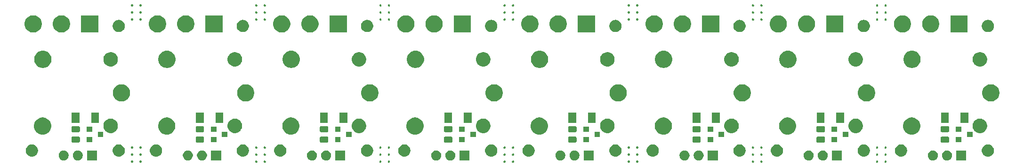
<source format=gbr>
G04 #@! TF.GenerationSoftware,KiCad,Pcbnew,5.1.5-52549c5~86~ubuntu19.10.1*
G04 #@! TF.CreationDate,2020-04-09T14:04:23+02:00*
G04 #@! TF.ProjectId,multi_CH,6d756c74-695f-4434-982e-6b696361645f,rev?*
G04 #@! TF.SameCoordinates,Original*
G04 #@! TF.FileFunction,Soldermask,Bot*
G04 #@! TF.FilePolarity,Negative*
%FSLAX46Y46*%
G04 Gerber Fmt 4.6, Leading zero omitted, Abs format (unit mm)*
G04 Created by KiCad (PCBNEW 5.1.5-52549c5~86~ubuntu19.10.1) date 2020-04-09 14:04:23*
%MOMM*%
%LPD*%
G04 APERTURE LIST*
%ADD10C,0.100000*%
G04 APERTURE END LIST*
D10*
G36*
X176517586Y-105046543D02*
G01*
X176517587Y-105046543D01*
X176517590Y-105046544D01*
X176554169Y-105061696D01*
X176587090Y-105083693D01*
X176615087Y-105111690D01*
X176637084Y-105144611D01*
X176652236Y-105181190D01*
X176659960Y-105220023D01*
X176659960Y-105259617D01*
X176652236Y-105298450D01*
X176637084Y-105335029D01*
X176615087Y-105367950D01*
X176587090Y-105395947D01*
X176554169Y-105417944D01*
X176517590Y-105433096D01*
X176517587Y-105433097D01*
X176517586Y-105433097D01*
X176478758Y-105440820D01*
X176439162Y-105440820D01*
X176400334Y-105433097D01*
X176400333Y-105433097D01*
X176400330Y-105433096D01*
X176363751Y-105417944D01*
X176330830Y-105395947D01*
X176302833Y-105367950D01*
X176280836Y-105335029D01*
X176265684Y-105298450D01*
X176257960Y-105259617D01*
X176257960Y-105220023D01*
X176265684Y-105181190D01*
X176280836Y-105144611D01*
X176302833Y-105111690D01*
X176330830Y-105083693D01*
X176363751Y-105061696D01*
X176400330Y-105046544D01*
X176400333Y-105046543D01*
X176400334Y-105046543D01*
X176439162Y-105038820D01*
X176478758Y-105038820D01*
X176517586Y-105046543D01*
G37*
G36*
X174993586Y-105046543D02*
G01*
X174993587Y-105046543D01*
X174993590Y-105046544D01*
X175030169Y-105061696D01*
X175063090Y-105083693D01*
X175091087Y-105111690D01*
X175113084Y-105144611D01*
X175128236Y-105181190D01*
X175135960Y-105220023D01*
X175135960Y-105259617D01*
X175128236Y-105298450D01*
X175113084Y-105335029D01*
X175091087Y-105367950D01*
X175063090Y-105395947D01*
X175030169Y-105417944D01*
X174993590Y-105433096D01*
X174993587Y-105433097D01*
X174993586Y-105433097D01*
X174954758Y-105440820D01*
X174915162Y-105440820D01*
X174876334Y-105433097D01*
X174876333Y-105433097D01*
X174876330Y-105433096D01*
X174839751Y-105417944D01*
X174806830Y-105395947D01*
X174778833Y-105367950D01*
X174756836Y-105335029D01*
X174741684Y-105298450D01*
X174733960Y-105259617D01*
X174733960Y-105220023D01*
X174741684Y-105181190D01*
X174756836Y-105144611D01*
X174778833Y-105111690D01*
X174806830Y-105083693D01*
X174839751Y-105061696D01*
X174876330Y-105046544D01*
X174876333Y-105046543D01*
X174876334Y-105046543D01*
X174915162Y-105038820D01*
X174954758Y-105038820D01*
X174993586Y-105046543D01*
G37*
G36*
X64867586Y-105046543D02*
G01*
X64867587Y-105046543D01*
X64867590Y-105046544D01*
X64904169Y-105061696D01*
X64937090Y-105083693D01*
X64965087Y-105111690D01*
X64987084Y-105144611D01*
X65002236Y-105181190D01*
X65009960Y-105220023D01*
X65009960Y-105259617D01*
X65002236Y-105298450D01*
X64987084Y-105335029D01*
X64965087Y-105367950D01*
X64937090Y-105395947D01*
X64904169Y-105417944D01*
X64867590Y-105433096D01*
X64867587Y-105433097D01*
X64867586Y-105433097D01*
X64828758Y-105440820D01*
X64789162Y-105440820D01*
X64750334Y-105433097D01*
X64750333Y-105433097D01*
X64750330Y-105433096D01*
X64713751Y-105417944D01*
X64680830Y-105395947D01*
X64652833Y-105367950D01*
X64630836Y-105335029D01*
X64615684Y-105298450D01*
X64607960Y-105259617D01*
X64607960Y-105220023D01*
X64615684Y-105181190D01*
X64630836Y-105144611D01*
X64652833Y-105111690D01*
X64680830Y-105083693D01*
X64713751Y-105061696D01*
X64750330Y-105046544D01*
X64750333Y-105046543D01*
X64750334Y-105046543D01*
X64789162Y-105038820D01*
X64828758Y-105038820D01*
X64867586Y-105046543D01*
G37*
G36*
X63343586Y-105046543D02*
G01*
X63343587Y-105046543D01*
X63343590Y-105046544D01*
X63380169Y-105061696D01*
X63413090Y-105083693D01*
X63441087Y-105111690D01*
X63463084Y-105144611D01*
X63478236Y-105181190D01*
X63485960Y-105220023D01*
X63485960Y-105259617D01*
X63478236Y-105298450D01*
X63463084Y-105335029D01*
X63441087Y-105367950D01*
X63413090Y-105395947D01*
X63380169Y-105417944D01*
X63343590Y-105433096D01*
X63343587Y-105433097D01*
X63343586Y-105433097D01*
X63304758Y-105440820D01*
X63265162Y-105440820D01*
X63226334Y-105433097D01*
X63226333Y-105433097D01*
X63226330Y-105433096D01*
X63189751Y-105417944D01*
X63156830Y-105395947D01*
X63128833Y-105367950D01*
X63106836Y-105335029D01*
X63091684Y-105298450D01*
X63083960Y-105259617D01*
X63083960Y-105220023D01*
X63091684Y-105181190D01*
X63106836Y-105144611D01*
X63128833Y-105111690D01*
X63156830Y-105083693D01*
X63189751Y-105061696D01*
X63226330Y-105046544D01*
X63226333Y-105046543D01*
X63226334Y-105046543D01*
X63265162Y-105038820D01*
X63304758Y-105038820D01*
X63343586Y-105046543D01*
G37*
G36*
X87197586Y-105046543D02*
G01*
X87197587Y-105046543D01*
X87197590Y-105046544D01*
X87234169Y-105061696D01*
X87267090Y-105083693D01*
X87295087Y-105111690D01*
X87317084Y-105144611D01*
X87332236Y-105181190D01*
X87339960Y-105220023D01*
X87339960Y-105259617D01*
X87332236Y-105298450D01*
X87317084Y-105335029D01*
X87295087Y-105367950D01*
X87267090Y-105395947D01*
X87234169Y-105417944D01*
X87197590Y-105433096D01*
X87197587Y-105433097D01*
X87197586Y-105433097D01*
X87158758Y-105440820D01*
X87119162Y-105440820D01*
X87080334Y-105433097D01*
X87080333Y-105433097D01*
X87080330Y-105433096D01*
X87043751Y-105417944D01*
X87010830Y-105395947D01*
X86982833Y-105367950D01*
X86960836Y-105335029D01*
X86945684Y-105298450D01*
X86937960Y-105259617D01*
X86937960Y-105220023D01*
X86945684Y-105181190D01*
X86960836Y-105144611D01*
X86982833Y-105111690D01*
X87010830Y-105083693D01*
X87043751Y-105061696D01*
X87080330Y-105046544D01*
X87080333Y-105046543D01*
X87080334Y-105046543D01*
X87119162Y-105038820D01*
X87158758Y-105038820D01*
X87197586Y-105046543D01*
G37*
G36*
X85673586Y-105046543D02*
G01*
X85673587Y-105046543D01*
X85673590Y-105046544D01*
X85710169Y-105061696D01*
X85743090Y-105083693D01*
X85771087Y-105111690D01*
X85793084Y-105144611D01*
X85808236Y-105181190D01*
X85815960Y-105220023D01*
X85815960Y-105259617D01*
X85808236Y-105298450D01*
X85793084Y-105335029D01*
X85771087Y-105367950D01*
X85743090Y-105395947D01*
X85710169Y-105417944D01*
X85673590Y-105433096D01*
X85673587Y-105433097D01*
X85673586Y-105433097D01*
X85634758Y-105440820D01*
X85595162Y-105440820D01*
X85556334Y-105433097D01*
X85556333Y-105433097D01*
X85556330Y-105433096D01*
X85519751Y-105417944D01*
X85486830Y-105395947D01*
X85458833Y-105367950D01*
X85436836Y-105335029D01*
X85421684Y-105298450D01*
X85413960Y-105259617D01*
X85413960Y-105220023D01*
X85421684Y-105181190D01*
X85436836Y-105144611D01*
X85458833Y-105111690D01*
X85486830Y-105083693D01*
X85519751Y-105061696D01*
X85556330Y-105046544D01*
X85556333Y-105046543D01*
X85556334Y-105046543D01*
X85595162Y-105038820D01*
X85634758Y-105038820D01*
X85673586Y-105046543D01*
G37*
G36*
X109527586Y-105046543D02*
G01*
X109527587Y-105046543D01*
X109527590Y-105046544D01*
X109564169Y-105061696D01*
X109597090Y-105083693D01*
X109625087Y-105111690D01*
X109647084Y-105144611D01*
X109662236Y-105181190D01*
X109669960Y-105220023D01*
X109669960Y-105259617D01*
X109662236Y-105298450D01*
X109647084Y-105335029D01*
X109625087Y-105367950D01*
X109597090Y-105395947D01*
X109564169Y-105417944D01*
X109527590Y-105433096D01*
X109527587Y-105433097D01*
X109527586Y-105433097D01*
X109488758Y-105440820D01*
X109449162Y-105440820D01*
X109410334Y-105433097D01*
X109410333Y-105433097D01*
X109410330Y-105433096D01*
X109373751Y-105417944D01*
X109340830Y-105395947D01*
X109312833Y-105367950D01*
X109290836Y-105335029D01*
X109275684Y-105298450D01*
X109267960Y-105259617D01*
X109267960Y-105220023D01*
X109275684Y-105181190D01*
X109290836Y-105144611D01*
X109312833Y-105111690D01*
X109340830Y-105083693D01*
X109373751Y-105061696D01*
X109410330Y-105046544D01*
X109410333Y-105046543D01*
X109410334Y-105046543D01*
X109449162Y-105038820D01*
X109488758Y-105038820D01*
X109527586Y-105046543D01*
G37*
G36*
X108003586Y-105046543D02*
G01*
X108003587Y-105046543D01*
X108003590Y-105046544D01*
X108040169Y-105061696D01*
X108073090Y-105083693D01*
X108101087Y-105111690D01*
X108123084Y-105144611D01*
X108138236Y-105181190D01*
X108145960Y-105220023D01*
X108145960Y-105259617D01*
X108138236Y-105298450D01*
X108123084Y-105335029D01*
X108101087Y-105367950D01*
X108073090Y-105395947D01*
X108040169Y-105417944D01*
X108003590Y-105433096D01*
X108003587Y-105433097D01*
X108003586Y-105433097D01*
X107964758Y-105440820D01*
X107925162Y-105440820D01*
X107886334Y-105433097D01*
X107886333Y-105433097D01*
X107886330Y-105433096D01*
X107849751Y-105417944D01*
X107816830Y-105395947D01*
X107788833Y-105367950D01*
X107766836Y-105335029D01*
X107751684Y-105298450D01*
X107743960Y-105259617D01*
X107743960Y-105220023D01*
X107751684Y-105181190D01*
X107766836Y-105144611D01*
X107788833Y-105111690D01*
X107816830Y-105083693D01*
X107849751Y-105061696D01*
X107886330Y-105046544D01*
X107886333Y-105046543D01*
X107886334Y-105046543D01*
X107925162Y-105038820D01*
X107964758Y-105038820D01*
X108003586Y-105046543D01*
G37*
G36*
X130333586Y-105046543D02*
G01*
X130333587Y-105046543D01*
X130333590Y-105046544D01*
X130370169Y-105061696D01*
X130403090Y-105083693D01*
X130431087Y-105111690D01*
X130453084Y-105144611D01*
X130468236Y-105181190D01*
X130475960Y-105220023D01*
X130475960Y-105259617D01*
X130468236Y-105298450D01*
X130453084Y-105335029D01*
X130431087Y-105367950D01*
X130403090Y-105395947D01*
X130370169Y-105417944D01*
X130333590Y-105433096D01*
X130333587Y-105433097D01*
X130333586Y-105433097D01*
X130294758Y-105440820D01*
X130255162Y-105440820D01*
X130216334Y-105433097D01*
X130216333Y-105433097D01*
X130216330Y-105433096D01*
X130179751Y-105417944D01*
X130146830Y-105395947D01*
X130118833Y-105367950D01*
X130096836Y-105335029D01*
X130081684Y-105298450D01*
X130073960Y-105259617D01*
X130073960Y-105220023D01*
X130081684Y-105181190D01*
X130096836Y-105144611D01*
X130118833Y-105111690D01*
X130146830Y-105083693D01*
X130179751Y-105061696D01*
X130216330Y-105046544D01*
X130216333Y-105046543D01*
X130216334Y-105046543D01*
X130255162Y-105038820D01*
X130294758Y-105038820D01*
X130333586Y-105046543D01*
G37*
G36*
X154187586Y-105046543D02*
G01*
X154187587Y-105046543D01*
X154187590Y-105046544D01*
X154224169Y-105061696D01*
X154257090Y-105083693D01*
X154285087Y-105111690D01*
X154307084Y-105144611D01*
X154322236Y-105181190D01*
X154329960Y-105220023D01*
X154329960Y-105259617D01*
X154322236Y-105298450D01*
X154307084Y-105335029D01*
X154285087Y-105367950D01*
X154257090Y-105395947D01*
X154224169Y-105417944D01*
X154187590Y-105433096D01*
X154187587Y-105433097D01*
X154187586Y-105433097D01*
X154148758Y-105440820D01*
X154109162Y-105440820D01*
X154070334Y-105433097D01*
X154070333Y-105433097D01*
X154070330Y-105433096D01*
X154033751Y-105417944D01*
X154000830Y-105395947D01*
X153972833Y-105367950D01*
X153950836Y-105335029D01*
X153935684Y-105298450D01*
X153927960Y-105259617D01*
X153927960Y-105220023D01*
X153935684Y-105181190D01*
X153950836Y-105144611D01*
X153972833Y-105111690D01*
X154000830Y-105083693D01*
X154033751Y-105061696D01*
X154070330Y-105046544D01*
X154070333Y-105046543D01*
X154070334Y-105046543D01*
X154109162Y-105038820D01*
X154148758Y-105038820D01*
X154187586Y-105046543D01*
G37*
G36*
X152663586Y-105046543D02*
G01*
X152663587Y-105046543D01*
X152663590Y-105046544D01*
X152700169Y-105061696D01*
X152733090Y-105083693D01*
X152761087Y-105111690D01*
X152783084Y-105144611D01*
X152798236Y-105181190D01*
X152805960Y-105220023D01*
X152805960Y-105259617D01*
X152798236Y-105298450D01*
X152783084Y-105335029D01*
X152761087Y-105367950D01*
X152733090Y-105395947D01*
X152700169Y-105417944D01*
X152663590Y-105433096D01*
X152663587Y-105433097D01*
X152663586Y-105433097D01*
X152624758Y-105440820D01*
X152585162Y-105440820D01*
X152546334Y-105433097D01*
X152546333Y-105433097D01*
X152546330Y-105433096D01*
X152509751Y-105417944D01*
X152476830Y-105395947D01*
X152448833Y-105367950D01*
X152426836Y-105335029D01*
X152411684Y-105298450D01*
X152403960Y-105259617D01*
X152403960Y-105220023D01*
X152411684Y-105181190D01*
X152426836Y-105144611D01*
X152448833Y-105111690D01*
X152476830Y-105083693D01*
X152509751Y-105061696D01*
X152546330Y-105046544D01*
X152546333Y-105046543D01*
X152546334Y-105046543D01*
X152585162Y-105038820D01*
X152624758Y-105038820D01*
X152663586Y-105046543D01*
G37*
G36*
X42537586Y-105046543D02*
G01*
X42537587Y-105046543D01*
X42537590Y-105046544D01*
X42574169Y-105061696D01*
X42607090Y-105083693D01*
X42635087Y-105111690D01*
X42657084Y-105144611D01*
X42672236Y-105181190D01*
X42679960Y-105220023D01*
X42679960Y-105259617D01*
X42672236Y-105298450D01*
X42657084Y-105335029D01*
X42635087Y-105367950D01*
X42607090Y-105395947D01*
X42574169Y-105417944D01*
X42537590Y-105433096D01*
X42537587Y-105433097D01*
X42537586Y-105433097D01*
X42498758Y-105440820D01*
X42459162Y-105440820D01*
X42420334Y-105433097D01*
X42420333Y-105433097D01*
X42420330Y-105433096D01*
X42383751Y-105417944D01*
X42350830Y-105395947D01*
X42322833Y-105367950D01*
X42300836Y-105335029D01*
X42285684Y-105298450D01*
X42277960Y-105259617D01*
X42277960Y-105220023D01*
X42285684Y-105181190D01*
X42300836Y-105144611D01*
X42322833Y-105111690D01*
X42350830Y-105083693D01*
X42383751Y-105061696D01*
X42420330Y-105046544D01*
X42420333Y-105046543D01*
X42420334Y-105046543D01*
X42459162Y-105038820D01*
X42498758Y-105038820D01*
X42537586Y-105046543D01*
G37*
G36*
X41013586Y-105046543D02*
G01*
X41013587Y-105046543D01*
X41013590Y-105046544D01*
X41050169Y-105061696D01*
X41083090Y-105083693D01*
X41111087Y-105111690D01*
X41133084Y-105144611D01*
X41148236Y-105181190D01*
X41155960Y-105220023D01*
X41155960Y-105259617D01*
X41148236Y-105298450D01*
X41133084Y-105335029D01*
X41111087Y-105367950D01*
X41083090Y-105395947D01*
X41050169Y-105417944D01*
X41013590Y-105433096D01*
X41013587Y-105433097D01*
X41013586Y-105433097D01*
X40974758Y-105440820D01*
X40935162Y-105440820D01*
X40896334Y-105433097D01*
X40896333Y-105433097D01*
X40896330Y-105433096D01*
X40859751Y-105417944D01*
X40826830Y-105395947D01*
X40798833Y-105367950D01*
X40776836Y-105335029D01*
X40761684Y-105298450D01*
X40753960Y-105259617D01*
X40753960Y-105220023D01*
X40761684Y-105181190D01*
X40776836Y-105144611D01*
X40798833Y-105111690D01*
X40826830Y-105083693D01*
X40859751Y-105061696D01*
X40896330Y-105046544D01*
X40896333Y-105046543D01*
X40896334Y-105046543D01*
X40935162Y-105038820D01*
X40974758Y-105038820D01*
X41013586Y-105046543D01*
G37*
G36*
X131857586Y-105046543D02*
G01*
X131857587Y-105046543D01*
X131857590Y-105046544D01*
X131894169Y-105061696D01*
X131927090Y-105083693D01*
X131955087Y-105111690D01*
X131977084Y-105144611D01*
X131992236Y-105181190D01*
X131999960Y-105220023D01*
X131999960Y-105259617D01*
X131992236Y-105298450D01*
X131977084Y-105335029D01*
X131955087Y-105367950D01*
X131927090Y-105395947D01*
X131894169Y-105417944D01*
X131857590Y-105433096D01*
X131857587Y-105433097D01*
X131857586Y-105433097D01*
X131818758Y-105440820D01*
X131779162Y-105440820D01*
X131740334Y-105433097D01*
X131740333Y-105433097D01*
X131740330Y-105433096D01*
X131703751Y-105417944D01*
X131670830Y-105395947D01*
X131642833Y-105367950D01*
X131620836Y-105335029D01*
X131605684Y-105298450D01*
X131597960Y-105259617D01*
X131597960Y-105220023D01*
X131605684Y-105181190D01*
X131620836Y-105144611D01*
X131642833Y-105111690D01*
X131670830Y-105083693D01*
X131703751Y-105061696D01*
X131740330Y-105046544D01*
X131740333Y-105046543D01*
X131740334Y-105046543D01*
X131779162Y-105038820D01*
X131818758Y-105038820D01*
X131857586Y-105046543D01*
G37*
G36*
X31307252Y-103228687D02*
G01*
X31456552Y-103258384D01*
X31620524Y-103326304D01*
X31768094Y-103424907D01*
X31893593Y-103550406D01*
X31992196Y-103697976D01*
X32060116Y-103861948D01*
X32089813Y-104011248D01*
X32093235Y-104028450D01*
X32094740Y-104036019D01*
X32094740Y-104213501D01*
X32060116Y-104387572D01*
X31992196Y-104551544D01*
X31893593Y-104699114D01*
X31768094Y-104824613D01*
X31620524Y-104923216D01*
X31456552Y-104991136D01*
X31307252Y-105020833D01*
X31282482Y-105025760D01*
X31104998Y-105025760D01*
X31080228Y-105020833D01*
X30930928Y-104991136D01*
X30766956Y-104923216D01*
X30619386Y-104824613D01*
X30493887Y-104699114D01*
X30395284Y-104551544D01*
X30327364Y-104387572D01*
X30292740Y-104213501D01*
X30292740Y-104036019D01*
X30294246Y-104028450D01*
X30297667Y-104011248D01*
X30327364Y-103861948D01*
X30395284Y-103697976D01*
X30493887Y-103550406D01*
X30619386Y-103424907D01*
X30766956Y-103326304D01*
X30930928Y-103258384D01*
X31080228Y-103228687D01*
X31104998Y-103223760D01*
X31282482Y-103223760D01*
X31307252Y-103228687D01*
G37*
G36*
X162747252Y-103228687D02*
G01*
X162896552Y-103258384D01*
X163060524Y-103326304D01*
X163208094Y-103424907D01*
X163333593Y-103550406D01*
X163432196Y-103697976D01*
X163500116Y-103861948D01*
X163529813Y-104011248D01*
X163533235Y-104028450D01*
X163534740Y-104036019D01*
X163534740Y-104213501D01*
X163500116Y-104387572D01*
X163432196Y-104551544D01*
X163333593Y-104699114D01*
X163208094Y-104824613D01*
X163060524Y-104923216D01*
X162896552Y-104991136D01*
X162747252Y-105020833D01*
X162722482Y-105025760D01*
X162544998Y-105025760D01*
X162520228Y-105020833D01*
X162370928Y-104991136D01*
X162206956Y-104923216D01*
X162059386Y-104824613D01*
X161933887Y-104699114D01*
X161835284Y-104551544D01*
X161767364Y-104387572D01*
X161732740Y-104213501D01*
X161732740Y-104036019D01*
X161734246Y-104028450D01*
X161737667Y-104011248D01*
X161767364Y-103861948D01*
X161835284Y-103697976D01*
X161933887Y-103550406D01*
X162059386Y-103424907D01*
X162206956Y-103326304D01*
X162370928Y-103258384D01*
X162520228Y-103228687D01*
X162544998Y-103223760D01*
X162722482Y-103223760D01*
X162747252Y-103228687D01*
G37*
G36*
X168614740Y-105025760D02*
G01*
X166812740Y-105025760D01*
X166812740Y-103223760D01*
X168614740Y-103223760D01*
X168614740Y-105025760D01*
G37*
G36*
X120627252Y-103228687D02*
G01*
X120776552Y-103258384D01*
X120940524Y-103326304D01*
X121088094Y-103424907D01*
X121213593Y-103550406D01*
X121312196Y-103697976D01*
X121380116Y-103861948D01*
X121409813Y-104011248D01*
X121413235Y-104028450D01*
X121414740Y-104036019D01*
X121414740Y-104213501D01*
X121380116Y-104387572D01*
X121312196Y-104551544D01*
X121213593Y-104699114D01*
X121088094Y-104824613D01*
X120940524Y-104923216D01*
X120776552Y-104991136D01*
X120627252Y-105020833D01*
X120602482Y-105025760D01*
X120424998Y-105025760D01*
X120400228Y-105020833D01*
X120250928Y-104991136D01*
X120086956Y-104923216D01*
X119939386Y-104824613D01*
X119813887Y-104699114D01*
X119715284Y-104551544D01*
X119647364Y-104387572D01*
X119612740Y-104213501D01*
X119612740Y-104036019D01*
X119614246Y-104028450D01*
X119617667Y-104011248D01*
X119647364Y-103861948D01*
X119715284Y-103697976D01*
X119813887Y-103550406D01*
X119939386Y-103424907D01*
X120086956Y-103326304D01*
X120250928Y-103258384D01*
X120400228Y-103228687D01*
X120424998Y-103223760D01*
X120602482Y-103223760D01*
X120627252Y-103228687D01*
G37*
G36*
X118087252Y-103228687D02*
G01*
X118236552Y-103258384D01*
X118400524Y-103326304D01*
X118548094Y-103424907D01*
X118673593Y-103550406D01*
X118772196Y-103697976D01*
X118840116Y-103861948D01*
X118869813Y-104011248D01*
X118873235Y-104028450D01*
X118874740Y-104036019D01*
X118874740Y-104213501D01*
X118840116Y-104387572D01*
X118772196Y-104551544D01*
X118673593Y-104699114D01*
X118548094Y-104824613D01*
X118400524Y-104923216D01*
X118236552Y-104991136D01*
X118087252Y-105020833D01*
X118062482Y-105025760D01*
X117884998Y-105025760D01*
X117860228Y-105020833D01*
X117710928Y-104991136D01*
X117546956Y-104923216D01*
X117399386Y-104824613D01*
X117273887Y-104699114D01*
X117175284Y-104551544D01*
X117107364Y-104387572D01*
X117072740Y-104213501D01*
X117072740Y-104036019D01*
X117074246Y-104028450D01*
X117077667Y-104011248D01*
X117107364Y-103861948D01*
X117175284Y-103697976D01*
X117273887Y-103550406D01*
X117399386Y-103424907D01*
X117546956Y-103326304D01*
X117710928Y-103258384D01*
X117860228Y-103228687D01*
X117884998Y-103223760D01*
X118062482Y-103223760D01*
X118087252Y-103228687D01*
G37*
G36*
X146284740Y-105025760D02*
G01*
X144482740Y-105025760D01*
X144482740Y-103223760D01*
X146284740Y-103223760D01*
X146284740Y-105025760D01*
G37*
G36*
X142957252Y-103228687D02*
G01*
X143106552Y-103258384D01*
X143270524Y-103326304D01*
X143418094Y-103424907D01*
X143543593Y-103550406D01*
X143642196Y-103697976D01*
X143710116Y-103861948D01*
X143739813Y-104011248D01*
X143743235Y-104028450D01*
X143744740Y-104036019D01*
X143744740Y-104213501D01*
X143710116Y-104387572D01*
X143642196Y-104551544D01*
X143543593Y-104699114D01*
X143418094Y-104824613D01*
X143270524Y-104923216D01*
X143106552Y-104991136D01*
X142957252Y-105020833D01*
X142932482Y-105025760D01*
X142754998Y-105025760D01*
X142730228Y-105020833D01*
X142580928Y-104991136D01*
X142416956Y-104923216D01*
X142269386Y-104824613D01*
X142143887Y-104699114D01*
X142045284Y-104551544D01*
X141977364Y-104387572D01*
X141942740Y-104213501D01*
X141942740Y-104036019D01*
X141944246Y-104028450D01*
X141947667Y-104011248D01*
X141977364Y-103861948D01*
X142045284Y-103697976D01*
X142143887Y-103550406D01*
X142269386Y-103424907D01*
X142416956Y-103326304D01*
X142580928Y-103258384D01*
X142730228Y-103228687D01*
X142754998Y-103223760D01*
X142932482Y-103223760D01*
X142957252Y-103228687D01*
G37*
G36*
X140417252Y-103228687D02*
G01*
X140566552Y-103258384D01*
X140730524Y-103326304D01*
X140878094Y-103424907D01*
X141003593Y-103550406D01*
X141102196Y-103697976D01*
X141170116Y-103861948D01*
X141199813Y-104011248D01*
X141203235Y-104028450D01*
X141204740Y-104036019D01*
X141204740Y-104213501D01*
X141170116Y-104387572D01*
X141102196Y-104551544D01*
X141003593Y-104699114D01*
X140878094Y-104824613D01*
X140730524Y-104923216D01*
X140566552Y-104991136D01*
X140417252Y-105020833D01*
X140392482Y-105025760D01*
X140214998Y-105025760D01*
X140190228Y-105020833D01*
X140040928Y-104991136D01*
X139876956Y-104923216D01*
X139729386Y-104824613D01*
X139603887Y-104699114D01*
X139505284Y-104551544D01*
X139437364Y-104387572D01*
X139402740Y-104213501D01*
X139402740Y-104036019D01*
X139404246Y-104028450D01*
X139407667Y-104011248D01*
X139437364Y-103861948D01*
X139505284Y-103697976D01*
X139603887Y-103550406D01*
X139729386Y-103424907D01*
X139876956Y-103326304D01*
X140040928Y-103258384D01*
X140190228Y-103228687D01*
X140214998Y-103223760D01*
X140392482Y-103223760D01*
X140417252Y-103228687D01*
G37*
G36*
X165287252Y-103228687D02*
G01*
X165436552Y-103258384D01*
X165600524Y-103326304D01*
X165748094Y-103424907D01*
X165873593Y-103550406D01*
X165972196Y-103697976D01*
X166040116Y-103861948D01*
X166069813Y-104011248D01*
X166073235Y-104028450D01*
X166074740Y-104036019D01*
X166074740Y-104213501D01*
X166040116Y-104387572D01*
X165972196Y-104551544D01*
X165873593Y-104699114D01*
X165748094Y-104824613D01*
X165600524Y-104923216D01*
X165436552Y-104991136D01*
X165287252Y-105020833D01*
X165262482Y-105025760D01*
X165084998Y-105025760D01*
X165060228Y-105020833D01*
X164910928Y-104991136D01*
X164746956Y-104923216D01*
X164599386Y-104824613D01*
X164473887Y-104699114D01*
X164375284Y-104551544D01*
X164307364Y-104387572D01*
X164272740Y-104213501D01*
X164272740Y-104036019D01*
X164274246Y-104028450D01*
X164277667Y-104011248D01*
X164307364Y-103861948D01*
X164375284Y-103697976D01*
X164473887Y-103550406D01*
X164599386Y-103424907D01*
X164746956Y-103326304D01*
X164910928Y-103258384D01*
X165060228Y-103228687D01*
X165084998Y-103223760D01*
X165262482Y-103223760D01*
X165287252Y-103228687D01*
G37*
G36*
X190944740Y-105025760D02*
G01*
X189142740Y-105025760D01*
X189142740Y-103223760D01*
X190944740Y-103223760D01*
X190944740Y-105025760D01*
G37*
G36*
X187617252Y-103228687D02*
G01*
X187766552Y-103258384D01*
X187930524Y-103326304D01*
X188078094Y-103424907D01*
X188203593Y-103550406D01*
X188302196Y-103697976D01*
X188370116Y-103861948D01*
X188399813Y-104011248D01*
X188403235Y-104028450D01*
X188404740Y-104036019D01*
X188404740Y-104213501D01*
X188370116Y-104387572D01*
X188302196Y-104551544D01*
X188203593Y-104699114D01*
X188078094Y-104824613D01*
X187930524Y-104923216D01*
X187766552Y-104991136D01*
X187617252Y-105020833D01*
X187592482Y-105025760D01*
X187414998Y-105025760D01*
X187390228Y-105020833D01*
X187240928Y-104991136D01*
X187076956Y-104923216D01*
X186929386Y-104824613D01*
X186803887Y-104699114D01*
X186705284Y-104551544D01*
X186637364Y-104387572D01*
X186602740Y-104213501D01*
X186602740Y-104036019D01*
X186604246Y-104028450D01*
X186607667Y-104011248D01*
X186637364Y-103861948D01*
X186705284Y-103697976D01*
X186803887Y-103550406D01*
X186929386Y-103424907D01*
X187076956Y-103326304D01*
X187240928Y-103258384D01*
X187390228Y-103228687D01*
X187414998Y-103223760D01*
X187592482Y-103223760D01*
X187617252Y-103228687D01*
G37*
G36*
X185077252Y-103228687D02*
G01*
X185226552Y-103258384D01*
X185390524Y-103326304D01*
X185538094Y-103424907D01*
X185663593Y-103550406D01*
X185762196Y-103697976D01*
X185830116Y-103861948D01*
X185859813Y-104011248D01*
X185863235Y-104028450D01*
X185864740Y-104036019D01*
X185864740Y-104213501D01*
X185830116Y-104387572D01*
X185762196Y-104551544D01*
X185663593Y-104699114D01*
X185538094Y-104824613D01*
X185390524Y-104923216D01*
X185226552Y-104991136D01*
X185077252Y-105020833D01*
X185052482Y-105025760D01*
X184874998Y-105025760D01*
X184850228Y-105020833D01*
X184700928Y-104991136D01*
X184536956Y-104923216D01*
X184389386Y-104824613D01*
X184263887Y-104699114D01*
X184165284Y-104551544D01*
X184097364Y-104387572D01*
X184062740Y-104213501D01*
X184062740Y-104036019D01*
X184064246Y-104028450D01*
X184067667Y-104011248D01*
X184097364Y-103861948D01*
X184165284Y-103697976D01*
X184263887Y-103550406D01*
X184389386Y-103424907D01*
X184536956Y-103326304D01*
X184700928Y-103258384D01*
X184850228Y-103228687D01*
X184874998Y-103223760D01*
X185052482Y-103223760D01*
X185077252Y-103228687D01*
G37*
G36*
X56964740Y-105025760D02*
G01*
X55162740Y-105025760D01*
X55162740Y-103223760D01*
X56964740Y-103223760D01*
X56964740Y-105025760D01*
G37*
G36*
X34634740Y-105025760D02*
G01*
X32832740Y-105025760D01*
X32832740Y-103223760D01*
X34634740Y-103223760D01*
X34634740Y-105025760D01*
G37*
G36*
X28767252Y-103228687D02*
G01*
X28916552Y-103258384D01*
X29080524Y-103326304D01*
X29228094Y-103424907D01*
X29353593Y-103550406D01*
X29452196Y-103697976D01*
X29520116Y-103861948D01*
X29549813Y-104011248D01*
X29553235Y-104028450D01*
X29554740Y-104036019D01*
X29554740Y-104213501D01*
X29520116Y-104387572D01*
X29452196Y-104551544D01*
X29353593Y-104699114D01*
X29228094Y-104824613D01*
X29080524Y-104923216D01*
X28916552Y-104991136D01*
X28767252Y-105020833D01*
X28742482Y-105025760D01*
X28564998Y-105025760D01*
X28540228Y-105020833D01*
X28390928Y-104991136D01*
X28226956Y-104923216D01*
X28079386Y-104824613D01*
X27953887Y-104699114D01*
X27855284Y-104551544D01*
X27787364Y-104387572D01*
X27752740Y-104213501D01*
X27752740Y-104036019D01*
X27754246Y-104028450D01*
X27757667Y-104011248D01*
X27787364Y-103861948D01*
X27855284Y-103697976D01*
X27953887Y-103550406D01*
X28079386Y-103424907D01*
X28226956Y-103326304D01*
X28390928Y-103258384D01*
X28540228Y-103228687D01*
X28564998Y-103223760D01*
X28742482Y-103223760D01*
X28767252Y-103228687D01*
G37*
G36*
X95757252Y-103228687D02*
G01*
X95906552Y-103258384D01*
X96070524Y-103326304D01*
X96218094Y-103424907D01*
X96343593Y-103550406D01*
X96442196Y-103697976D01*
X96510116Y-103861948D01*
X96539813Y-104011248D01*
X96543235Y-104028450D01*
X96544740Y-104036019D01*
X96544740Y-104213501D01*
X96510116Y-104387572D01*
X96442196Y-104551544D01*
X96343593Y-104699114D01*
X96218094Y-104824613D01*
X96070524Y-104923216D01*
X95906552Y-104991136D01*
X95757252Y-105020833D01*
X95732482Y-105025760D01*
X95554998Y-105025760D01*
X95530228Y-105020833D01*
X95380928Y-104991136D01*
X95216956Y-104923216D01*
X95069386Y-104824613D01*
X94943887Y-104699114D01*
X94845284Y-104551544D01*
X94777364Y-104387572D01*
X94742740Y-104213501D01*
X94742740Y-104036019D01*
X94744246Y-104028450D01*
X94747667Y-104011248D01*
X94777364Y-103861948D01*
X94845284Y-103697976D01*
X94943887Y-103550406D01*
X95069386Y-103424907D01*
X95216956Y-103326304D01*
X95380928Y-103258384D01*
X95530228Y-103228687D01*
X95554998Y-103223760D01*
X95732482Y-103223760D01*
X95757252Y-103228687D01*
G37*
G36*
X98297252Y-103228687D02*
G01*
X98446552Y-103258384D01*
X98610524Y-103326304D01*
X98758094Y-103424907D01*
X98883593Y-103550406D01*
X98982196Y-103697976D01*
X99050116Y-103861948D01*
X99079813Y-104011248D01*
X99083235Y-104028450D01*
X99084740Y-104036019D01*
X99084740Y-104213501D01*
X99050116Y-104387572D01*
X98982196Y-104551544D01*
X98883593Y-104699114D01*
X98758094Y-104824613D01*
X98610524Y-104923216D01*
X98446552Y-104991136D01*
X98297252Y-105020833D01*
X98272482Y-105025760D01*
X98094998Y-105025760D01*
X98070228Y-105020833D01*
X97920928Y-104991136D01*
X97756956Y-104923216D01*
X97609386Y-104824613D01*
X97483887Y-104699114D01*
X97385284Y-104551544D01*
X97317364Y-104387572D01*
X97282740Y-104213501D01*
X97282740Y-104036019D01*
X97284246Y-104028450D01*
X97287667Y-104011248D01*
X97317364Y-103861948D01*
X97385284Y-103697976D01*
X97483887Y-103550406D01*
X97609386Y-103424907D01*
X97756956Y-103326304D01*
X97920928Y-103258384D01*
X98070228Y-103228687D01*
X98094998Y-103223760D01*
X98272482Y-103223760D01*
X98297252Y-103228687D01*
G37*
G36*
X123954740Y-105025760D02*
G01*
X122152740Y-105025760D01*
X122152740Y-103223760D01*
X123954740Y-103223760D01*
X123954740Y-105025760D01*
G37*
G36*
X101624740Y-105025760D02*
G01*
X99822740Y-105025760D01*
X99822740Y-103223760D01*
X101624740Y-103223760D01*
X101624740Y-105025760D01*
G37*
G36*
X73427252Y-103228687D02*
G01*
X73576552Y-103258384D01*
X73740524Y-103326304D01*
X73888094Y-103424907D01*
X74013593Y-103550406D01*
X74112196Y-103697976D01*
X74180116Y-103861948D01*
X74209813Y-104011248D01*
X74213235Y-104028450D01*
X74214740Y-104036019D01*
X74214740Y-104213501D01*
X74180116Y-104387572D01*
X74112196Y-104551544D01*
X74013593Y-104699114D01*
X73888094Y-104824613D01*
X73740524Y-104923216D01*
X73576552Y-104991136D01*
X73427252Y-105020833D01*
X73402482Y-105025760D01*
X73224998Y-105025760D01*
X73200228Y-105020833D01*
X73050928Y-104991136D01*
X72886956Y-104923216D01*
X72739386Y-104824613D01*
X72613887Y-104699114D01*
X72515284Y-104551544D01*
X72447364Y-104387572D01*
X72412740Y-104213501D01*
X72412740Y-104036019D01*
X72414246Y-104028450D01*
X72417667Y-104011248D01*
X72447364Y-103861948D01*
X72515284Y-103697976D01*
X72613887Y-103550406D01*
X72739386Y-103424907D01*
X72886956Y-103326304D01*
X73050928Y-103258384D01*
X73200228Y-103228687D01*
X73224998Y-103223760D01*
X73402482Y-103223760D01*
X73427252Y-103228687D01*
G37*
G36*
X75967252Y-103228687D02*
G01*
X76116552Y-103258384D01*
X76280524Y-103326304D01*
X76428094Y-103424907D01*
X76553593Y-103550406D01*
X76652196Y-103697976D01*
X76720116Y-103861948D01*
X76749813Y-104011248D01*
X76753235Y-104028450D01*
X76754740Y-104036019D01*
X76754740Y-104213501D01*
X76720116Y-104387572D01*
X76652196Y-104551544D01*
X76553593Y-104699114D01*
X76428094Y-104824613D01*
X76280524Y-104923216D01*
X76116552Y-104991136D01*
X75967252Y-105020833D01*
X75942482Y-105025760D01*
X75764998Y-105025760D01*
X75740228Y-105020833D01*
X75590928Y-104991136D01*
X75426956Y-104923216D01*
X75279386Y-104824613D01*
X75153887Y-104699114D01*
X75055284Y-104551544D01*
X74987364Y-104387572D01*
X74952740Y-104213501D01*
X74952740Y-104036019D01*
X74954246Y-104028450D01*
X74957667Y-104011248D01*
X74987364Y-103861948D01*
X75055284Y-103697976D01*
X75153887Y-103550406D01*
X75279386Y-103424907D01*
X75426956Y-103326304D01*
X75590928Y-103258384D01*
X75740228Y-103228687D01*
X75764998Y-103223760D01*
X75942482Y-103223760D01*
X75967252Y-103228687D01*
G37*
G36*
X79294740Y-105025760D02*
G01*
X77492740Y-105025760D01*
X77492740Y-103223760D01*
X79294740Y-103223760D01*
X79294740Y-105025760D01*
G37*
G36*
X51097252Y-103228687D02*
G01*
X51246552Y-103258384D01*
X51410524Y-103326304D01*
X51558094Y-103424907D01*
X51683593Y-103550406D01*
X51782196Y-103697976D01*
X51850116Y-103861948D01*
X51879813Y-104011248D01*
X51883235Y-104028450D01*
X51884740Y-104036019D01*
X51884740Y-104213501D01*
X51850116Y-104387572D01*
X51782196Y-104551544D01*
X51683593Y-104699114D01*
X51558094Y-104824613D01*
X51410524Y-104923216D01*
X51246552Y-104991136D01*
X51097252Y-105020833D01*
X51072482Y-105025760D01*
X50894998Y-105025760D01*
X50870228Y-105020833D01*
X50720928Y-104991136D01*
X50556956Y-104923216D01*
X50409386Y-104824613D01*
X50283887Y-104699114D01*
X50185284Y-104551544D01*
X50117364Y-104387572D01*
X50082740Y-104213501D01*
X50082740Y-104036019D01*
X50084246Y-104028450D01*
X50087667Y-104011248D01*
X50117364Y-103861948D01*
X50185284Y-103697976D01*
X50283887Y-103550406D01*
X50409386Y-103424907D01*
X50556956Y-103326304D01*
X50720928Y-103258384D01*
X50870228Y-103228687D01*
X50894998Y-103223760D01*
X51072482Y-103223760D01*
X51097252Y-103228687D01*
G37*
G36*
X53637252Y-103228687D02*
G01*
X53786552Y-103258384D01*
X53950524Y-103326304D01*
X54098094Y-103424907D01*
X54223593Y-103550406D01*
X54322196Y-103697976D01*
X54390116Y-103861948D01*
X54419813Y-104011248D01*
X54423235Y-104028450D01*
X54424740Y-104036019D01*
X54424740Y-104213501D01*
X54390116Y-104387572D01*
X54322196Y-104551544D01*
X54223593Y-104699114D01*
X54098094Y-104824613D01*
X53950524Y-104923216D01*
X53786552Y-104991136D01*
X53637252Y-105020833D01*
X53612482Y-105025760D01*
X53434998Y-105025760D01*
X53410228Y-105020833D01*
X53260928Y-104991136D01*
X53096956Y-104923216D01*
X52949386Y-104824613D01*
X52823887Y-104699114D01*
X52725284Y-104551544D01*
X52657364Y-104387572D01*
X52622740Y-104213501D01*
X52622740Y-104036019D01*
X52624246Y-104028450D01*
X52627667Y-104011248D01*
X52657364Y-103861948D01*
X52725284Y-103697976D01*
X52823887Y-103550406D01*
X52949386Y-103424907D01*
X53096956Y-103326304D01*
X53260928Y-103258384D01*
X53410228Y-103228687D01*
X53434998Y-103223760D01*
X53612482Y-103223760D01*
X53637252Y-103228687D01*
G37*
G36*
X38774535Y-102155916D02*
G01*
X38880890Y-102177071D01*
X39081260Y-102260067D01*
X39261584Y-102380555D01*
X39414945Y-102533916D01*
X39535433Y-102714240D01*
X39553745Y-102758450D01*
X39618429Y-102914610D01*
X39660740Y-103127321D01*
X39660740Y-103344199D01*
X39619723Y-103550407D01*
X39618429Y-103556909D01*
X39535433Y-103757280D01*
X39414945Y-103937604D01*
X39261584Y-104090965D01*
X39081260Y-104211453D01*
X38981074Y-104252951D01*
X38880890Y-104294449D01*
X38774535Y-104315604D01*
X38668180Y-104336760D01*
X38451300Y-104336760D01*
X38344946Y-104315605D01*
X38238590Y-104294449D01*
X38138406Y-104252951D01*
X38038220Y-104211453D01*
X37857896Y-104090965D01*
X37704535Y-103937604D01*
X37584047Y-103757280D01*
X37501051Y-103556909D01*
X37499758Y-103550407D01*
X37458740Y-103344199D01*
X37458740Y-103127321D01*
X37501051Y-102914610D01*
X37565735Y-102758450D01*
X37584047Y-102714240D01*
X37704535Y-102533916D01*
X37857896Y-102380555D01*
X38038220Y-102260067D01*
X38238590Y-102177071D01*
X38344945Y-102155916D01*
X38451300Y-102134760D01*
X38668180Y-102134760D01*
X38774535Y-102155916D01*
G37*
G36*
X195084535Y-102155916D02*
G01*
X195190890Y-102177071D01*
X195391260Y-102260067D01*
X195571584Y-102380555D01*
X195724945Y-102533916D01*
X195845433Y-102714240D01*
X195863745Y-102758450D01*
X195928429Y-102914610D01*
X195970740Y-103127321D01*
X195970740Y-103344199D01*
X195929723Y-103550407D01*
X195928429Y-103556909D01*
X195845433Y-103757280D01*
X195724945Y-103937604D01*
X195571584Y-104090965D01*
X195391260Y-104211453D01*
X195291074Y-104252951D01*
X195190890Y-104294449D01*
X195084535Y-104315604D01*
X194978180Y-104336760D01*
X194761300Y-104336760D01*
X194654946Y-104315605D01*
X194548590Y-104294449D01*
X194448406Y-104252951D01*
X194348220Y-104211453D01*
X194167896Y-104090965D01*
X194014535Y-103937604D01*
X193894047Y-103757280D01*
X193811051Y-103556909D01*
X193809758Y-103550407D01*
X193768740Y-103344199D01*
X193768740Y-103127321D01*
X193811051Y-102914610D01*
X193875735Y-102758450D01*
X193894047Y-102714240D01*
X194014535Y-102533916D01*
X194167896Y-102380555D01*
X194348220Y-102260067D01*
X194548590Y-102177071D01*
X194654945Y-102155916D01*
X194761300Y-102134760D01*
X194978180Y-102134760D01*
X195084535Y-102155916D01*
G37*
G36*
X172754535Y-102155916D02*
G01*
X172860890Y-102177071D01*
X173061260Y-102260067D01*
X173241584Y-102380555D01*
X173394945Y-102533916D01*
X173515433Y-102714240D01*
X173533745Y-102758450D01*
X173598429Y-102914610D01*
X173640740Y-103127321D01*
X173640740Y-103344199D01*
X173599723Y-103550407D01*
X173598429Y-103556909D01*
X173515433Y-103757280D01*
X173394945Y-103937604D01*
X173241584Y-104090965D01*
X173061260Y-104211453D01*
X172961074Y-104252951D01*
X172860890Y-104294449D01*
X172754535Y-104315604D01*
X172648180Y-104336760D01*
X172431300Y-104336760D01*
X172324946Y-104315605D01*
X172218590Y-104294449D01*
X172118406Y-104252951D01*
X172018220Y-104211453D01*
X171837896Y-104090965D01*
X171684535Y-103937604D01*
X171564047Y-103757280D01*
X171481051Y-103556909D01*
X171479758Y-103550407D01*
X171438740Y-103344199D01*
X171438740Y-103127321D01*
X171481051Y-102914610D01*
X171545735Y-102758450D01*
X171564047Y-102714240D01*
X171684535Y-102533916D01*
X171837896Y-102380555D01*
X172018220Y-102260067D01*
X172218590Y-102177071D01*
X172324945Y-102155916D01*
X172431300Y-102134760D01*
X172648180Y-102134760D01*
X172754535Y-102155916D01*
G37*
G36*
X150424535Y-102155916D02*
G01*
X150530890Y-102177071D01*
X150731260Y-102260067D01*
X150911584Y-102380555D01*
X151064945Y-102533916D01*
X151185433Y-102714240D01*
X151203745Y-102758450D01*
X151268429Y-102914610D01*
X151310740Y-103127321D01*
X151310740Y-103344199D01*
X151269723Y-103550407D01*
X151268429Y-103556909D01*
X151185433Y-103757280D01*
X151064945Y-103937604D01*
X150911584Y-104090965D01*
X150731260Y-104211453D01*
X150631074Y-104252951D01*
X150530890Y-104294449D01*
X150424535Y-104315604D01*
X150318180Y-104336760D01*
X150101300Y-104336760D01*
X149994946Y-104315605D01*
X149888590Y-104294449D01*
X149788406Y-104252951D01*
X149688220Y-104211453D01*
X149507896Y-104090965D01*
X149354535Y-103937604D01*
X149234047Y-103757280D01*
X149151051Y-103556909D01*
X149149758Y-103550407D01*
X149108740Y-103344199D01*
X149108740Y-103127321D01*
X149151051Y-102914610D01*
X149215735Y-102758450D01*
X149234047Y-102714240D01*
X149354535Y-102533916D01*
X149507896Y-102380555D01*
X149688220Y-102260067D01*
X149888590Y-102177071D01*
X149994945Y-102155916D01*
X150101300Y-102134760D01*
X150318180Y-102134760D01*
X150424535Y-102155916D01*
G37*
G36*
X128094535Y-102155916D02*
G01*
X128200890Y-102177071D01*
X128401260Y-102260067D01*
X128581584Y-102380555D01*
X128734945Y-102533916D01*
X128855433Y-102714240D01*
X128873745Y-102758450D01*
X128938429Y-102914610D01*
X128980740Y-103127321D01*
X128980740Y-103344199D01*
X128939723Y-103550407D01*
X128938429Y-103556909D01*
X128855433Y-103757280D01*
X128734945Y-103937604D01*
X128581584Y-104090965D01*
X128401260Y-104211453D01*
X128301074Y-104252951D01*
X128200890Y-104294449D01*
X128094535Y-104315604D01*
X127988180Y-104336760D01*
X127771300Y-104336760D01*
X127664946Y-104315605D01*
X127558590Y-104294449D01*
X127458406Y-104252951D01*
X127358220Y-104211453D01*
X127177896Y-104090965D01*
X127024535Y-103937604D01*
X126904047Y-103757280D01*
X126821051Y-103556909D01*
X126819758Y-103550407D01*
X126778740Y-103344199D01*
X126778740Y-103127321D01*
X126821051Y-102914610D01*
X126885735Y-102758450D01*
X126904047Y-102714240D01*
X127024535Y-102533916D01*
X127177896Y-102380555D01*
X127358220Y-102260067D01*
X127558590Y-102177071D01*
X127664945Y-102155916D01*
X127771300Y-102134760D01*
X127988180Y-102134760D01*
X128094535Y-102155916D01*
G37*
G36*
X112473535Y-102155916D02*
G01*
X112579890Y-102177071D01*
X112780260Y-102260067D01*
X112960584Y-102380555D01*
X113113945Y-102533916D01*
X113234433Y-102714240D01*
X113252745Y-102758450D01*
X113317429Y-102914610D01*
X113359740Y-103127321D01*
X113359740Y-103344199D01*
X113318723Y-103550407D01*
X113317429Y-103556909D01*
X113234433Y-103757280D01*
X113113945Y-103937604D01*
X112960584Y-104090965D01*
X112780260Y-104211453D01*
X112680074Y-104252951D01*
X112579890Y-104294449D01*
X112473535Y-104315604D01*
X112367180Y-104336760D01*
X112150300Y-104336760D01*
X112043946Y-104315605D01*
X111937590Y-104294449D01*
X111837406Y-104252951D01*
X111737220Y-104211453D01*
X111556896Y-104090965D01*
X111403535Y-103937604D01*
X111283047Y-103757280D01*
X111200051Y-103556909D01*
X111198758Y-103550407D01*
X111157740Y-103344199D01*
X111157740Y-103127321D01*
X111200051Y-102914610D01*
X111264735Y-102758450D01*
X111283047Y-102714240D01*
X111403535Y-102533916D01*
X111556896Y-102380555D01*
X111737220Y-102260067D01*
X111937590Y-102177071D01*
X112043945Y-102155916D01*
X112150300Y-102134760D01*
X112367180Y-102134760D01*
X112473535Y-102155916D01*
G37*
G36*
X105764535Y-102155916D02*
G01*
X105870890Y-102177071D01*
X106071260Y-102260067D01*
X106251584Y-102380555D01*
X106404945Y-102533916D01*
X106525433Y-102714240D01*
X106543745Y-102758450D01*
X106608429Y-102914610D01*
X106650740Y-103127321D01*
X106650740Y-103344199D01*
X106609723Y-103550407D01*
X106608429Y-103556909D01*
X106525433Y-103757280D01*
X106404945Y-103937604D01*
X106251584Y-104090965D01*
X106071260Y-104211453D01*
X105971074Y-104252951D01*
X105870890Y-104294449D01*
X105764535Y-104315604D01*
X105658180Y-104336760D01*
X105441300Y-104336760D01*
X105334946Y-104315605D01*
X105228590Y-104294449D01*
X105128406Y-104252951D01*
X105028220Y-104211453D01*
X104847896Y-104090965D01*
X104694535Y-103937604D01*
X104574047Y-103757280D01*
X104491051Y-103556909D01*
X104489758Y-103550407D01*
X104448740Y-103344199D01*
X104448740Y-103127321D01*
X104491051Y-102914610D01*
X104555735Y-102758450D01*
X104574047Y-102714240D01*
X104694535Y-102533916D01*
X104847896Y-102380555D01*
X105028220Y-102260067D01*
X105228590Y-102177071D01*
X105334945Y-102155916D01*
X105441300Y-102134760D01*
X105658180Y-102134760D01*
X105764535Y-102155916D01*
G37*
G36*
X83434535Y-102155916D02*
G01*
X83540890Y-102177071D01*
X83741260Y-102260067D01*
X83921584Y-102380555D01*
X84074945Y-102533916D01*
X84195433Y-102714240D01*
X84213745Y-102758450D01*
X84278429Y-102914610D01*
X84320740Y-103127321D01*
X84320740Y-103344199D01*
X84279723Y-103550407D01*
X84278429Y-103556909D01*
X84195433Y-103757280D01*
X84074945Y-103937604D01*
X83921584Y-104090965D01*
X83741260Y-104211453D01*
X83641074Y-104252951D01*
X83540890Y-104294449D01*
X83434535Y-104315604D01*
X83328180Y-104336760D01*
X83111300Y-104336760D01*
X83004946Y-104315605D01*
X82898590Y-104294449D01*
X82798406Y-104252951D01*
X82698220Y-104211453D01*
X82517896Y-104090965D01*
X82364535Y-103937604D01*
X82244047Y-103757280D01*
X82161051Y-103556909D01*
X82159758Y-103550407D01*
X82118740Y-103344199D01*
X82118740Y-103127321D01*
X82161051Y-102914610D01*
X82225735Y-102758450D01*
X82244047Y-102714240D01*
X82364535Y-102533916D01*
X82517896Y-102380555D01*
X82698220Y-102260067D01*
X82898590Y-102177071D01*
X83004945Y-102155916D01*
X83111300Y-102134760D01*
X83328180Y-102134760D01*
X83434535Y-102155916D01*
G37*
G36*
X61104535Y-102155916D02*
G01*
X61210890Y-102177071D01*
X61411260Y-102260067D01*
X61591584Y-102380555D01*
X61744945Y-102533916D01*
X61865433Y-102714240D01*
X61883745Y-102758450D01*
X61948429Y-102914610D01*
X61990740Y-103127321D01*
X61990740Y-103344199D01*
X61949723Y-103550407D01*
X61948429Y-103556909D01*
X61865433Y-103757280D01*
X61744945Y-103937604D01*
X61591584Y-104090965D01*
X61411260Y-104211453D01*
X61311074Y-104252951D01*
X61210890Y-104294449D01*
X61104535Y-104315604D01*
X60998180Y-104336760D01*
X60781300Y-104336760D01*
X60674946Y-104315605D01*
X60568590Y-104294449D01*
X60468406Y-104252951D01*
X60368220Y-104211453D01*
X60187896Y-104090965D01*
X60034535Y-103937604D01*
X59914047Y-103757280D01*
X59831051Y-103556909D01*
X59829758Y-103550407D01*
X59788740Y-103344199D01*
X59788740Y-103127321D01*
X59831051Y-102914610D01*
X59895735Y-102758450D01*
X59914047Y-102714240D01*
X60034535Y-102533916D01*
X60187896Y-102380555D01*
X60368220Y-102260067D01*
X60568590Y-102177071D01*
X60674945Y-102155916D01*
X60781300Y-102134760D01*
X60998180Y-102134760D01*
X61104535Y-102155916D01*
G37*
G36*
X179463535Y-102155916D02*
G01*
X179569890Y-102177071D01*
X179770260Y-102260067D01*
X179950584Y-102380555D01*
X180103945Y-102533916D01*
X180224433Y-102714240D01*
X180242745Y-102758450D01*
X180307429Y-102914610D01*
X180349740Y-103127321D01*
X180349740Y-103344199D01*
X180308723Y-103550407D01*
X180307429Y-103556909D01*
X180224433Y-103757280D01*
X180103945Y-103937604D01*
X179950584Y-104090965D01*
X179770260Y-104211453D01*
X179670074Y-104252951D01*
X179569890Y-104294449D01*
X179463535Y-104315604D01*
X179357180Y-104336760D01*
X179140300Y-104336760D01*
X179033946Y-104315605D01*
X178927590Y-104294449D01*
X178827406Y-104252951D01*
X178727220Y-104211453D01*
X178546896Y-104090965D01*
X178393535Y-103937604D01*
X178273047Y-103757280D01*
X178190051Y-103556909D01*
X178188758Y-103550407D01*
X178147740Y-103344199D01*
X178147740Y-103127321D01*
X178190051Y-102914610D01*
X178254735Y-102758450D01*
X178273047Y-102714240D01*
X178393535Y-102533916D01*
X178546896Y-102380555D01*
X178727220Y-102260067D01*
X178927590Y-102177071D01*
X179033945Y-102155916D01*
X179140300Y-102134760D01*
X179357180Y-102134760D01*
X179463535Y-102155916D01*
G37*
G36*
X134803535Y-102155916D02*
G01*
X134909890Y-102177071D01*
X135110260Y-102260067D01*
X135290584Y-102380555D01*
X135443945Y-102533916D01*
X135564433Y-102714240D01*
X135582745Y-102758450D01*
X135647429Y-102914610D01*
X135689740Y-103127321D01*
X135689740Y-103344199D01*
X135648723Y-103550407D01*
X135647429Y-103556909D01*
X135564433Y-103757280D01*
X135443945Y-103937604D01*
X135290584Y-104090965D01*
X135110260Y-104211453D01*
X135010074Y-104252951D01*
X134909890Y-104294449D01*
X134803535Y-104315604D01*
X134697180Y-104336760D01*
X134480300Y-104336760D01*
X134373946Y-104315605D01*
X134267590Y-104294449D01*
X134167406Y-104252951D01*
X134067220Y-104211453D01*
X133886896Y-104090965D01*
X133733535Y-103937604D01*
X133613047Y-103757280D01*
X133530051Y-103556909D01*
X133528758Y-103550407D01*
X133487740Y-103344199D01*
X133487740Y-103127321D01*
X133530051Y-102914610D01*
X133594735Y-102758450D01*
X133613047Y-102714240D01*
X133733535Y-102533916D01*
X133886896Y-102380555D01*
X134067220Y-102260067D01*
X134267590Y-102177071D01*
X134373945Y-102155916D01*
X134480300Y-102134760D01*
X134697180Y-102134760D01*
X134803535Y-102155916D01*
G37*
G36*
X90143535Y-102155916D02*
G01*
X90249890Y-102177071D01*
X90450260Y-102260067D01*
X90630584Y-102380555D01*
X90783945Y-102533916D01*
X90904433Y-102714240D01*
X90922745Y-102758450D01*
X90987429Y-102914610D01*
X91029740Y-103127321D01*
X91029740Y-103344199D01*
X90988723Y-103550407D01*
X90987429Y-103556909D01*
X90904433Y-103757280D01*
X90783945Y-103937604D01*
X90630584Y-104090965D01*
X90450260Y-104211453D01*
X90350074Y-104252951D01*
X90249890Y-104294449D01*
X90143535Y-104315604D01*
X90037180Y-104336760D01*
X89820300Y-104336760D01*
X89713946Y-104315605D01*
X89607590Y-104294449D01*
X89507406Y-104252951D01*
X89407220Y-104211453D01*
X89226896Y-104090965D01*
X89073535Y-103937604D01*
X88953047Y-103757280D01*
X88870051Y-103556909D01*
X88868758Y-103550407D01*
X88827740Y-103344199D01*
X88827740Y-103127321D01*
X88870051Y-102914610D01*
X88934735Y-102758450D01*
X88953047Y-102714240D01*
X89073535Y-102533916D01*
X89226896Y-102380555D01*
X89407220Y-102260067D01*
X89607590Y-102177071D01*
X89713945Y-102155916D01*
X89820300Y-102134760D01*
X90037180Y-102134760D01*
X90143535Y-102155916D01*
G37*
G36*
X67813535Y-102155916D02*
G01*
X67919890Y-102177071D01*
X68120260Y-102260067D01*
X68300584Y-102380555D01*
X68453945Y-102533916D01*
X68574433Y-102714240D01*
X68592745Y-102758450D01*
X68657429Y-102914610D01*
X68699740Y-103127321D01*
X68699740Y-103344199D01*
X68658723Y-103550407D01*
X68657429Y-103556909D01*
X68574433Y-103757280D01*
X68453945Y-103937604D01*
X68300584Y-104090965D01*
X68120260Y-104211453D01*
X68020074Y-104252951D01*
X67919890Y-104294449D01*
X67813535Y-104315604D01*
X67707180Y-104336760D01*
X67490300Y-104336760D01*
X67383946Y-104315605D01*
X67277590Y-104294449D01*
X67177406Y-104252951D01*
X67077220Y-104211453D01*
X66896896Y-104090965D01*
X66743535Y-103937604D01*
X66623047Y-103757280D01*
X66540051Y-103556909D01*
X66538758Y-103550407D01*
X66497740Y-103344199D01*
X66497740Y-103127321D01*
X66540051Y-102914610D01*
X66604735Y-102758450D01*
X66623047Y-102714240D01*
X66743535Y-102533916D01*
X66896896Y-102380555D01*
X67077220Y-102260067D01*
X67277590Y-102177071D01*
X67383945Y-102155916D01*
X67490300Y-102134760D01*
X67707180Y-102134760D01*
X67813535Y-102155916D01*
G37*
G36*
X23153535Y-102155916D02*
G01*
X23259890Y-102177071D01*
X23460260Y-102260067D01*
X23640584Y-102380555D01*
X23793945Y-102533916D01*
X23914433Y-102714240D01*
X23932745Y-102758450D01*
X23997429Y-102914610D01*
X24039740Y-103127321D01*
X24039740Y-103344199D01*
X23998723Y-103550407D01*
X23997429Y-103556909D01*
X23914433Y-103757280D01*
X23793945Y-103937604D01*
X23640584Y-104090965D01*
X23460260Y-104211453D01*
X23360074Y-104252951D01*
X23259890Y-104294449D01*
X23153535Y-104315604D01*
X23047180Y-104336760D01*
X22830300Y-104336760D01*
X22723946Y-104315605D01*
X22617590Y-104294449D01*
X22517406Y-104252951D01*
X22417220Y-104211453D01*
X22236896Y-104090965D01*
X22083535Y-103937604D01*
X21963047Y-103757280D01*
X21880051Y-103556909D01*
X21878758Y-103550407D01*
X21837740Y-103344199D01*
X21837740Y-103127321D01*
X21880051Y-102914610D01*
X21944735Y-102758450D01*
X21963047Y-102714240D01*
X22083535Y-102533916D01*
X22236896Y-102380555D01*
X22417220Y-102260067D01*
X22617590Y-102177071D01*
X22723945Y-102155916D01*
X22830300Y-102134760D01*
X23047180Y-102134760D01*
X23153535Y-102155916D01*
G37*
G36*
X45483535Y-102155916D02*
G01*
X45589890Y-102177071D01*
X45790260Y-102260067D01*
X45970584Y-102380555D01*
X46123945Y-102533916D01*
X46244433Y-102714240D01*
X46262745Y-102758450D01*
X46327429Y-102914610D01*
X46369740Y-103127321D01*
X46369740Y-103344199D01*
X46328723Y-103550407D01*
X46327429Y-103556909D01*
X46244433Y-103757280D01*
X46123945Y-103937604D01*
X45970584Y-104090965D01*
X45790260Y-104211453D01*
X45690074Y-104252951D01*
X45589890Y-104294449D01*
X45483535Y-104315604D01*
X45377180Y-104336760D01*
X45160300Y-104336760D01*
X45053946Y-104315605D01*
X44947590Y-104294449D01*
X44847406Y-104252951D01*
X44747220Y-104211453D01*
X44566896Y-104090965D01*
X44413535Y-103937604D01*
X44293047Y-103757280D01*
X44210051Y-103556909D01*
X44208758Y-103550407D01*
X44167740Y-103344199D01*
X44167740Y-103127321D01*
X44210051Y-102914610D01*
X44274735Y-102758450D01*
X44293047Y-102714240D01*
X44413535Y-102533916D01*
X44566896Y-102380555D01*
X44747220Y-102260067D01*
X44947590Y-102177071D01*
X45053945Y-102155916D01*
X45160300Y-102134760D01*
X45377180Y-102134760D01*
X45483535Y-102155916D01*
G37*
G36*
X157133535Y-102155916D02*
G01*
X157239890Y-102177071D01*
X157440260Y-102260067D01*
X157620584Y-102380555D01*
X157773945Y-102533916D01*
X157894433Y-102714240D01*
X157912745Y-102758450D01*
X157977429Y-102914610D01*
X158019740Y-103127321D01*
X158019740Y-103344199D01*
X157978723Y-103550407D01*
X157977429Y-103556909D01*
X157894433Y-103757280D01*
X157773945Y-103937604D01*
X157620584Y-104090965D01*
X157440260Y-104211453D01*
X157340074Y-104252951D01*
X157239890Y-104294449D01*
X157133535Y-104315604D01*
X157027180Y-104336760D01*
X156810300Y-104336760D01*
X156703946Y-104315605D01*
X156597590Y-104294449D01*
X156497406Y-104252951D01*
X156397220Y-104211453D01*
X156216896Y-104090965D01*
X156063535Y-103937604D01*
X155943047Y-103757280D01*
X155860051Y-103556909D01*
X155858758Y-103550407D01*
X155817740Y-103344199D01*
X155817740Y-103127321D01*
X155860051Y-102914610D01*
X155924735Y-102758450D01*
X155943047Y-102714240D01*
X156063535Y-102533916D01*
X156216896Y-102380555D01*
X156397220Y-102260067D01*
X156597590Y-102177071D01*
X156703945Y-102155916D01*
X156810300Y-102134760D01*
X157027180Y-102134760D01*
X157133535Y-102155916D01*
G37*
G36*
X63343586Y-103776543D02*
G01*
X63343587Y-103776543D01*
X63343590Y-103776544D01*
X63380169Y-103791696D01*
X63413090Y-103813693D01*
X63441087Y-103841690D01*
X63463084Y-103874611D01*
X63478236Y-103911190D01*
X63485960Y-103950023D01*
X63485960Y-103989617D01*
X63478236Y-104028450D01*
X63463084Y-104065029D01*
X63441087Y-104097950D01*
X63413090Y-104125947D01*
X63380169Y-104147944D01*
X63343590Y-104163096D01*
X63343587Y-104163097D01*
X63343586Y-104163097D01*
X63304758Y-104170820D01*
X63265162Y-104170820D01*
X63226334Y-104163097D01*
X63226333Y-104163097D01*
X63226330Y-104163096D01*
X63189751Y-104147944D01*
X63156830Y-104125947D01*
X63128833Y-104097950D01*
X63106836Y-104065029D01*
X63091684Y-104028450D01*
X63083960Y-103989617D01*
X63083960Y-103950023D01*
X63091684Y-103911190D01*
X63106836Y-103874611D01*
X63128833Y-103841690D01*
X63156830Y-103813693D01*
X63189751Y-103791696D01*
X63226330Y-103776544D01*
X63226333Y-103776543D01*
X63226334Y-103776543D01*
X63265162Y-103768820D01*
X63304758Y-103768820D01*
X63343586Y-103776543D01*
G37*
G36*
X64867586Y-103776543D02*
G01*
X64867587Y-103776543D01*
X64867590Y-103776544D01*
X64904169Y-103791696D01*
X64937090Y-103813693D01*
X64965087Y-103841690D01*
X64987084Y-103874611D01*
X65002236Y-103911190D01*
X65009960Y-103950023D01*
X65009960Y-103989617D01*
X65002236Y-104028450D01*
X64987084Y-104065029D01*
X64965087Y-104097950D01*
X64937090Y-104125947D01*
X64904169Y-104147944D01*
X64867590Y-104163096D01*
X64867587Y-104163097D01*
X64867586Y-104163097D01*
X64828758Y-104170820D01*
X64789162Y-104170820D01*
X64750334Y-104163097D01*
X64750333Y-104163097D01*
X64750330Y-104163096D01*
X64713751Y-104147944D01*
X64680830Y-104125947D01*
X64652833Y-104097950D01*
X64630836Y-104065029D01*
X64615684Y-104028450D01*
X64607960Y-103989617D01*
X64607960Y-103950023D01*
X64615684Y-103911190D01*
X64630836Y-103874611D01*
X64652833Y-103841690D01*
X64680830Y-103813693D01*
X64713751Y-103791696D01*
X64750330Y-103776544D01*
X64750333Y-103776543D01*
X64750334Y-103776543D01*
X64789162Y-103768820D01*
X64828758Y-103768820D01*
X64867586Y-103776543D01*
G37*
G36*
X85673586Y-103776543D02*
G01*
X85673587Y-103776543D01*
X85673590Y-103776544D01*
X85710169Y-103791696D01*
X85743090Y-103813693D01*
X85771087Y-103841690D01*
X85793084Y-103874611D01*
X85808236Y-103911190D01*
X85815960Y-103950023D01*
X85815960Y-103989617D01*
X85808236Y-104028450D01*
X85793084Y-104065029D01*
X85771087Y-104097950D01*
X85743090Y-104125947D01*
X85710169Y-104147944D01*
X85673590Y-104163096D01*
X85673587Y-104163097D01*
X85673586Y-104163097D01*
X85634758Y-104170820D01*
X85595162Y-104170820D01*
X85556334Y-104163097D01*
X85556333Y-104163097D01*
X85556330Y-104163096D01*
X85519751Y-104147944D01*
X85486830Y-104125947D01*
X85458833Y-104097950D01*
X85436836Y-104065029D01*
X85421684Y-104028450D01*
X85413960Y-103989617D01*
X85413960Y-103950023D01*
X85421684Y-103911190D01*
X85436836Y-103874611D01*
X85458833Y-103841690D01*
X85486830Y-103813693D01*
X85519751Y-103791696D01*
X85556330Y-103776544D01*
X85556333Y-103776543D01*
X85556334Y-103776543D01*
X85595162Y-103768820D01*
X85634758Y-103768820D01*
X85673586Y-103776543D01*
G37*
G36*
X87197586Y-103776543D02*
G01*
X87197587Y-103776543D01*
X87197590Y-103776544D01*
X87234169Y-103791696D01*
X87267090Y-103813693D01*
X87295087Y-103841690D01*
X87317084Y-103874611D01*
X87332236Y-103911190D01*
X87339960Y-103950023D01*
X87339960Y-103989617D01*
X87332236Y-104028450D01*
X87317084Y-104065029D01*
X87295087Y-104097950D01*
X87267090Y-104125947D01*
X87234169Y-104147944D01*
X87197590Y-104163096D01*
X87197587Y-104163097D01*
X87197586Y-104163097D01*
X87158758Y-104170820D01*
X87119162Y-104170820D01*
X87080334Y-104163097D01*
X87080333Y-104163097D01*
X87080330Y-104163096D01*
X87043751Y-104147944D01*
X87010830Y-104125947D01*
X86982833Y-104097950D01*
X86960836Y-104065029D01*
X86945684Y-104028450D01*
X86937960Y-103989617D01*
X86937960Y-103950023D01*
X86945684Y-103911190D01*
X86960836Y-103874611D01*
X86982833Y-103841690D01*
X87010830Y-103813693D01*
X87043751Y-103791696D01*
X87080330Y-103776544D01*
X87080333Y-103776543D01*
X87080334Y-103776543D01*
X87119162Y-103768820D01*
X87158758Y-103768820D01*
X87197586Y-103776543D01*
G37*
G36*
X109527586Y-103776543D02*
G01*
X109527587Y-103776543D01*
X109527590Y-103776544D01*
X109564169Y-103791696D01*
X109597090Y-103813693D01*
X109625087Y-103841690D01*
X109647084Y-103874611D01*
X109662236Y-103911190D01*
X109669960Y-103950023D01*
X109669960Y-103989617D01*
X109662236Y-104028450D01*
X109647084Y-104065029D01*
X109625087Y-104097950D01*
X109597090Y-104125947D01*
X109564169Y-104147944D01*
X109527590Y-104163096D01*
X109527587Y-104163097D01*
X109527586Y-104163097D01*
X109488758Y-104170820D01*
X109449162Y-104170820D01*
X109410334Y-104163097D01*
X109410333Y-104163097D01*
X109410330Y-104163096D01*
X109373751Y-104147944D01*
X109340830Y-104125947D01*
X109312833Y-104097950D01*
X109290836Y-104065029D01*
X109275684Y-104028450D01*
X109267960Y-103989617D01*
X109267960Y-103950023D01*
X109275684Y-103911190D01*
X109290836Y-103874611D01*
X109312833Y-103841690D01*
X109340830Y-103813693D01*
X109373751Y-103791696D01*
X109410330Y-103776544D01*
X109410333Y-103776543D01*
X109410334Y-103776543D01*
X109449162Y-103768820D01*
X109488758Y-103768820D01*
X109527586Y-103776543D01*
G37*
G36*
X176517586Y-103776543D02*
G01*
X176517587Y-103776543D01*
X176517590Y-103776544D01*
X176554169Y-103791696D01*
X176587090Y-103813693D01*
X176615087Y-103841690D01*
X176637084Y-103874611D01*
X176652236Y-103911190D01*
X176659960Y-103950023D01*
X176659960Y-103989617D01*
X176652236Y-104028450D01*
X176637084Y-104065029D01*
X176615087Y-104097950D01*
X176587090Y-104125947D01*
X176554169Y-104147944D01*
X176517590Y-104163096D01*
X176517587Y-104163097D01*
X176517586Y-104163097D01*
X176478758Y-104170820D01*
X176439162Y-104170820D01*
X176400334Y-104163097D01*
X176400333Y-104163097D01*
X176400330Y-104163096D01*
X176363751Y-104147944D01*
X176330830Y-104125947D01*
X176302833Y-104097950D01*
X176280836Y-104065029D01*
X176265684Y-104028450D01*
X176257960Y-103989617D01*
X176257960Y-103950023D01*
X176265684Y-103911190D01*
X176280836Y-103874611D01*
X176302833Y-103841690D01*
X176330830Y-103813693D01*
X176363751Y-103791696D01*
X176400330Y-103776544D01*
X176400333Y-103776543D01*
X176400334Y-103776543D01*
X176439162Y-103768820D01*
X176478758Y-103768820D01*
X176517586Y-103776543D01*
G37*
G36*
X108003586Y-103776543D02*
G01*
X108003587Y-103776543D01*
X108003590Y-103776544D01*
X108040169Y-103791696D01*
X108073090Y-103813693D01*
X108101087Y-103841690D01*
X108123084Y-103874611D01*
X108138236Y-103911190D01*
X108145960Y-103950023D01*
X108145960Y-103989617D01*
X108138236Y-104028450D01*
X108123084Y-104065029D01*
X108101087Y-104097950D01*
X108073090Y-104125947D01*
X108040169Y-104147944D01*
X108003590Y-104163096D01*
X108003587Y-104163097D01*
X108003586Y-104163097D01*
X107964758Y-104170820D01*
X107925162Y-104170820D01*
X107886334Y-104163097D01*
X107886333Y-104163097D01*
X107886330Y-104163096D01*
X107849751Y-104147944D01*
X107816830Y-104125947D01*
X107788833Y-104097950D01*
X107766836Y-104065029D01*
X107751684Y-104028450D01*
X107743960Y-103989617D01*
X107743960Y-103950023D01*
X107751684Y-103911190D01*
X107766836Y-103874611D01*
X107788833Y-103841690D01*
X107816830Y-103813693D01*
X107849751Y-103791696D01*
X107886330Y-103776544D01*
X107886333Y-103776543D01*
X107886334Y-103776543D01*
X107925162Y-103768820D01*
X107964758Y-103768820D01*
X108003586Y-103776543D01*
G37*
G36*
X42537586Y-103776543D02*
G01*
X42537587Y-103776543D01*
X42537590Y-103776544D01*
X42574169Y-103791696D01*
X42607090Y-103813693D01*
X42635087Y-103841690D01*
X42657084Y-103874611D01*
X42672236Y-103911190D01*
X42679960Y-103950023D01*
X42679960Y-103989617D01*
X42672236Y-104028450D01*
X42657084Y-104065029D01*
X42635087Y-104097950D01*
X42607090Y-104125947D01*
X42574169Y-104147944D01*
X42537590Y-104163096D01*
X42537587Y-104163097D01*
X42537586Y-104163097D01*
X42498758Y-104170820D01*
X42459162Y-104170820D01*
X42420334Y-104163097D01*
X42420333Y-104163097D01*
X42420330Y-104163096D01*
X42383751Y-104147944D01*
X42350830Y-104125947D01*
X42322833Y-104097950D01*
X42300836Y-104065029D01*
X42285684Y-104028450D01*
X42277960Y-103989617D01*
X42277960Y-103950023D01*
X42285684Y-103911190D01*
X42300836Y-103874611D01*
X42322833Y-103841690D01*
X42350830Y-103813693D01*
X42383751Y-103791696D01*
X42420330Y-103776544D01*
X42420333Y-103776543D01*
X42420334Y-103776543D01*
X42459162Y-103768820D01*
X42498758Y-103768820D01*
X42537586Y-103776543D01*
G37*
G36*
X41013586Y-103776543D02*
G01*
X41013587Y-103776543D01*
X41013590Y-103776544D01*
X41050169Y-103791696D01*
X41083090Y-103813693D01*
X41111087Y-103841690D01*
X41133084Y-103874611D01*
X41148236Y-103911190D01*
X41155960Y-103950023D01*
X41155960Y-103989617D01*
X41148236Y-104028450D01*
X41133084Y-104065029D01*
X41111087Y-104097950D01*
X41083090Y-104125947D01*
X41050169Y-104147944D01*
X41013590Y-104163096D01*
X41013587Y-104163097D01*
X41013586Y-104163097D01*
X40974758Y-104170820D01*
X40935162Y-104170820D01*
X40896334Y-104163097D01*
X40896333Y-104163097D01*
X40896330Y-104163096D01*
X40859751Y-104147944D01*
X40826830Y-104125947D01*
X40798833Y-104097950D01*
X40776836Y-104065029D01*
X40761684Y-104028450D01*
X40753960Y-103989617D01*
X40753960Y-103950023D01*
X40761684Y-103911190D01*
X40776836Y-103874611D01*
X40798833Y-103841690D01*
X40826830Y-103813693D01*
X40859751Y-103791696D01*
X40896330Y-103776544D01*
X40896333Y-103776543D01*
X40896334Y-103776543D01*
X40935162Y-103768820D01*
X40974758Y-103768820D01*
X41013586Y-103776543D01*
G37*
G36*
X152663586Y-103776543D02*
G01*
X152663587Y-103776543D01*
X152663590Y-103776544D01*
X152700169Y-103791696D01*
X152733090Y-103813693D01*
X152761087Y-103841690D01*
X152783084Y-103874611D01*
X152798236Y-103911190D01*
X152805960Y-103950023D01*
X152805960Y-103989617D01*
X152798236Y-104028450D01*
X152783084Y-104065029D01*
X152761087Y-104097950D01*
X152733090Y-104125947D01*
X152700169Y-104147944D01*
X152663590Y-104163096D01*
X152663587Y-104163097D01*
X152663586Y-104163097D01*
X152624758Y-104170820D01*
X152585162Y-104170820D01*
X152546334Y-104163097D01*
X152546333Y-104163097D01*
X152546330Y-104163096D01*
X152509751Y-104147944D01*
X152476830Y-104125947D01*
X152448833Y-104097950D01*
X152426836Y-104065029D01*
X152411684Y-104028450D01*
X152403960Y-103989617D01*
X152403960Y-103950023D01*
X152411684Y-103911190D01*
X152426836Y-103874611D01*
X152448833Y-103841690D01*
X152476830Y-103813693D01*
X152509751Y-103791696D01*
X152546330Y-103776544D01*
X152546333Y-103776543D01*
X152546334Y-103776543D01*
X152585162Y-103768820D01*
X152624758Y-103768820D01*
X152663586Y-103776543D01*
G37*
G36*
X174993586Y-103776543D02*
G01*
X174993587Y-103776543D01*
X174993590Y-103776544D01*
X175030169Y-103791696D01*
X175063090Y-103813693D01*
X175091087Y-103841690D01*
X175113084Y-103874611D01*
X175128236Y-103911190D01*
X175135960Y-103950023D01*
X175135960Y-103989617D01*
X175128236Y-104028450D01*
X175113084Y-104065029D01*
X175091087Y-104097950D01*
X175063090Y-104125947D01*
X175030169Y-104147944D01*
X174993590Y-104163096D01*
X174993587Y-104163097D01*
X174993586Y-104163097D01*
X174954758Y-104170820D01*
X174915162Y-104170820D01*
X174876334Y-104163097D01*
X174876333Y-104163097D01*
X174876330Y-104163096D01*
X174839751Y-104147944D01*
X174806830Y-104125947D01*
X174778833Y-104097950D01*
X174756836Y-104065029D01*
X174741684Y-104028450D01*
X174733960Y-103989617D01*
X174733960Y-103950023D01*
X174741684Y-103911190D01*
X174756836Y-103874611D01*
X174778833Y-103841690D01*
X174806830Y-103813693D01*
X174839751Y-103791696D01*
X174876330Y-103776544D01*
X174876333Y-103776543D01*
X174876334Y-103776543D01*
X174915162Y-103768820D01*
X174954758Y-103768820D01*
X174993586Y-103776543D01*
G37*
G36*
X131857586Y-103776543D02*
G01*
X131857587Y-103776543D01*
X131857590Y-103776544D01*
X131894169Y-103791696D01*
X131927090Y-103813693D01*
X131955087Y-103841690D01*
X131977084Y-103874611D01*
X131992236Y-103911190D01*
X131999960Y-103950023D01*
X131999960Y-103989617D01*
X131992236Y-104028450D01*
X131977084Y-104065029D01*
X131955087Y-104097950D01*
X131927090Y-104125947D01*
X131894169Y-104147944D01*
X131857590Y-104163096D01*
X131857587Y-104163097D01*
X131857586Y-104163097D01*
X131818758Y-104170820D01*
X131779162Y-104170820D01*
X131740334Y-104163097D01*
X131740333Y-104163097D01*
X131740330Y-104163096D01*
X131703751Y-104147944D01*
X131670830Y-104125947D01*
X131642833Y-104097950D01*
X131620836Y-104065029D01*
X131605684Y-104028450D01*
X131597960Y-103989617D01*
X131597960Y-103950023D01*
X131605684Y-103911190D01*
X131620836Y-103874611D01*
X131642833Y-103841690D01*
X131670830Y-103813693D01*
X131703751Y-103791696D01*
X131740330Y-103776544D01*
X131740333Y-103776543D01*
X131740334Y-103776543D01*
X131779162Y-103768820D01*
X131818758Y-103768820D01*
X131857586Y-103776543D01*
G37*
G36*
X154187586Y-103776543D02*
G01*
X154187587Y-103776543D01*
X154187590Y-103776544D01*
X154224169Y-103791696D01*
X154257090Y-103813693D01*
X154285087Y-103841690D01*
X154307084Y-103874611D01*
X154322236Y-103911190D01*
X154329960Y-103950023D01*
X154329960Y-103989617D01*
X154322236Y-104028450D01*
X154307084Y-104065029D01*
X154285087Y-104097950D01*
X154257090Y-104125947D01*
X154224169Y-104147944D01*
X154187590Y-104163096D01*
X154187587Y-104163097D01*
X154187586Y-104163097D01*
X154148758Y-104170820D01*
X154109162Y-104170820D01*
X154070334Y-104163097D01*
X154070333Y-104163097D01*
X154070330Y-104163096D01*
X154033751Y-104147944D01*
X154000830Y-104125947D01*
X153972833Y-104097950D01*
X153950836Y-104065029D01*
X153935684Y-104028450D01*
X153927960Y-103989617D01*
X153927960Y-103950023D01*
X153935684Y-103911190D01*
X153950836Y-103874611D01*
X153972833Y-103841690D01*
X154000830Y-103813693D01*
X154033751Y-103791696D01*
X154070330Y-103776544D01*
X154070333Y-103776543D01*
X154070334Y-103776543D01*
X154109162Y-103768820D01*
X154148758Y-103768820D01*
X154187586Y-103776543D01*
G37*
G36*
X130333586Y-103776543D02*
G01*
X130333587Y-103776543D01*
X130333590Y-103776544D01*
X130370169Y-103791696D01*
X130403090Y-103813693D01*
X130431087Y-103841690D01*
X130453084Y-103874611D01*
X130468236Y-103911190D01*
X130475960Y-103950023D01*
X130475960Y-103989617D01*
X130468236Y-104028450D01*
X130453084Y-104065029D01*
X130431087Y-104097950D01*
X130403090Y-104125947D01*
X130370169Y-104147944D01*
X130333590Y-104163096D01*
X130333587Y-104163097D01*
X130333586Y-104163097D01*
X130294758Y-104170820D01*
X130255162Y-104170820D01*
X130216334Y-104163097D01*
X130216333Y-104163097D01*
X130216330Y-104163096D01*
X130179751Y-104147944D01*
X130146830Y-104125947D01*
X130118833Y-104097950D01*
X130096836Y-104065029D01*
X130081684Y-104028450D01*
X130073960Y-103989617D01*
X130073960Y-103950023D01*
X130081684Y-103911190D01*
X130096836Y-103874611D01*
X130118833Y-103841690D01*
X130146830Y-103813693D01*
X130179751Y-103791696D01*
X130216330Y-103776544D01*
X130216333Y-103776543D01*
X130216334Y-103776543D01*
X130255162Y-103768820D01*
X130294758Y-103768820D01*
X130333586Y-103776543D01*
G37*
G36*
X63343586Y-102506543D02*
G01*
X63343587Y-102506543D01*
X63343590Y-102506544D01*
X63380169Y-102521696D01*
X63413090Y-102543693D01*
X63441087Y-102571690D01*
X63463084Y-102604611D01*
X63478236Y-102641190D01*
X63485960Y-102680023D01*
X63485960Y-102719617D01*
X63478236Y-102758450D01*
X63463084Y-102795029D01*
X63441087Y-102827950D01*
X63413090Y-102855947D01*
X63380169Y-102877944D01*
X63343590Y-102893096D01*
X63343587Y-102893097D01*
X63343586Y-102893097D01*
X63304758Y-102900820D01*
X63265162Y-102900820D01*
X63226334Y-102893097D01*
X63226333Y-102893097D01*
X63226330Y-102893096D01*
X63189751Y-102877944D01*
X63156830Y-102855947D01*
X63128833Y-102827950D01*
X63106836Y-102795029D01*
X63091684Y-102758450D01*
X63083960Y-102719617D01*
X63083960Y-102680023D01*
X63091684Y-102641190D01*
X63106836Y-102604611D01*
X63128833Y-102571690D01*
X63156830Y-102543693D01*
X63189751Y-102521696D01*
X63226330Y-102506544D01*
X63226333Y-102506543D01*
X63226334Y-102506543D01*
X63265162Y-102498820D01*
X63304758Y-102498820D01*
X63343586Y-102506543D01*
G37*
G36*
X87197586Y-102506543D02*
G01*
X87197587Y-102506543D01*
X87197590Y-102506544D01*
X87234169Y-102521696D01*
X87267090Y-102543693D01*
X87295087Y-102571690D01*
X87317084Y-102604611D01*
X87332236Y-102641190D01*
X87339960Y-102680023D01*
X87339960Y-102719617D01*
X87332236Y-102758450D01*
X87317084Y-102795029D01*
X87295087Y-102827950D01*
X87267090Y-102855947D01*
X87234169Y-102877944D01*
X87197590Y-102893096D01*
X87197587Y-102893097D01*
X87197586Y-102893097D01*
X87158758Y-102900820D01*
X87119162Y-102900820D01*
X87080334Y-102893097D01*
X87080333Y-102893097D01*
X87080330Y-102893096D01*
X87043751Y-102877944D01*
X87010830Y-102855947D01*
X86982833Y-102827950D01*
X86960836Y-102795029D01*
X86945684Y-102758450D01*
X86937960Y-102719617D01*
X86937960Y-102680023D01*
X86945684Y-102641190D01*
X86960836Y-102604611D01*
X86982833Y-102571690D01*
X87010830Y-102543693D01*
X87043751Y-102521696D01*
X87080330Y-102506544D01*
X87080333Y-102506543D01*
X87080334Y-102506543D01*
X87119162Y-102498820D01*
X87158758Y-102498820D01*
X87197586Y-102506543D01*
G37*
G36*
X109527586Y-102506543D02*
G01*
X109527587Y-102506543D01*
X109527590Y-102506544D01*
X109564169Y-102521696D01*
X109597090Y-102543693D01*
X109625087Y-102571690D01*
X109647084Y-102604611D01*
X109662236Y-102641190D01*
X109669960Y-102680023D01*
X109669960Y-102719617D01*
X109662236Y-102758450D01*
X109647084Y-102795029D01*
X109625087Y-102827950D01*
X109597090Y-102855947D01*
X109564169Y-102877944D01*
X109527590Y-102893096D01*
X109527587Y-102893097D01*
X109527586Y-102893097D01*
X109488758Y-102900820D01*
X109449162Y-102900820D01*
X109410334Y-102893097D01*
X109410333Y-102893097D01*
X109410330Y-102893096D01*
X109373751Y-102877944D01*
X109340830Y-102855947D01*
X109312833Y-102827950D01*
X109290836Y-102795029D01*
X109275684Y-102758450D01*
X109267960Y-102719617D01*
X109267960Y-102680023D01*
X109275684Y-102641190D01*
X109290836Y-102604611D01*
X109312833Y-102571690D01*
X109340830Y-102543693D01*
X109373751Y-102521696D01*
X109410330Y-102506544D01*
X109410333Y-102506543D01*
X109410334Y-102506543D01*
X109449162Y-102498820D01*
X109488758Y-102498820D01*
X109527586Y-102506543D01*
G37*
G36*
X108003586Y-102506543D02*
G01*
X108003587Y-102506543D01*
X108003590Y-102506544D01*
X108040169Y-102521696D01*
X108073090Y-102543693D01*
X108101087Y-102571690D01*
X108123084Y-102604611D01*
X108138236Y-102641190D01*
X108145960Y-102680023D01*
X108145960Y-102719617D01*
X108138236Y-102758450D01*
X108123084Y-102795029D01*
X108101087Y-102827950D01*
X108073090Y-102855947D01*
X108040169Y-102877944D01*
X108003590Y-102893096D01*
X108003587Y-102893097D01*
X108003586Y-102893097D01*
X107964758Y-102900820D01*
X107925162Y-102900820D01*
X107886334Y-102893097D01*
X107886333Y-102893097D01*
X107886330Y-102893096D01*
X107849751Y-102877944D01*
X107816830Y-102855947D01*
X107788833Y-102827950D01*
X107766836Y-102795029D01*
X107751684Y-102758450D01*
X107743960Y-102719617D01*
X107743960Y-102680023D01*
X107751684Y-102641190D01*
X107766836Y-102604611D01*
X107788833Y-102571690D01*
X107816830Y-102543693D01*
X107849751Y-102521696D01*
X107886330Y-102506544D01*
X107886333Y-102506543D01*
X107886334Y-102506543D01*
X107925162Y-102498820D01*
X107964758Y-102498820D01*
X108003586Y-102506543D01*
G37*
G36*
X64867586Y-102506543D02*
G01*
X64867587Y-102506543D01*
X64867590Y-102506544D01*
X64904169Y-102521696D01*
X64937090Y-102543693D01*
X64965087Y-102571690D01*
X64987084Y-102604611D01*
X65002236Y-102641190D01*
X65009960Y-102680023D01*
X65009960Y-102719617D01*
X65002236Y-102758450D01*
X64987084Y-102795029D01*
X64965087Y-102827950D01*
X64937090Y-102855947D01*
X64904169Y-102877944D01*
X64867590Y-102893096D01*
X64867587Y-102893097D01*
X64867586Y-102893097D01*
X64828758Y-102900820D01*
X64789162Y-102900820D01*
X64750334Y-102893097D01*
X64750333Y-102893097D01*
X64750330Y-102893096D01*
X64713751Y-102877944D01*
X64680830Y-102855947D01*
X64652833Y-102827950D01*
X64630836Y-102795029D01*
X64615684Y-102758450D01*
X64607960Y-102719617D01*
X64607960Y-102680023D01*
X64615684Y-102641190D01*
X64630836Y-102604611D01*
X64652833Y-102571690D01*
X64680830Y-102543693D01*
X64713751Y-102521696D01*
X64750330Y-102506544D01*
X64750333Y-102506543D01*
X64750334Y-102506543D01*
X64789162Y-102498820D01*
X64828758Y-102498820D01*
X64867586Y-102506543D01*
G37*
G36*
X131857586Y-102506543D02*
G01*
X131857587Y-102506543D01*
X131857590Y-102506544D01*
X131894169Y-102521696D01*
X131927090Y-102543693D01*
X131955087Y-102571690D01*
X131977084Y-102604611D01*
X131992236Y-102641190D01*
X131999960Y-102680023D01*
X131999960Y-102719617D01*
X131992236Y-102758450D01*
X131977084Y-102795029D01*
X131955087Y-102827950D01*
X131927090Y-102855947D01*
X131894169Y-102877944D01*
X131857590Y-102893096D01*
X131857587Y-102893097D01*
X131857586Y-102893097D01*
X131818758Y-102900820D01*
X131779162Y-102900820D01*
X131740334Y-102893097D01*
X131740333Y-102893097D01*
X131740330Y-102893096D01*
X131703751Y-102877944D01*
X131670830Y-102855947D01*
X131642833Y-102827950D01*
X131620836Y-102795029D01*
X131605684Y-102758450D01*
X131597960Y-102719617D01*
X131597960Y-102680023D01*
X131605684Y-102641190D01*
X131620836Y-102604611D01*
X131642833Y-102571690D01*
X131670830Y-102543693D01*
X131703751Y-102521696D01*
X131740330Y-102506544D01*
X131740333Y-102506543D01*
X131740334Y-102506543D01*
X131779162Y-102498820D01*
X131818758Y-102498820D01*
X131857586Y-102506543D01*
G37*
G36*
X130333586Y-102506543D02*
G01*
X130333587Y-102506543D01*
X130333590Y-102506544D01*
X130370169Y-102521696D01*
X130403090Y-102543693D01*
X130431087Y-102571690D01*
X130453084Y-102604611D01*
X130468236Y-102641190D01*
X130475960Y-102680023D01*
X130475960Y-102719617D01*
X130468236Y-102758450D01*
X130453084Y-102795029D01*
X130431087Y-102827950D01*
X130403090Y-102855947D01*
X130370169Y-102877944D01*
X130333590Y-102893096D01*
X130333587Y-102893097D01*
X130333586Y-102893097D01*
X130294758Y-102900820D01*
X130255162Y-102900820D01*
X130216334Y-102893097D01*
X130216333Y-102893097D01*
X130216330Y-102893096D01*
X130179751Y-102877944D01*
X130146830Y-102855947D01*
X130118833Y-102827950D01*
X130096836Y-102795029D01*
X130081684Y-102758450D01*
X130073960Y-102719617D01*
X130073960Y-102680023D01*
X130081684Y-102641190D01*
X130096836Y-102604611D01*
X130118833Y-102571690D01*
X130146830Y-102543693D01*
X130179751Y-102521696D01*
X130216330Y-102506544D01*
X130216333Y-102506543D01*
X130216334Y-102506543D01*
X130255162Y-102498820D01*
X130294758Y-102498820D01*
X130333586Y-102506543D01*
G37*
G36*
X152663586Y-102506543D02*
G01*
X152663587Y-102506543D01*
X152663590Y-102506544D01*
X152700169Y-102521696D01*
X152733090Y-102543693D01*
X152761087Y-102571690D01*
X152783084Y-102604611D01*
X152798236Y-102641190D01*
X152805960Y-102680023D01*
X152805960Y-102719617D01*
X152798236Y-102758450D01*
X152783084Y-102795029D01*
X152761087Y-102827950D01*
X152733090Y-102855947D01*
X152700169Y-102877944D01*
X152663590Y-102893096D01*
X152663587Y-102893097D01*
X152663586Y-102893097D01*
X152624758Y-102900820D01*
X152585162Y-102900820D01*
X152546334Y-102893097D01*
X152546333Y-102893097D01*
X152546330Y-102893096D01*
X152509751Y-102877944D01*
X152476830Y-102855947D01*
X152448833Y-102827950D01*
X152426836Y-102795029D01*
X152411684Y-102758450D01*
X152403960Y-102719617D01*
X152403960Y-102680023D01*
X152411684Y-102641190D01*
X152426836Y-102604611D01*
X152448833Y-102571690D01*
X152476830Y-102543693D01*
X152509751Y-102521696D01*
X152546330Y-102506544D01*
X152546333Y-102506543D01*
X152546334Y-102506543D01*
X152585162Y-102498820D01*
X152624758Y-102498820D01*
X152663586Y-102506543D01*
G37*
G36*
X85673586Y-102506543D02*
G01*
X85673587Y-102506543D01*
X85673590Y-102506544D01*
X85710169Y-102521696D01*
X85743090Y-102543693D01*
X85771087Y-102571690D01*
X85793084Y-102604611D01*
X85808236Y-102641190D01*
X85815960Y-102680023D01*
X85815960Y-102719617D01*
X85808236Y-102758450D01*
X85793084Y-102795029D01*
X85771087Y-102827950D01*
X85743090Y-102855947D01*
X85710169Y-102877944D01*
X85673590Y-102893096D01*
X85673587Y-102893097D01*
X85673586Y-102893097D01*
X85634758Y-102900820D01*
X85595162Y-102900820D01*
X85556334Y-102893097D01*
X85556333Y-102893097D01*
X85556330Y-102893096D01*
X85519751Y-102877944D01*
X85486830Y-102855947D01*
X85458833Y-102827950D01*
X85436836Y-102795029D01*
X85421684Y-102758450D01*
X85413960Y-102719617D01*
X85413960Y-102680023D01*
X85421684Y-102641190D01*
X85436836Y-102604611D01*
X85458833Y-102571690D01*
X85486830Y-102543693D01*
X85519751Y-102521696D01*
X85556330Y-102506544D01*
X85556333Y-102506543D01*
X85556334Y-102506543D01*
X85595162Y-102498820D01*
X85634758Y-102498820D01*
X85673586Y-102506543D01*
G37*
G36*
X176517586Y-102506543D02*
G01*
X176517587Y-102506543D01*
X176517590Y-102506544D01*
X176554169Y-102521696D01*
X176587090Y-102543693D01*
X176615087Y-102571690D01*
X176637084Y-102604611D01*
X176652236Y-102641190D01*
X176659960Y-102680023D01*
X176659960Y-102719617D01*
X176652236Y-102758450D01*
X176637084Y-102795029D01*
X176615087Y-102827950D01*
X176587090Y-102855947D01*
X176554169Y-102877944D01*
X176517590Y-102893096D01*
X176517587Y-102893097D01*
X176517586Y-102893097D01*
X176478758Y-102900820D01*
X176439162Y-102900820D01*
X176400334Y-102893097D01*
X176400333Y-102893097D01*
X176400330Y-102893096D01*
X176363751Y-102877944D01*
X176330830Y-102855947D01*
X176302833Y-102827950D01*
X176280836Y-102795029D01*
X176265684Y-102758450D01*
X176257960Y-102719617D01*
X176257960Y-102680023D01*
X176265684Y-102641190D01*
X176280836Y-102604611D01*
X176302833Y-102571690D01*
X176330830Y-102543693D01*
X176363751Y-102521696D01*
X176400330Y-102506544D01*
X176400333Y-102506543D01*
X176400334Y-102506543D01*
X176439162Y-102498820D01*
X176478758Y-102498820D01*
X176517586Y-102506543D01*
G37*
G36*
X42537586Y-102506543D02*
G01*
X42537587Y-102506543D01*
X42537590Y-102506544D01*
X42574169Y-102521696D01*
X42607090Y-102543693D01*
X42635087Y-102571690D01*
X42657084Y-102604611D01*
X42672236Y-102641190D01*
X42679960Y-102680023D01*
X42679960Y-102719617D01*
X42672236Y-102758450D01*
X42657084Y-102795029D01*
X42635087Y-102827950D01*
X42607090Y-102855947D01*
X42574169Y-102877944D01*
X42537590Y-102893096D01*
X42537587Y-102893097D01*
X42537586Y-102893097D01*
X42498758Y-102900820D01*
X42459162Y-102900820D01*
X42420334Y-102893097D01*
X42420333Y-102893097D01*
X42420330Y-102893096D01*
X42383751Y-102877944D01*
X42350830Y-102855947D01*
X42322833Y-102827950D01*
X42300836Y-102795029D01*
X42285684Y-102758450D01*
X42277960Y-102719617D01*
X42277960Y-102680023D01*
X42285684Y-102641190D01*
X42300836Y-102604611D01*
X42322833Y-102571690D01*
X42350830Y-102543693D01*
X42383751Y-102521696D01*
X42420330Y-102506544D01*
X42420333Y-102506543D01*
X42420334Y-102506543D01*
X42459162Y-102498820D01*
X42498758Y-102498820D01*
X42537586Y-102506543D01*
G37*
G36*
X174993586Y-102506543D02*
G01*
X174993587Y-102506543D01*
X174993590Y-102506544D01*
X175030169Y-102521696D01*
X175063090Y-102543693D01*
X175091087Y-102571690D01*
X175113084Y-102604611D01*
X175128236Y-102641190D01*
X175135960Y-102680023D01*
X175135960Y-102719617D01*
X175128236Y-102758450D01*
X175113084Y-102795029D01*
X175091087Y-102827950D01*
X175063090Y-102855947D01*
X175030169Y-102877944D01*
X174993590Y-102893096D01*
X174993587Y-102893097D01*
X174993586Y-102893097D01*
X174954758Y-102900820D01*
X174915162Y-102900820D01*
X174876334Y-102893097D01*
X174876333Y-102893097D01*
X174876330Y-102893096D01*
X174839751Y-102877944D01*
X174806830Y-102855947D01*
X174778833Y-102827950D01*
X174756836Y-102795029D01*
X174741684Y-102758450D01*
X174733960Y-102719617D01*
X174733960Y-102680023D01*
X174741684Y-102641190D01*
X174756836Y-102604611D01*
X174778833Y-102571690D01*
X174806830Y-102543693D01*
X174839751Y-102521696D01*
X174876330Y-102506544D01*
X174876333Y-102506543D01*
X174876334Y-102506543D01*
X174915162Y-102498820D01*
X174954758Y-102498820D01*
X174993586Y-102506543D01*
G37*
G36*
X41013586Y-102506543D02*
G01*
X41013587Y-102506543D01*
X41013590Y-102506544D01*
X41050169Y-102521696D01*
X41083090Y-102543693D01*
X41111087Y-102571690D01*
X41133084Y-102604611D01*
X41148236Y-102641190D01*
X41155960Y-102680023D01*
X41155960Y-102719617D01*
X41148236Y-102758450D01*
X41133084Y-102795029D01*
X41111087Y-102827950D01*
X41083090Y-102855947D01*
X41050169Y-102877944D01*
X41013590Y-102893096D01*
X41013587Y-102893097D01*
X41013586Y-102893097D01*
X40974758Y-102900820D01*
X40935162Y-102900820D01*
X40896334Y-102893097D01*
X40896333Y-102893097D01*
X40896330Y-102893096D01*
X40859751Y-102877944D01*
X40826830Y-102855947D01*
X40798833Y-102827950D01*
X40776836Y-102795029D01*
X40761684Y-102758450D01*
X40753960Y-102719617D01*
X40753960Y-102680023D01*
X40761684Y-102641190D01*
X40776836Y-102604611D01*
X40798833Y-102571690D01*
X40826830Y-102543693D01*
X40859751Y-102521696D01*
X40896330Y-102506544D01*
X40896333Y-102506543D01*
X40896334Y-102506543D01*
X40935162Y-102498820D01*
X40974758Y-102498820D01*
X41013586Y-102506543D01*
G37*
G36*
X154187586Y-102506543D02*
G01*
X154187587Y-102506543D01*
X154187590Y-102506544D01*
X154224169Y-102521696D01*
X154257090Y-102543693D01*
X154285087Y-102571690D01*
X154307084Y-102604611D01*
X154322236Y-102641190D01*
X154329960Y-102680023D01*
X154329960Y-102719617D01*
X154322236Y-102758450D01*
X154307084Y-102795029D01*
X154285087Y-102827950D01*
X154257090Y-102855947D01*
X154224169Y-102877944D01*
X154187590Y-102893096D01*
X154187587Y-102893097D01*
X154187586Y-102893097D01*
X154148758Y-102900820D01*
X154109162Y-102900820D01*
X154070334Y-102893097D01*
X154070333Y-102893097D01*
X154070330Y-102893096D01*
X154033751Y-102877944D01*
X154000830Y-102855947D01*
X153972833Y-102827950D01*
X153950836Y-102795029D01*
X153935684Y-102758450D01*
X153927960Y-102719617D01*
X153927960Y-102680023D01*
X153935684Y-102641190D01*
X153950836Y-102604611D01*
X153972833Y-102571690D01*
X154000830Y-102543693D01*
X154033751Y-102521696D01*
X154070330Y-102506544D01*
X154070333Y-102506543D01*
X154070334Y-102506543D01*
X154109162Y-102498820D01*
X154148758Y-102498820D01*
X154187586Y-102506543D01*
G37*
G36*
X187707208Y-100718325D02*
G01*
X187745878Y-100730056D01*
X187781517Y-100749106D01*
X187812757Y-100774743D01*
X187838394Y-100805983D01*
X187857444Y-100841622D01*
X187869175Y-100880292D01*
X187873740Y-100926648D01*
X187873740Y-101577872D01*
X187869175Y-101624228D01*
X187857444Y-101662898D01*
X187838394Y-101698537D01*
X187812757Y-101729777D01*
X187781517Y-101755414D01*
X187745878Y-101774464D01*
X187707208Y-101786195D01*
X187660852Y-101790760D01*
X186584628Y-101790760D01*
X186538272Y-101786195D01*
X186499602Y-101774464D01*
X186463963Y-101755414D01*
X186432723Y-101729777D01*
X186407086Y-101698537D01*
X186388036Y-101662898D01*
X186376305Y-101624228D01*
X186371740Y-101577872D01*
X186371740Y-100926648D01*
X186376305Y-100880292D01*
X186388036Y-100841622D01*
X186407086Y-100805983D01*
X186432723Y-100774743D01*
X186463963Y-100749106D01*
X186499602Y-100730056D01*
X186538272Y-100718325D01*
X186584628Y-100713760D01*
X187660852Y-100713760D01*
X187707208Y-100718325D01*
G37*
G36*
X31397208Y-100718325D02*
G01*
X31435878Y-100730056D01*
X31471517Y-100749106D01*
X31502757Y-100774743D01*
X31528394Y-100805983D01*
X31547444Y-100841622D01*
X31559175Y-100880292D01*
X31563740Y-100926648D01*
X31563740Y-101577872D01*
X31559175Y-101624228D01*
X31547444Y-101662898D01*
X31528394Y-101698537D01*
X31502757Y-101729777D01*
X31471517Y-101755414D01*
X31435878Y-101774464D01*
X31397208Y-101786195D01*
X31350852Y-101790760D01*
X30274628Y-101790760D01*
X30228272Y-101786195D01*
X30189602Y-101774464D01*
X30153963Y-101755414D01*
X30122723Y-101729777D01*
X30097086Y-101698537D01*
X30078036Y-101662898D01*
X30066305Y-101624228D01*
X30061740Y-101577872D01*
X30061740Y-100926648D01*
X30066305Y-100880292D01*
X30078036Y-100841622D01*
X30097086Y-100805983D01*
X30122723Y-100774743D01*
X30153963Y-100749106D01*
X30189602Y-100730056D01*
X30228272Y-100718325D01*
X30274628Y-100713760D01*
X31350852Y-100713760D01*
X31397208Y-100718325D01*
G37*
G36*
X98387208Y-100718325D02*
G01*
X98425878Y-100730056D01*
X98461517Y-100749106D01*
X98492757Y-100774743D01*
X98518394Y-100805983D01*
X98537444Y-100841622D01*
X98549175Y-100880292D01*
X98553740Y-100926648D01*
X98553740Y-101577872D01*
X98549175Y-101624228D01*
X98537444Y-101662898D01*
X98518394Y-101698537D01*
X98492757Y-101729777D01*
X98461517Y-101755414D01*
X98425878Y-101774464D01*
X98387208Y-101786195D01*
X98340852Y-101790760D01*
X97264628Y-101790760D01*
X97218272Y-101786195D01*
X97179602Y-101774464D01*
X97143963Y-101755414D01*
X97112723Y-101729777D01*
X97087086Y-101698537D01*
X97068036Y-101662898D01*
X97056305Y-101624228D01*
X97051740Y-101577872D01*
X97051740Y-100926648D01*
X97056305Y-100880292D01*
X97068036Y-100841622D01*
X97087086Y-100805983D01*
X97112723Y-100774743D01*
X97143963Y-100749106D01*
X97179602Y-100730056D01*
X97218272Y-100718325D01*
X97264628Y-100713760D01*
X98340852Y-100713760D01*
X98387208Y-100718325D01*
G37*
G36*
X120717208Y-100718325D02*
G01*
X120755878Y-100730056D01*
X120791517Y-100749106D01*
X120822757Y-100774743D01*
X120848394Y-100805983D01*
X120867444Y-100841622D01*
X120879175Y-100880292D01*
X120883740Y-100926648D01*
X120883740Y-101577872D01*
X120879175Y-101624228D01*
X120867444Y-101662898D01*
X120848394Y-101698537D01*
X120822757Y-101729777D01*
X120791517Y-101755414D01*
X120755878Y-101774464D01*
X120717208Y-101786195D01*
X120670852Y-101790760D01*
X119594628Y-101790760D01*
X119548272Y-101786195D01*
X119509602Y-101774464D01*
X119473963Y-101755414D01*
X119442723Y-101729777D01*
X119417086Y-101698537D01*
X119398036Y-101662898D01*
X119386305Y-101624228D01*
X119381740Y-101577872D01*
X119381740Y-100926648D01*
X119386305Y-100880292D01*
X119398036Y-100841622D01*
X119417086Y-100805983D01*
X119442723Y-100774743D01*
X119473963Y-100749106D01*
X119509602Y-100730056D01*
X119548272Y-100718325D01*
X119594628Y-100713760D01*
X120670852Y-100713760D01*
X120717208Y-100718325D01*
G37*
G36*
X143047208Y-100718325D02*
G01*
X143085878Y-100730056D01*
X143121517Y-100749106D01*
X143152757Y-100774743D01*
X143178394Y-100805983D01*
X143197444Y-100841622D01*
X143209175Y-100880292D01*
X143213740Y-100926648D01*
X143213740Y-101577872D01*
X143209175Y-101624228D01*
X143197444Y-101662898D01*
X143178394Y-101698537D01*
X143152757Y-101729777D01*
X143121517Y-101755414D01*
X143085878Y-101774464D01*
X143047208Y-101786195D01*
X143000852Y-101790760D01*
X141924628Y-101790760D01*
X141878272Y-101786195D01*
X141839602Y-101774464D01*
X141803963Y-101755414D01*
X141772723Y-101729777D01*
X141747086Y-101698537D01*
X141728036Y-101662898D01*
X141716305Y-101624228D01*
X141711740Y-101577872D01*
X141711740Y-100926648D01*
X141716305Y-100880292D01*
X141728036Y-100841622D01*
X141747086Y-100805983D01*
X141772723Y-100774743D01*
X141803963Y-100749106D01*
X141839602Y-100730056D01*
X141878272Y-100718325D01*
X141924628Y-100713760D01*
X143000852Y-100713760D01*
X143047208Y-100718325D01*
G37*
G36*
X165377208Y-100718325D02*
G01*
X165415878Y-100730056D01*
X165451517Y-100749106D01*
X165482757Y-100774743D01*
X165508394Y-100805983D01*
X165527444Y-100841622D01*
X165539175Y-100880292D01*
X165543740Y-100926648D01*
X165543740Y-101577872D01*
X165539175Y-101624228D01*
X165527444Y-101662898D01*
X165508394Y-101698537D01*
X165482757Y-101729777D01*
X165451517Y-101755414D01*
X165415878Y-101774464D01*
X165377208Y-101786195D01*
X165330852Y-101790760D01*
X164254628Y-101790760D01*
X164208272Y-101786195D01*
X164169602Y-101774464D01*
X164133963Y-101755414D01*
X164102723Y-101729777D01*
X164077086Y-101698537D01*
X164058036Y-101662898D01*
X164046305Y-101624228D01*
X164041740Y-101577872D01*
X164041740Y-100926648D01*
X164046305Y-100880292D01*
X164058036Y-100841622D01*
X164077086Y-100805983D01*
X164102723Y-100774743D01*
X164133963Y-100749106D01*
X164169602Y-100730056D01*
X164208272Y-100718325D01*
X164254628Y-100713760D01*
X165330852Y-100713760D01*
X165377208Y-100718325D01*
G37*
G36*
X76057208Y-100718325D02*
G01*
X76095878Y-100730056D01*
X76131517Y-100749106D01*
X76162757Y-100774743D01*
X76188394Y-100805983D01*
X76207444Y-100841622D01*
X76219175Y-100880292D01*
X76223740Y-100926648D01*
X76223740Y-101577872D01*
X76219175Y-101624228D01*
X76207444Y-101662898D01*
X76188394Y-101698537D01*
X76162757Y-101729777D01*
X76131517Y-101755414D01*
X76095878Y-101774464D01*
X76057208Y-101786195D01*
X76010852Y-101790760D01*
X74934628Y-101790760D01*
X74888272Y-101786195D01*
X74849602Y-101774464D01*
X74813963Y-101755414D01*
X74782723Y-101729777D01*
X74757086Y-101698537D01*
X74738036Y-101662898D01*
X74726305Y-101624228D01*
X74721740Y-101577872D01*
X74721740Y-100926648D01*
X74726305Y-100880292D01*
X74738036Y-100841622D01*
X74757086Y-100805983D01*
X74782723Y-100774743D01*
X74813963Y-100749106D01*
X74849602Y-100730056D01*
X74888272Y-100718325D01*
X74934628Y-100713760D01*
X76010852Y-100713760D01*
X76057208Y-100718325D01*
G37*
G36*
X53727208Y-100718325D02*
G01*
X53765878Y-100730056D01*
X53801517Y-100749106D01*
X53832757Y-100774743D01*
X53858394Y-100805983D01*
X53877444Y-100841622D01*
X53889175Y-100880292D01*
X53893740Y-100926648D01*
X53893740Y-101577872D01*
X53889175Y-101624228D01*
X53877444Y-101662898D01*
X53858394Y-101698537D01*
X53832757Y-101729777D01*
X53801517Y-101755414D01*
X53765878Y-101774464D01*
X53727208Y-101786195D01*
X53680852Y-101790760D01*
X52604628Y-101790760D01*
X52558272Y-101786195D01*
X52519602Y-101774464D01*
X52483963Y-101755414D01*
X52452723Y-101729777D01*
X52427086Y-101698537D01*
X52408036Y-101662898D01*
X52396305Y-101624228D01*
X52391740Y-101577872D01*
X52391740Y-100926648D01*
X52396305Y-100880292D01*
X52408036Y-100841622D01*
X52427086Y-100805983D01*
X52452723Y-100774743D01*
X52483963Y-100749106D01*
X52519602Y-100730056D01*
X52558272Y-100718325D01*
X52604628Y-100713760D01*
X53680852Y-100713760D01*
X53727208Y-100718325D01*
G37*
G36*
X190100240Y-101718260D02*
G01*
X189098240Y-101718260D01*
X189098240Y-100816260D01*
X190100240Y-100816260D01*
X190100240Y-101718260D01*
G37*
G36*
X167770240Y-101718260D02*
G01*
X166768240Y-101718260D01*
X166768240Y-100816260D01*
X167770240Y-100816260D01*
X167770240Y-101718260D01*
G37*
G36*
X145440240Y-101718260D02*
G01*
X144438240Y-101718260D01*
X144438240Y-100816260D01*
X145440240Y-100816260D01*
X145440240Y-101718260D01*
G37*
G36*
X100780240Y-101718260D02*
G01*
X99778240Y-101718260D01*
X99778240Y-100816260D01*
X100780240Y-100816260D01*
X100780240Y-101718260D01*
G37*
G36*
X78450240Y-101718260D02*
G01*
X77448240Y-101718260D01*
X77448240Y-100816260D01*
X78450240Y-100816260D01*
X78450240Y-101718260D01*
G37*
G36*
X56120240Y-101718260D02*
G01*
X55118240Y-101718260D01*
X55118240Y-100816260D01*
X56120240Y-100816260D01*
X56120240Y-101718260D01*
G37*
G36*
X33790240Y-101718260D02*
G01*
X32788240Y-101718260D01*
X32788240Y-100816260D01*
X33790240Y-100816260D01*
X33790240Y-101718260D01*
G37*
G36*
X123110240Y-101718260D02*
G01*
X122108240Y-101718260D01*
X122108240Y-100816260D01*
X123110240Y-100816260D01*
X123110240Y-101718260D01*
G37*
G36*
X58120240Y-100768260D02*
G01*
X57118240Y-100768260D01*
X57118240Y-99866260D01*
X58120240Y-99866260D01*
X58120240Y-100768260D01*
G37*
G36*
X80450240Y-100768260D02*
G01*
X79448240Y-100768260D01*
X79448240Y-99866260D01*
X80450240Y-99866260D01*
X80450240Y-100768260D01*
G37*
G36*
X35790240Y-100768260D02*
G01*
X34788240Y-100768260D01*
X34788240Y-99866260D01*
X35790240Y-99866260D01*
X35790240Y-100768260D01*
G37*
G36*
X125110240Y-100768260D02*
G01*
X124108240Y-100768260D01*
X124108240Y-99866260D01*
X125110240Y-99866260D01*
X125110240Y-100768260D01*
G37*
G36*
X102780240Y-100768260D02*
G01*
X101778240Y-100768260D01*
X101778240Y-99866260D01*
X102780240Y-99866260D01*
X102780240Y-100768260D01*
G37*
G36*
X147440240Y-100768260D02*
G01*
X146438240Y-100768260D01*
X146438240Y-99866260D01*
X147440240Y-99866260D01*
X147440240Y-100768260D01*
G37*
G36*
X169770240Y-100768260D02*
G01*
X168768240Y-100768260D01*
X168768240Y-99866260D01*
X169770240Y-99866260D01*
X169770240Y-100768260D01*
G37*
G36*
X192100240Y-100768260D02*
G01*
X191098240Y-100768260D01*
X191098240Y-99866260D01*
X192100240Y-99866260D01*
X192100240Y-100768260D01*
G37*
G36*
X181471325Y-97300562D02*
G01*
X181621150Y-97330364D01*
X181903414Y-97447281D01*
X182157445Y-97617019D01*
X182373481Y-97833055D01*
X182543219Y-98087086D01*
X182660136Y-98369350D01*
X182719740Y-98669000D01*
X182719740Y-98974520D01*
X182660136Y-99274170D01*
X182543219Y-99556434D01*
X182373481Y-99810465D01*
X182157445Y-100026501D01*
X181903414Y-100196239D01*
X181621150Y-100313156D01*
X181471325Y-100342958D01*
X181321501Y-100372760D01*
X181015979Y-100372760D01*
X180866155Y-100342958D01*
X180716330Y-100313156D01*
X180434066Y-100196239D01*
X180180035Y-100026501D01*
X179963999Y-99810465D01*
X179794261Y-99556434D01*
X179677344Y-99274170D01*
X179617740Y-98974520D01*
X179617740Y-98669000D01*
X179677344Y-98369350D01*
X179794261Y-98087086D01*
X179963999Y-97833055D01*
X180180035Y-97617019D01*
X180434066Y-97447281D01*
X180716330Y-97330364D01*
X180866155Y-97300562D01*
X181015979Y-97270760D01*
X181321501Y-97270760D01*
X181471325Y-97300562D01*
G37*
G36*
X69821325Y-97300562D02*
G01*
X69971150Y-97330364D01*
X70253414Y-97447281D01*
X70507445Y-97617019D01*
X70723481Y-97833055D01*
X70893219Y-98087086D01*
X71010136Y-98369350D01*
X71069740Y-98669000D01*
X71069740Y-98974520D01*
X71010136Y-99274170D01*
X70893219Y-99556434D01*
X70723481Y-99810465D01*
X70507445Y-100026501D01*
X70253414Y-100196239D01*
X69971150Y-100313156D01*
X69821325Y-100342958D01*
X69671501Y-100372760D01*
X69365979Y-100372760D01*
X69216155Y-100342958D01*
X69066330Y-100313156D01*
X68784066Y-100196239D01*
X68530035Y-100026501D01*
X68313999Y-99810465D01*
X68144261Y-99556434D01*
X68027344Y-99274170D01*
X67967740Y-98974520D01*
X67967740Y-98669000D01*
X68027344Y-98369350D01*
X68144261Y-98087086D01*
X68313999Y-97833055D01*
X68530035Y-97617019D01*
X68784066Y-97447281D01*
X69066330Y-97330364D01*
X69216155Y-97300562D01*
X69365979Y-97270760D01*
X69671501Y-97270760D01*
X69821325Y-97300562D01*
G37*
G36*
X25161325Y-97300562D02*
G01*
X25311150Y-97330364D01*
X25593414Y-97447281D01*
X25847445Y-97617019D01*
X26063481Y-97833055D01*
X26233219Y-98087086D01*
X26350136Y-98369350D01*
X26409740Y-98669000D01*
X26409740Y-98974520D01*
X26350136Y-99274170D01*
X26233219Y-99556434D01*
X26063481Y-99810465D01*
X25847445Y-100026501D01*
X25593414Y-100196239D01*
X25311150Y-100313156D01*
X25161325Y-100342958D01*
X25011501Y-100372760D01*
X24705979Y-100372760D01*
X24556155Y-100342958D01*
X24406330Y-100313156D01*
X24124066Y-100196239D01*
X23870035Y-100026501D01*
X23653999Y-99810465D01*
X23484261Y-99556434D01*
X23367344Y-99274170D01*
X23307740Y-98974520D01*
X23307740Y-98669000D01*
X23367344Y-98369350D01*
X23484261Y-98087086D01*
X23653999Y-97833055D01*
X23870035Y-97617019D01*
X24124066Y-97447281D01*
X24406330Y-97330364D01*
X24556155Y-97300562D01*
X24705979Y-97270760D01*
X25011501Y-97270760D01*
X25161325Y-97300562D01*
G37*
G36*
X47491325Y-97300562D02*
G01*
X47641150Y-97330364D01*
X47923414Y-97447281D01*
X48177445Y-97617019D01*
X48393481Y-97833055D01*
X48563219Y-98087086D01*
X48680136Y-98369350D01*
X48739740Y-98669000D01*
X48739740Y-98974520D01*
X48680136Y-99274170D01*
X48563219Y-99556434D01*
X48393481Y-99810465D01*
X48177445Y-100026501D01*
X47923414Y-100196239D01*
X47641150Y-100313156D01*
X47491325Y-100342958D01*
X47341501Y-100372760D01*
X47035979Y-100372760D01*
X46886155Y-100342958D01*
X46736330Y-100313156D01*
X46454066Y-100196239D01*
X46200035Y-100026501D01*
X45983999Y-99810465D01*
X45814261Y-99556434D01*
X45697344Y-99274170D01*
X45637740Y-98974520D01*
X45637740Y-98669000D01*
X45697344Y-98369350D01*
X45814261Y-98087086D01*
X45983999Y-97833055D01*
X46200035Y-97617019D01*
X46454066Y-97447281D01*
X46736330Y-97330364D01*
X46886155Y-97300562D01*
X47035979Y-97270760D01*
X47341501Y-97270760D01*
X47491325Y-97300562D01*
G37*
G36*
X159141325Y-97300562D02*
G01*
X159291150Y-97330364D01*
X159573414Y-97447281D01*
X159827445Y-97617019D01*
X160043481Y-97833055D01*
X160213219Y-98087086D01*
X160330136Y-98369350D01*
X160389740Y-98669000D01*
X160389740Y-98974520D01*
X160330136Y-99274170D01*
X160213219Y-99556434D01*
X160043481Y-99810465D01*
X159827445Y-100026501D01*
X159573414Y-100196239D01*
X159291150Y-100313156D01*
X159141325Y-100342958D01*
X158991501Y-100372760D01*
X158685979Y-100372760D01*
X158536155Y-100342958D01*
X158386330Y-100313156D01*
X158104066Y-100196239D01*
X157850035Y-100026501D01*
X157633999Y-99810465D01*
X157464261Y-99556434D01*
X157347344Y-99274170D01*
X157287740Y-98974520D01*
X157287740Y-98669000D01*
X157347344Y-98369350D01*
X157464261Y-98087086D01*
X157633999Y-97833055D01*
X157850035Y-97617019D01*
X158104066Y-97447281D01*
X158386330Y-97330364D01*
X158536155Y-97300562D01*
X158685979Y-97270760D01*
X158991501Y-97270760D01*
X159141325Y-97300562D01*
G37*
G36*
X136811325Y-97300562D02*
G01*
X136961150Y-97330364D01*
X137243414Y-97447281D01*
X137497445Y-97617019D01*
X137713481Y-97833055D01*
X137883219Y-98087086D01*
X138000136Y-98369350D01*
X138059740Y-98669000D01*
X138059740Y-98974520D01*
X138000136Y-99274170D01*
X137883219Y-99556434D01*
X137713481Y-99810465D01*
X137497445Y-100026501D01*
X137243414Y-100196239D01*
X136961150Y-100313156D01*
X136811325Y-100342958D01*
X136661501Y-100372760D01*
X136355979Y-100372760D01*
X136206155Y-100342958D01*
X136056330Y-100313156D01*
X135774066Y-100196239D01*
X135520035Y-100026501D01*
X135303999Y-99810465D01*
X135134261Y-99556434D01*
X135017344Y-99274170D01*
X134957740Y-98974520D01*
X134957740Y-98669000D01*
X135017344Y-98369350D01*
X135134261Y-98087086D01*
X135303999Y-97833055D01*
X135520035Y-97617019D01*
X135774066Y-97447281D01*
X136056330Y-97330364D01*
X136206155Y-97300562D01*
X136355979Y-97270760D01*
X136661501Y-97270760D01*
X136811325Y-97300562D01*
G37*
G36*
X114481325Y-97300562D02*
G01*
X114631150Y-97330364D01*
X114913414Y-97447281D01*
X115167445Y-97617019D01*
X115383481Y-97833055D01*
X115553219Y-98087086D01*
X115670136Y-98369350D01*
X115729740Y-98669000D01*
X115729740Y-98974520D01*
X115670136Y-99274170D01*
X115553219Y-99556434D01*
X115383481Y-99810465D01*
X115167445Y-100026501D01*
X114913414Y-100196239D01*
X114631150Y-100313156D01*
X114481325Y-100342958D01*
X114331501Y-100372760D01*
X114025979Y-100372760D01*
X113876155Y-100342958D01*
X113726330Y-100313156D01*
X113444066Y-100196239D01*
X113190035Y-100026501D01*
X112973999Y-99810465D01*
X112804261Y-99556434D01*
X112687344Y-99274170D01*
X112627740Y-98974520D01*
X112627740Y-98669000D01*
X112687344Y-98369350D01*
X112804261Y-98087086D01*
X112973999Y-97833055D01*
X113190035Y-97617019D01*
X113444066Y-97447281D01*
X113726330Y-97330364D01*
X113876155Y-97300562D01*
X114025979Y-97270760D01*
X114331501Y-97270760D01*
X114481325Y-97300562D01*
G37*
G36*
X92151325Y-97300562D02*
G01*
X92301150Y-97330364D01*
X92583414Y-97447281D01*
X92837445Y-97617019D01*
X93053481Y-97833055D01*
X93223219Y-98087086D01*
X93340136Y-98369350D01*
X93399740Y-98669000D01*
X93399740Y-98974520D01*
X93340136Y-99274170D01*
X93223219Y-99556434D01*
X93053481Y-99810465D01*
X92837445Y-100026501D01*
X92583414Y-100196239D01*
X92301150Y-100313156D01*
X92151325Y-100342958D01*
X92001501Y-100372760D01*
X91695979Y-100372760D01*
X91546155Y-100342958D01*
X91396330Y-100313156D01*
X91114066Y-100196239D01*
X90860035Y-100026501D01*
X90643999Y-99810465D01*
X90474261Y-99556434D01*
X90357344Y-99274170D01*
X90297740Y-98974520D01*
X90297740Y-98669000D01*
X90357344Y-98369350D01*
X90474261Y-98087086D01*
X90643999Y-97833055D01*
X90860035Y-97617019D01*
X91114066Y-97447281D01*
X91396330Y-97330364D01*
X91546155Y-97300562D01*
X91695979Y-97270760D01*
X92001501Y-97270760D01*
X92151325Y-97300562D01*
G37*
G36*
X193798227Y-97520756D02*
G01*
X194030628Y-97617020D01*
X194034995Y-97618829D01*
X194248079Y-97761207D01*
X194429293Y-97942421D01*
X194571672Y-98155507D01*
X194669744Y-98392273D01*
X194719740Y-98643621D01*
X194719740Y-98899899D01*
X194669744Y-99151247D01*
X194618828Y-99274169D01*
X194571671Y-99388015D01*
X194429293Y-99601099D01*
X194248079Y-99782313D01*
X194034995Y-99924691D01*
X194034994Y-99924692D01*
X194034993Y-99924692D01*
X193798227Y-100022764D01*
X193546879Y-100072760D01*
X193290601Y-100072760D01*
X193039253Y-100022764D01*
X192802487Y-99924692D01*
X192802486Y-99924692D01*
X192802485Y-99924691D01*
X192589401Y-99782313D01*
X192408187Y-99601099D01*
X192265809Y-99388015D01*
X192218652Y-99274169D01*
X192167736Y-99151247D01*
X192117740Y-98899899D01*
X192117740Y-98643621D01*
X192167736Y-98392273D01*
X192265808Y-98155507D01*
X192408187Y-97942421D01*
X192589401Y-97761207D01*
X192802485Y-97618829D01*
X192806852Y-97617020D01*
X193039253Y-97520756D01*
X193290601Y-97470760D01*
X193546879Y-97470760D01*
X193798227Y-97520756D01*
G37*
G36*
X171468227Y-97520756D02*
G01*
X171700628Y-97617020D01*
X171704995Y-97618829D01*
X171918079Y-97761207D01*
X172099293Y-97942421D01*
X172241672Y-98155507D01*
X172339744Y-98392273D01*
X172389740Y-98643621D01*
X172389740Y-98899899D01*
X172339744Y-99151247D01*
X172288828Y-99274169D01*
X172241671Y-99388015D01*
X172099293Y-99601099D01*
X171918079Y-99782313D01*
X171704995Y-99924691D01*
X171704994Y-99924692D01*
X171704993Y-99924692D01*
X171468227Y-100022764D01*
X171216879Y-100072760D01*
X170960601Y-100072760D01*
X170709253Y-100022764D01*
X170472487Y-99924692D01*
X170472486Y-99924692D01*
X170472485Y-99924691D01*
X170259401Y-99782313D01*
X170078187Y-99601099D01*
X169935809Y-99388015D01*
X169888652Y-99274169D01*
X169837736Y-99151247D01*
X169787740Y-98899899D01*
X169787740Y-98643621D01*
X169837736Y-98392273D01*
X169935808Y-98155507D01*
X170078187Y-97942421D01*
X170259401Y-97761207D01*
X170472485Y-97618829D01*
X170476852Y-97617020D01*
X170709253Y-97520756D01*
X170960601Y-97470760D01*
X171216879Y-97470760D01*
X171468227Y-97520756D01*
G37*
G36*
X126808227Y-97520756D02*
G01*
X127040628Y-97617020D01*
X127044995Y-97618829D01*
X127258079Y-97761207D01*
X127439293Y-97942421D01*
X127581672Y-98155507D01*
X127679744Y-98392273D01*
X127729740Y-98643621D01*
X127729740Y-98899899D01*
X127679744Y-99151247D01*
X127628828Y-99274169D01*
X127581671Y-99388015D01*
X127439293Y-99601099D01*
X127258079Y-99782313D01*
X127044995Y-99924691D01*
X127044994Y-99924692D01*
X127044993Y-99924692D01*
X126808227Y-100022764D01*
X126556879Y-100072760D01*
X126300601Y-100072760D01*
X126049253Y-100022764D01*
X125812487Y-99924692D01*
X125812486Y-99924692D01*
X125812485Y-99924691D01*
X125599401Y-99782313D01*
X125418187Y-99601099D01*
X125275809Y-99388015D01*
X125228652Y-99274169D01*
X125177736Y-99151247D01*
X125127740Y-98899899D01*
X125127740Y-98643621D01*
X125177736Y-98392273D01*
X125275808Y-98155507D01*
X125418187Y-97942421D01*
X125599401Y-97761207D01*
X125812485Y-97618829D01*
X125816852Y-97617020D01*
X126049253Y-97520756D01*
X126300601Y-97470760D01*
X126556879Y-97470760D01*
X126808227Y-97520756D01*
G37*
G36*
X104478227Y-97520756D02*
G01*
X104710628Y-97617020D01*
X104714995Y-97618829D01*
X104928079Y-97761207D01*
X105109293Y-97942421D01*
X105251672Y-98155507D01*
X105349744Y-98392273D01*
X105399740Y-98643621D01*
X105399740Y-98899899D01*
X105349744Y-99151247D01*
X105298828Y-99274169D01*
X105251671Y-99388015D01*
X105109293Y-99601099D01*
X104928079Y-99782313D01*
X104714995Y-99924691D01*
X104714994Y-99924692D01*
X104714993Y-99924692D01*
X104478227Y-100022764D01*
X104226879Y-100072760D01*
X103970601Y-100072760D01*
X103719253Y-100022764D01*
X103482487Y-99924692D01*
X103482486Y-99924692D01*
X103482485Y-99924691D01*
X103269401Y-99782313D01*
X103088187Y-99601099D01*
X102945809Y-99388015D01*
X102898652Y-99274169D01*
X102847736Y-99151247D01*
X102797740Y-98899899D01*
X102797740Y-98643621D01*
X102847736Y-98392273D01*
X102945808Y-98155507D01*
X103088187Y-97942421D01*
X103269401Y-97761207D01*
X103482485Y-97618829D01*
X103486852Y-97617020D01*
X103719253Y-97520756D01*
X103970601Y-97470760D01*
X104226879Y-97470760D01*
X104478227Y-97520756D01*
G37*
G36*
X82148227Y-97520756D02*
G01*
X82380628Y-97617020D01*
X82384995Y-97618829D01*
X82598079Y-97761207D01*
X82779293Y-97942421D01*
X82921672Y-98155507D01*
X83019744Y-98392273D01*
X83069740Y-98643621D01*
X83069740Y-98899899D01*
X83019744Y-99151247D01*
X82968828Y-99274169D01*
X82921671Y-99388015D01*
X82779293Y-99601099D01*
X82598079Y-99782313D01*
X82384995Y-99924691D01*
X82384994Y-99924692D01*
X82384993Y-99924692D01*
X82148227Y-100022764D01*
X81896879Y-100072760D01*
X81640601Y-100072760D01*
X81389253Y-100022764D01*
X81152487Y-99924692D01*
X81152486Y-99924692D01*
X81152485Y-99924691D01*
X80939401Y-99782313D01*
X80758187Y-99601099D01*
X80615809Y-99388015D01*
X80568652Y-99274169D01*
X80517736Y-99151247D01*
X80467740Y-98899899D01*
X80467740Y-98643621D01*
X80517736Y-98392273D01*
X80615808Y-98155507D01*
X80758187Y-97942421D01*
X80939401Y-97761207D01*
X81152485Y-97618829D01*
X81156852Y-97617020D01*
X81389253Y-97520756D01*
X81640601Y-97470760D01*
X81896879Y-97470760D01*
X82148227Y-97520756D01*
G37*
G36*
X59818227Y-97520756D02*
G01*
X60050628Y-97617020D01*
X60054995Y-97618829D01*
X60268079Y-97761207D01*
X60449293Y-97942421D01*
X60591672Y-98155507D01*
X60689744Y-98392273D01*
X60739740Y-98643621D01*
X60739740Y-98899899D01*
X60689744Y-99151247D01*
X60638828Y-99274169D01*
X60591671Y-99388015D01*
X60449293Y-99601099D01*
X60268079Y-99782313D01*
X60054995Y-99924691D01*
X60054994Y-99924692D01*
X60054993Y-99924692D01*
X59818227Y-100022764D01*
X59566879Y-100072760D01*
X59310601Y-100072760D01*
X59059253Y-100022764D01*
X58822487Y-99924692D01*
X58822486Y-99924692D01*
X58822485Y-99924691D01*
X58609401Y-99782313D01*
X58428187Y-99601099D01*
X58285809Y-99388015D01*
X58238652Y-99274169D01*
X58187736Y-99151247D01*
X58137740Y-98899899D01*
X58137740Y-98643621D01*
X58187736Y-98392273D01*
X58285808Y-98155507D01*
X58428187Y-97942421D01*
X58609401Y-97761207D01*
X58822485Y-97618829D01*
X58826852Y-97617020D01*
X59059253Y-97520756D01*
X59310601Y-97470760D01*
X59566879Y-97470760D01*
X59818227Y-97520756D01*
G37*
G36*
X37488227Y-97520756D02*
G01*
X37720628Y-97617020D01*
X37724995Y-97618829D01*
X37938079Y-97761207D01*
X38119293Y-97942421D01*
X38261672Y-98155507D01*
X38359744Y-98392273D01*
X38409740Y-98643621D01*
X38409740Y-98899899D01*
X38359744Y-99151247D01*
X38308828Y-99274169D01*
X38261671Y-99388015D01*
X38119293Y-99601099D01*
X37938079Y-99782313D01*
X37724995Y-99924691D01*
X37724994Y-99924692D01*
X37724993Y-99924692D01*
X37488227Y-100022764D01*
X37236879Y-100072760D01*
X36980601Y-100072760D01*
X36729253Y-100022764D01*
X36492487Y-99924692D01*
X36492486Y-99924692D01*
X36492485Y-99924691D01*
X36279401Y-99782313D01*
X36098187Y-99601099D01*
X35955809Y-99388015D01*
X35908652Y-99274169D01*
X35857736Y-99151247D01*
X35807740Y-98899899D01*
X35807740Y-98643621D01*
X35857736Y-98392273D01*
X35955808Y-98155507D01*
X36098187Y-97942421D01*
X36279401Y-97761207D01*
X36492485Y-97618829D01*
X36496852Y-97617020D01*
X36729253Y-97520756D01*
X36980601Y-97470760D01*
X37236879Y-97470760D01*
X37488227Y-97520756D01*
G37*
G36*
X149138227Y-97520756D02*
G01*
X149370628Y-97617020D01*
X149374995Y-97618829D01*
X149588079Y-97761207D01*
X149769293Y-97942421D01*
X149911672Y-98155507D01*
X150009744Y-98392273D01*
X150059740Y-98643621D01*
X150059740Y-98899899D01*
X150009744Y-99151247D01*
X149958828Y-99274169D01*
X149911671Y-99388015D01*
X149769293Y-99601099D01*
X149588079Y-99782313D01*
X149374995Y-99924691D01*
X149374994Y-99924692D01*
X149374993Y-99924692D01*
X149138227Y-100022764D01*
X148886879Y-100072760D01*
X148630601Y-100072760D01*
X148379253Y-100022764D01*
X148142487Y-99924692D01*
X148142486Y-99924692D01*
X148142485Y-99924691D01*
X147929401Y-99782313D01*
X147748187Y-99601099D01*
X147605809Y-99388015D01*
X147558652Y-99274169D01*
X147507736Y-99151247D01*
X147457740Y-98899899D01*
X147457740Y-98643621D01*
X147507736Y-98392273D01*
X147605808Y-98155507D01*
X147748187Y-97942421D01*
X147929401Y-97761207D01*
X148142485Y-97618829D01*
X148146852Y-97617020D01*
X148379253Y-97520756D01*
X148630601Y-97470760D01*
X148886879Y-97470760D01*
X149138227Y-97520756D01*
G37*
G36*
X187707208Y-98843325D02*
G01*
X187745878Y-98855056D01*
X187781517Y-98874106D01*
X187812757Y-98899743D01*
X187838394Y-98930983D01*
X187857444Y-98966622D01*
X187869175Y-99005292D01*
X187873740Y-99051648D01*
X187873740Y-99702872D01*
X187869175Y-99749228D01*
X187857444Y-99787898D01*
X187838394Y-99823537D01*
X187812757Y-99854777D01*
X187781517Y-99880414D01*
X187745878Y-99899464D01*
X187707208Y-99911195D01*
X187660852Y-99915760D01*
X186584628Y-99915760D01*
X186538272Y-99911195D01*
X186499602Y-99899464D01*
X186463963Y-99880414D01*
X186432723Y-99854777D01*
X186407086Y-99823537D01*
X186388036Y-99787898D01*
X186376305Y-99749228D01*
X186371740Y-99702872D01*
X186371740Y-99051648D01*
X186376305Y-99005292D01*
X186388036Y-98966622D01*
X186407086Y-98930983D01*
X186432723Y-98899743D01*
X186463963Y-98874106D01*
X186499602Y-98855056D01*
X186538272Y-98843325D01*
X186584628Y-98838760D01*
X187660852Y-98838760D01*
X187707208Y-98843325D01*
G37*
G36*
X165377208Y-98843325D02*
G01*
X165415878Y-98855056D01*
X165451517Y-98874106D01*
X165482757Y-98899743D01*
X165508394Y-98930983D01*
X165527444Y-98966622D01*
X165539175Y-99005292D01*
X165543740Y-99051648D01*
X165543740Y-99702872D01*
X165539175Y-99749228D01*
X165527444Y-99787898D01*
X165508394Y-99823537D01*
X165482757Y-99854777D01*
X165451517Y-99880414D01*
X165415878Y-99899464D01*
X165377208Y-99911195D01*
X165330852Y-99915760D01*
X164254628Y-99915760D01*
X164208272Y-99911195D01*
X164169602Y-99899464D01*
X164133963Y-99880414D01*
X164102723Y-99854777D01*
X164077086Y-99823537D01*
X164058036Y-99787898D01*
X164046305Y-99749228D01*
X164041740Y-99702872D01*
X164041740Y-99051648D01*
X164046305Y-99005292D01*
X164058036Y-98966622D01*
X164077086Y-98930983D01*
X164102723Y-98899743D01*
X164133963Y-98874106D01*
X164169602Y-98855056D01*
X164208272Y-98843325D01*
X164254628Y-98838760D01*
X165330852Y-98838760D01*
X165377208Y-98843325D01*
G37*
G36*
X143047208Y-98843325D02*
G01*
X143085878Y-98855056D01*
X143121517Y-98874106D01*
X143152757Y-98899743D01*
X143178394Y-98930983D01*
X143197444Y-98966622D01*
X143209175Y-99005292D01*
X143213740Y-99051648D01*
X143213740Y-99702872D01*
X143209175Y-99749228D01*
X143197444Y-99787898D01*
X143178394Y-99823537D01*
X143152757Y-99854777D01*
X143121517Y-99880414D01*
X143085878Y-99899464D01*
X143047208Y-99911195D01*
X143000852Y-99915760D01*
X141924628Y-99915760D01*
X141878272Y-99911195D01*
X141839602Y-99899464D01*
X141803963Y-99880414D01*
X141772723Y-99854777D01*
X141747086Y-99823537D01*
X141728036Y-99787898D01*
X141716305Y-99749228D01*
X141711740Y-99702872D01*
X141711740Y-99051648D01*
X141716305Y-99005292D01*
X141728036Y-98966622D01*
X141747086Y-98930983D01*
X141772723Y-98899743D01*
X141803963Y-98874106D01*
X141839602Y-98855056D01*
X141878272Y-98843325D01*
X141924628Y-98838760D01*
X143000852Y-98838760D01*
X143047208Y-98843325D01*
G37*
G36*
X120717208Y-98843325D02*
G01*
X120755878Y-98855056D01*
X120791517Y-98874106D01*
X120822757Y-98899743D01*
X120848394Y-98930983D01*
X120867444Y-98966622D01*
X120879175Y-99005292D01*
X120883740Y-99051648D01*
X120883740Y-99702872D01*
X120879175Y-99749228D01*
X120867444Y-99787898D01*
X120848394Y-99823537D01*
X120822757Y-99854777D01*
X120791517Y-99880414D01*
X120755878Y-99899464D01*
X120717208Y-99911195D01*
X120670852Y-99915760D01*
X119594628Y-99915760D01*
X119548272Y-99911195D01*
X119509602Y-99899464D01*
X119473963Y-99880414D01*
X119442723Y-99854777D01*
X119417086Y-99823537D01*
X119398036Y-99787898D01*
X119386305Y-99749228D01*
X119381740Y-99702872D01*
X119381740Y-99051648D01*
X119386305Y-99005292D01*
X119398036Y-98966622D01*
X119417086Y-98930983D01*
X119442723Y-98899743D01*
X119473963Y-98874106D01*
X119509602Y-98855056D01*
X119548272Y-98843325D01*
X119594628Y-98838760D01*
X120670852Y-98838760D01*
X120717208Y-98843325D01*
G37*
G36*
X53727208Y-98843325D02*
G01*
X53765878Y-98855056D01*
X53801517Y-98874106D01*
X53832757Y-98899743D01*
X53858394Y-98930983D01*
X53877444Y-98966622D01*
X53889175Y-99005292D01*
X53893740Y-99051648D01*
X53893740Y-99702872D01*
X53889175Y-99749228D01*
X53877444Y-99787898D01*
X53858394Y-99823537D01*
X53832757Y-99854777D01*
X53801517Y-99880414D01*
X53765878Y-99899464D01*
X53727208Y-99911195D01*
X53680852Y-99915760D01*
X52604628Y-99915760D01*
X52558272Y-99911195D01*
X52519602Y-99899464D01*
X52483963Y-99880414D01*
X52452723Y-99854777D01*
X52427086Y-99823537D01*
X52408036Y-99787898D01*
X52396305Y-99749228D01*
X52391740Y-99702872D01*
X52391740Y-99051648D01*
X52396305Y-99005292D01*
X52408036Y-98966622D01*
X52427086Y-98930983D01*
X52452723Y-98899743D01*
X52483963Y-98874106D01*
X52519602Y-98855056D01*
X52558272Y-98843325D01*
X52604628Y-98838760D01*
X53680852Y-98838760D01*
X53727208Y-98843325D01*
G37*
G36*
X98387208Y-98843325D02*
G01*
X98425878Y-98855056D01*
X98461517Y-98874106D01*
X98492757Y-98899743D01*
X98518394Y-98930983D01*
X98537444Y-98966622D01*
X98549175Y-99005292D01*
X98553740Y-99051648D01*
X98553740Y-99702872D01*
X98549175Y-99749228D01*
X98537444Y-99787898D01*
X98518394Y-99823537D01*
X98492757Y-99854777D01*
X98461517Y-99880414D01*
X98425878Y-99899464D01*
X98387208Y-99911195D01*
X98340852Y-99915760D01*
X97264628Y-99915760D01*
X97218272Y-99911195D01*
X97179602Y-99899464D01*
X97143963Y-99880414D01*
X97112723Y-99854777D01*
X97087086Y-99823537D01*
X97068036Y-99787898D01*
X97056305Y-99749228D01*
X97051740Y-99702872D01*
X97051740Y-99051648D01*
X97056305Y-99005292D01*
X97068036Y-98966622D01*
X97087086Y-98930983D01*
X97112723Y-98899743D01*
X97143963Y-98874106D01*
X97179602Y-98855056D01*
X97218272Y-98843325D01*
X97264628Y-98838760D01*
X98340852Y-98838760D01*
X98387208Y-98843325D01*
G37*
G36*
X76057208Y-98843325D02*
G01*
X76095878Y-98855056D01*
X76131517Y-98874106D01*
X76162757Y-98899743D01*
X76188394Y-98930983D01*
X76207444Y-98966622D01*
X76219175Y-99005292D01*
X76223740Y-99051648D01*
X76223740Y-99702872D01*
X76219175Y-99749228D01*
X76207444Y-99787898D01*
X76188394Y-99823537D01*
X76162757Y-99854777D01*
X76131517Y-99880414D01*
X76095878Y-99899464D01*
X76057208Y-99911195D01*
X76010852Y-99915760D01*
X74934628Y-99915760D01*
X74888272Y-99911195D01*
X74849602Y-99899464D01*
X74813963Y-99880414D01*
X74782723Y-99854777D01*
X74757086Y-99823537D01*
X74738036Y-99787898D01*
X74726305Y-99749228D01*
X74721740Y-99702872D01*
X74721740Y-99051648D01*
X74726305Y-99005292D01*
X74738036Y-98966622D01*
X74757086Y-98930983D01*
X74782723Y-98899743D01*
X74813963Y-98874106D01*
X74849602Y-98855056D01*
X74888272Y-98843325D01*
X74934628Y-98838760D01*
X76010852Y-98838760D01*
X76057208Y-98843325D01*
G37*
G36*
X31397208Y-98843325D02*
G01*
X31435878Y-98855056D01*
X31471517Y-98874106D01*
X31502757Y-98899743D01*
X31528394Y-98930983D01*
X31547444Y-98966622D01*
X31559175Y-99005292D01*
X31563740Y-99051648D01*
X31563740Y-99702872D01*
X31559175Y-99749228D01*
X31547444Y-99787898D01*
X31528394Y-99823537D01*
X31502757Y-99854777D01*
X31471517Y-99880414D01*
X31435878Y-99899464D01*
X31397208Y-99911195D01*
X31350852Y-99915760D01*
X30274628Y-99915760D01*
X30228272Y-99911195D01*
X30189602Y-99899464D01*
X30153963Y-99880414D01*
X30122723Y-99854777D01*
X30097086Y-99823537D01*
X30078036Y-99787898D01*
X30066305Y-99749228D01*
X30061740Y-99702872D01*
X30061740Y-99051648D01*
X30066305Y-99005292D01*
X30078036Y-98966622D01*
X30097086Y-98930983D01*
X30122723Y-98899743D01*
X30153963Y-98874106D01*
X30189602Y-98855056D01*
X30228272Y-98843325D01*
X30274628Y-98838760D01*
X31350852Y-98838760D01*
X31397208Y-98843325D01*
G37*
G36*
X190100240Y-99818260D02*
G01*
X189098240Y-99818260D01*
X189098240Y-98916260D01*
X190100240Y-98916260D01*
X190100240Y-99818260D01*
G37*
G36*
X33790240Y-99818260D02*
G01*
X32788240Y-99818260D01*
X32788240Y-98916260D01*
X33790240Y-98916260D01*
X33790240Y-99818260D01*
G37*
G36*
X78450240Y-99818260D02*
G01*
X77448240Y-99818260D01*
X77448240Y-98916260D01*
X78450240Y-98916260D01*
X78450240Y-99818260D01*
G37*
G36*
X56120240Y-99818260D02*
G01*
X55118240Y-99818260D01*
X55118240Y-98916260D01*
X56120240Y-98916260D01*
X56120240Y-99818260D01*
G37*
G36*
X100780240Y-99818260D02*
G01*
X99778240Y-99818260D01*
X99778240Y-98916260D01*
X100780240Y-98916260D01*
X100780240Y-99818260D01*
G37*
G36*
X123110240Y-99818260D02*
G01*
X122108240Y-99818260D01*
X122108240Y-98916260D01*
X123110240Y-98916260D01*
X123110240Y-99818260D01*
G37*
G36*
X145440240Y-99818260D02*
G01*
X144438240Y-99818260D01*
X144438240Y-98916260D01*
X145440240Y-98916260D01*
X145440240Y-99818260D01*
G37*
G36*
X167770240Y-99818260D02*
G01*
X166768240Y-99818260D01*
X166768240Y-98916260D01*
X167770240Y-98916260D01*
X167770240Y-99818260D01*
G37*
G36*
X35013740Y-98231260D02*
G01*
X33611740Y-98231260D01*
X33611740Y-96429260D01*
X35013740Y-96429260D01*
X35013740Y-98231260D01*
G37*
G36*
X120833740Y-98231260D02*
G01*
X119431740Y-98231260D01*
X119431740Y-96429260D01*
X120833740Y-96429260D01*
X120833740Y-98231260D01*
G37*
G36*
X124333740Y-98231260D02*
G01*
X122931740Y-98231260D01*
X122931740Y-96429260D01*
X124333740Y-96429260D01*
X124333740Y-98231260D01*
G37*
G36*
X102003740Y-98231260D02*
G01*
X100601740Y-98231260D01*
X100601740Y-96429260D01*
X102003740Y-96429260D01*
X102003740Y-98231260D01*
G37*
G36*
X79673740Y-98231260D02*
G01*
X78271740Y-98231260D01*
X78271740Y-96429260D01*
X79673740Y-96429260D01*
X79673740Y-98231260D01*
G37*
G36*
X98503740Y-98231260D02*
G01*
X97101740Y-98231260D01*
X97101740Y-96429260D01*
X98503740Y-96429260D01*
X98503740Y-98231260D01*
G37*
G36*
X187823740Y-98231260D02*
G01*
X186421740Y-98231260D01*
X186421740Y-96429260D01*
X187823740Y-96429260D01*
X187823740Y-98231260D01*
G37*
G36*
X168993740Y-98231260D02*
G01*
X167591740Y-98231260D01*
X167591740Y-96429260D01*
X168993740Y-96429260D01*
X168993740Y-98231260D01*
G37*
G36*
X165493740Y-98231260D02*
G01*
X164091740Y-98231260D01*
X164091740Y-96429260D01*
X165493740Y-96429260D01*
X165493740Y-98231260D01*
G37*
G36*
X146663740Y-98231260D02*
G01*
X145261740Y-98231260D01*
X145261740Y-96429260D01*
X146663740Y-96429260D01*
X146663740Y-98231260D01*
G37*
G36*
X143163740Y-98231260D02*
G01*
X141761740Y-98231260D01*
X141761740Y-96429260D01*
X143163740Y-96429260D01*
X143163740Y-98231260D01*
G37*
G36*
X31513740Y-98231260D02*
G01*
X30111740Y-98231260D01*
X30111740Y-96429260D01*
X31513740Y-96429260D01*
X31513740Y-98231260D01*
G37*
G36*
X76173740Y-98231260D02*
G01*
X74771740Y-98231260D01*
X74771740Y-96429260D01*
X76173740Y-96429260D01*
X76173740Y-98231260D01*
G37*
G36*
X57343740Y-98231260D02*
G01*
X55941740Y-98231260D01*
X55941740Y-96429260D01*
X57343740Y-96429260D01*
X57343740Y-98231260D01*
G37*
G36*
X191323740Y-98231260D02*
G01*
X189921740Y-98231260D01*
X189921740Y-96429260D01*
X191323740Y-96429260D01*
X191323740Y-98231260D01*
G37*
G36*
X53843740Y-98231260D02*
G01*
X52441740Y-98231260D01*
X52441740Y-96429260D01*
X53843740Y-96429260D01*
X53843740Y-98231260D01*
G37*
G36*
X61691325Y-91300562D02*
G01*
X61841150Y-91330364D01*
X62123414Y-91447281D01*
X62377445Y-91617019D01*
X62593481Y-91833055D01*
X62763219Y-92087086D01*
X62880136Y-92369350D01*
X62939740Y-92669000D01*
X62939740Y-92974520D01*
X62880136Y-93274170D01*
X62763219Y-93556434D01*
X62593481Y-93810465D01*
X62377445Y-94026501D01*
X62123414Y-94196239D01*
X61841150Y-94313156D01*
X61691325Y-94342958D01*
X61541501Y-94372760D01*
X61235979Y-94372760D01*
X61086155Y-94342958D01*
X60936330Y-94313156D01*
X60654066Y-94196239D01*
X60400035Y-94026501D01*
X60183999Y-93810465D01*
X60014261Y-93556434D01*
X59897344Y-93274170D01*
X59837740Y-92974520D01*
X59837740Y-92669000D01*
X59897344Y-92369350D01*
X60014261Y-92087086D01*
X60183999Y-91833055D01*
X60400035Y-91617019D01*
X60654066Y-91447281D01*
X60936330Y-91330364D01*
X61086155Y-91300562D01*
X61235979Y-91270760D01*
X61541501Y-91270760D01*
X61691325Y-91300562D01*
G37*
G36*
X39361325Y-91300562D02*
G01*
X39511150Y-91330364D01*
X39793414Y-91447281D01*
X40047445Y-91617019D01*
X40263481Y-91833055D01*
X40433219Y-92087086D01*
X40550136Y-92369350D01*
X40609740Y-92669000D01*
X40609740Y-92974520D01*
X40550136Y-93274170D01*
X40433219Y-93556434D01*
X40263481Y-93810465D01*
X40047445Y-94026501D01*
X39793414Y-94196239D01*
X39511150Y-94313156D01*
X39361325Y-94342958D01*
X39211501Y-94372760D01*
X38905979Y-94372760D01*
X38756155Y-94342958D01*
X38606330Y-94313156D01*
X38324066Y-94196239D01*
X38070035Y-94026501D01*
X37853999Y-93810465D01*
X37684261Y-93556434D01*
X37567344Y-93274170D01*
X37507740Y-92974520D01*
X37507740Y-92669000D01*
X37567344Y-92369350D01*
X37684261Y-92087086D01*
X37853999Y-91833055D01*
X38070035Y-91617019D01*
X38324066Y-91447281D01*
X38606330Y-91330364D01*
X38756155Y-91300562D01*
X38905979Y-91270760D01*
X39211501Y-91270760D01*
X39361325Y-91300562D01*
G37*
G36*
X195671325Y-91300562D02*
G01*
X195821150Y-91330364D01*
X196103414Y-91447281D01*
X196357445Y-91617019D01*
X196573481Y-91833055D01*
X196743219Y-92087086D01*
X196860136Y-92369350D01*
X196919740Y-92669000D01*
X196919740Y-92974520D01*
X196860136Y-93274170D01*
X196743219Y-93556434D01*
X196573481Y-93810465D01*
X196357445Y-94026501D01*
X196103414Y-94196239D01*
X195821150Y-94313156D01*
X195671325Y-94342958D01*
X195521501Y-94372760D01*
X195215979Y-94372760D01*
X195066155Y-94342958D01*
X194916330Y-94313156D01*
X194634066Y-94196239D01*
X194380035Y-94026501D01*
X194163999Y-93810465D01*
X193994261Y-93556434D01*
X193877344Y-93274170D01*
X193817740Y-92974520D01*
X193817740Y-92669000D01*
X193877344Y-92369350D01*
X193994261Y-92087086D01*
X194163999Y-91833055D01*
X194380035Y-91617019D01*
X194634066Y-91447281D01*
X194916330Y-91330364D01*
X195066155Y-91300562D01*
X195215979Y-91270760D01*
X195521501Y-91270760D01*
X195671325Y-91300562D01*
G37*
G36*
X128681325Y-91300562D02*
G01*
X128831150Y-91330364D01*
X129113414Y-91447281D01*
X129367445Y-91617019D01*
X129583481Y-91833055D01*
X129753219Y-92087086D01*
X129870136Y-92369350D01*
X129929740Y-92669000D01*
X129929740Y-92974520D01*
X129870136Y-93274170D01*
X129753219Y-93556434D01*
X129583481Y-93810465D01*
X129367445Y-94026501D01*
X129113414Y-94196239D01*
X128831150Y-94313156D01*
X128681325Y-94342958D01*
X128531501Y-94372760D01*
X128225979Y-94372760D01*
X128076155Y-94342958D01*
X127926330Y-94313156D01*
X127644066Y-94196239D01*
X127390035Y-94026501D01*
X127173999Y-93810465D01*
X127004261Y-93556434D01*
X126887344Y-93274170D01*
X126827740Y-92974520D01*
X126827740Y-92669000D01*
X126887344Y-92369350D01*
X127004261Y-92087086D01*
X127173999Y-91833055D01*
X127390035Y-91617019D01*
X127644066Y-91447281D01*
X127926330Y-91330364D01*
X128076155Y-91300562D01*
X128225979Y-91270760D01*
X128531501Y-91270760D01*
X128681325Y-91300562D01*
G37*
G36*
X106351325Y-91300562D02*
G01*
X106501150Y-91330364D01*
X106783414Y-91447281D01*
X107037445Y-91617019D01*
X107253481Y-91833055D01*
X107423219Y-92087086D01*
X107540136Y-92369350D01*
X107599740Y-92669000D01*
X107599740Y-92974520D01*
X107540136Y-93274170D01*
X107423219Y-93556434D01*
X107253481Y-93810465D01*
X107037445Y-94026501D01*
X106783414Y-94196239D01*
X106501150Y-94313156D01*
X106351325Y-94342958D01*
X106201501Y-94372760D01*
X105895979Y-94372760D01*
X105746155Y-94342958D01*
X105596330Y-94313156D01*
X105314066Y-94196239D01*
X105060035Y-94026501D01*
X104843999Y-93810465D01*
X104674261Y-93556434D01*
X104557344Y-93274170D01*
X104497740Y-92974520D01*
X104497740Y-92669000D01*
X104557344Y-92369350D01*
X104674261Y-92087086D01*
X104843999Y-91833055D01*
X105060035Y-91617019D01*
X105314066Y-91447281D01*
X105596330Y-91330364D01*
X105746155Y-91300562D01*
X105895979Y-91270760D01*
X106201501Y-91270760D01*
X106351325Y-91300562D01*
G37*
G36*
X84021325Y-91300562D02*
G01*
X84171150Y-91330364D01*
X84453414Y-91447281D01*
X84707445Y-91617019D01*
X84923481Y-91833055D01*
X85093219Y-92087086D01*
X85210136Y-92369350D01*
X85269740Y-92669000D01*
X85269740Y-92974520D01*
X85210136Y-93274170D01*
X85093219Y-93556434D01*
X84923481Y-93810465D01*
X84707445Y-94026501D01*
X84453414Y-94196239D01*
X84171150Y-94313156D01*
X84021325Y-94342958D01*
X83871501Y-94372760D01*
X83565979Y-94372760D01*
X83416155Y-94342958D01*
X83266330Y-94313156D01*
X82984066Y-94196239D01*
X82730035Y-94026501D01*
X82513999Y-93810465D01*
X82344261Y-93556434D01*
X82227344Y-93274170D01*
X82167740Y-92974520D01*
X82167740Y-92669000D01*
X82227344Y-92369350D01*
X82344261Y-92087086D01*
X82513999Y-91833055D01*
X82730035Y-91617019D01*
X82984066Y-91447281D01*
X83266330Y-91330364D01*
X83416155Y-91300562D01*
X83565979Y-91270760D01*
X83871501Y-91270760D01*
X84021325Y-91300562D01*
G37*
G36*
X173341325Y-91300562D02*
G01*
X173491150Y-91330364D01*
X173773414Y-91447281D01*
X174027445Y-91617019D01*
X174243481Y-91833055D01*
X174413219Y-92087086D01*
X174530136Y-92369350D01*
X174589740Y-92669000D01*
X174589740Y-92974520D01*
X174530136Y-93274170D01*
X174413219Y-93556434D01*
X174243481Y-93810465D01*
X174027445Y-94026501D01*
X173773414Y-94196239D01*
X173491150Y-94313156D01*
X173341325Y-94342958D01*
X173191501Y-94372760D01*
X172885979Y-94372760D01*
X172736155Y-94342958D01*
X172586330Y-94313156D01*
X172304066Y-94196239D01*
X172050035Y-94026501D01*
X171833999Y-93810465D01*
X171664261Y-93556434D01*
X171547344Y-93274170D01*
X171487740Y-92974520D01*
X171487740Y-92669000D01*
X171547344Y-92369350D01*
X171664261Y-92087086D01*
X171833999Y-91833055D01*
X172050035Y-91617019D01*
X172304066Y-91447281D01*
X172586330Y-91330364D01*
X172736155Y-91300562D01*
X172885979Y-91270760D01*
X173191501Y-91270760D01*
X173341325Y-91300562D01*
G37*
G36*
X151011325Y-91300562D02*
G01*
X151161150Y-91330364D01*
X151443414Y-91447281D01*
X151697445Y-91617019D01*
X151913481Y-91833055D01*
X152083219Y-92087086D01*
X152200136Y-92369350D01*
X152259740Y-92669000D01*
X152259740Y-92974520D01*
X152200136Y-93274170D01*
X152083219Y-93556434D01*
X151913481Y-93810465D01*
X151697445Y-94026501D01*
X151443414Y-94196239D01*
X151161150Y-94313156D01*
X151011325Y-94342958D01*
X150861501Y-94372760D01*
X150555979Y-94372760D01*
X150406155Y-94342958D01*
X150256330Y-94313156D01*
X149974066Y-94196239D01*
X149720035Y-94026501D01*
X149503999Y-93810465D01*
X149334261Y-93556434D01*
X149217344Y-93274170D01*
X149157740Y-92974520D01*
X149157740Y-92669000D01*
X149217344Y-92369350D01*
X149334261Y-92087086D01*
X149503999Y-91833055D01*
X149720035Y-91617019D01*
X149974066Y-91447281D01*
X150256330Y-91330364D01*
X150406155Y-91300562D01*
X150555979Y-91270760D01*
X150861501Y-91270760D01*
X151011325Y-91300562D01*
G37*
G36*
X47541325Y-85250562D02*
G01*
X47691150Y-85280364D01*
X47973414Y-85397281D01*
X48227445Y-85567019D01*
X48443481Y-85783055D01*
X48613219Y-86037086D01*
X48730136Y-86319350D01*
X48789740Y-86619000D01*
X48789740Y-86924520D01*
X48730136Y-87224170D01*
X48613219Y-87506434D01*
X48443481Y-87760465D01*
X48227445Y-87976501D01*
X47973414Y-88146239D01*
X47691150Y-88263156D01*
X47541325Y-88292958D01*
X47391501Y-88322760D01*
X47085979Y-88322760D01*
X46936155Y-88292958D01*
X46786330Y-88263156D01*
X46504066Y-88146239D01*
X46250035Y-87976501D01*
X46033999Y-87760465D01*
X45864261Y-87506434D01*
X45747344Y-87224170D01*
X45687740Y-86924520D01*
X45687740Y-86619000D01*
X45747344Y-86319350D01*
X45864261Y-86037086D01*
X46033999Y-85783055D01*
X46250035Y-85567019D01*
X46504066Y-85397281D01*
X46786330Y-85280364D01*
X46936155Y-85250562D01*
X47085979Y-85220760D01*
X47391501Y-85220760D01*
X47541325Y-85250562D01*
G37*
G36*
X114531325Y-85250562D02*
G01*
X114681150Y-85280364D01*
X114963414Y-85397281D01*
X115217445Y-85567019D01*
X115433481Y-85783055D01*
X115603219Y-86037086D01*
X115720136Y-86319350D01*
X115779740Y-86619000D01*
X115779740Y-86924520D01*
X115720136Y-87224170D01*
X115603219Y-87506434D01*
X115433481Y-87760465D01*
X115217445Y-87976501D01*
X114963414Y-88146239D01*
X114681150Y-88263156D01*
X114531325Y-88292958D01*
X114381501Y-88322760D01*
X114075979Y-88322760D01*
X113926155Y-88292958D01*
X113776330Y-88263156D01*
X113494066Y-88146239D01*
X113240035Y-87976501D01*
X113023999Y-87760465D01*
X112854261Y-87506434D01*
X112737344Y-87224170D01*
X112677740Y-86924520D01*
X112677740Y-86619000D01*
X112737344Y-86319350D01*
X112854261Y-86037086D01*
X113023999Y-85783055D01*
X113240035Y-85567019D01*
X113494066Y-85397281D01*
X113776330Y-85280364D01*
X113926155Y-85250562D01*
X114075979Y-85220760D01*
X114381501Y-85220760D01*
X114531325Y-85250562D01*
G37*
G36*
X136861325Y-85250562D02*
G01*
X137011150Y-85280364D01*
X137293414Y-85397281D01*
X137547445Y-85567019D01*
X137763481Y-85783055D01*
X137933219Y-86037086D01*
X138050136Y-86319350D01*
X138109740Y-86619000D01*
X138109740Y-86924520D01*
X138050136Y-87224170D01*
X137933219Y-87506434D01*
X137763481Y-87760465D01*
X137547445Y-87976501D01*
X137293414Y-88146239D01*
X137011150Y-88263156D01*
X136861325Y-88292958D01*
X136711501Y-88322760D01*
X136405979Y-88322760D01*
X136256155Y-88292958D01*
X136106330Y-88263156D01*
X135824066Y-88146239D01*
X135570035Y-87976501D01*
X135353999Y-87760465D01*
X135184261Y-87506434D01*
X135067344Y-87224170D01*
X135007740Y-86924520D01*
X135007740Y-86619000D01*
X135067344Y-86319350D01*
X135184261Y-86037086D01*
X135353999Y-85783055D01*
X135570035Y-85567019D01*
X135824066Y-85397281D01*
X136106330Y-85280364D01*
X136256155Y-85250562D01*
X136405979Y-85220760D01*
X136711501Y-85220760D01*
X136861325Y-85250562D01*
G37*
G36*
X25211325Y-85250562D02*
G01*
X25361150Y-85280364D01*
X25643414Y-85397281D01*
X25897445Y-85567019D01*
X26113481Y-85783055D01*
X26283219Y-86037086D01*
X26400136Y-86319350D01*
X26459740Y-86619000D01*
X26459740Y-86924520D01*
X26400136Y-87224170D01*
X26283219Y-87506434D01*
X26113481Y-87760465D01*
X25897445Y-87976501D01*
X25643414Y-88146239D01*
X25361150Y-88263156D01*
X25211325Y-88292958D01*
X25061501Y-88322760D01*
X24755979Y-88322760D01*
X24606155Y-88292958D01*
X24456330Y-88263156D01*
X24174066Y-88146239D01*
X23920035Y-87976501D01*
X23703999Y-87760465D01*
X23534261Y-87506434D01*
X23417344Y-87224170D01*
X23357740Y-86924520D01*
X23357740Y-86619000D01*
X23417344Y-86319350D01*
X23534261Y-86037086D01*
X23703999Y-85783055D01*
X23920035Y-85567019D01*
X24174066Y-85397281D01*
X24456330Y-85280364D01*
X24606155Y-85250562D01*
X24755979Y-85220760D01*
X25061501Y-85220760D01*
X25211325Y-85250562D01*
G37*
G36*
X159191325Y-85250562D02*
G01*
X159341150Y-85280364D01*
X159623414Y-85397281D01*
X159877445Y-85567019D01*
X160093481Y-85783055D01*
X160263219Y-86037086D01*
X160380136Y-86319350D01*
X160439740Y-86619000D01*
X160439740Y-86924520D01*
X160380136Y-87224170D01*
X160263219Y-87506434D01*
X160093481Y-87760465D01*
X159877445Y-87976501D01*
X159623414Y-88146239D01*
X159341150Y-88263156D01*
X159191325Y-88292958D01*
X159041501Y-88322760D01*
X158735979Y-88322760D01*
X158586155Y-88292958D01*
X158436330Y-88263156D01*
X158154066Y-88146239D01*
X157900035Y-87976501D01*
X157683999Y-87760465D01*
X157514261Y-87506434D01*
X157397344Y-87224170D01*
X157337740Y-86924520D01*
X157337740Y-86619000D01*
X157397344Y-86319350D01*
X157514261Y-86037086D01*
X157683999Y-85783055D01*
X157900035Y-85567019D01*
X158154066Y-85397281D01*
X158436330Y-85280364D01*
X158586155Y-85250562D01*
X158735979Y-85220760D01*
X159041501Y-85220760D01*
X159191325Y-85250562D01*
G37*
G36*
X181521325Y-85250562D02*
G01*
X181671150Y-85280364D01*
X181953414Y-85397281D01*
X182207445Y-85567019D01*
X182423481Y-85783055D01*
X182593219Y-86037086D01*
X182710136Y-86319350D01*
X182769740Y-86619000D01*
X182769740Y-86924520D01*
X182710136Y-87224170D01*
X182593219Y-87506434D01*
X182423481Y-87760465D01*
X182207445Y-87976501D01*
X181953414Y-88146239D01*
X181671150Y-88263156D01*
X181521325Y-88292958D01*
X181371501Y-88322760D01*
X181065979Y-88322760D01*
X180916155Y-88292958D01*
X180766330Y-88263156D01*
X180484066Y-88146239D01*
X180230035Y-87976501D01*
X180013999Y-87760465D01*
X179844261Y-87506434D01*
X179727344Y-87224170D01*
X179667740Y-86924520D01*
X179667740Y-86619000D01*
X179727344Y-86319350D01*
X179844261Y-86037086D01*
X180013999Y-85783055D01*
X180230035Y-85567019D01*
X180484066Y-85397281D01*
X180766330Y-85280364D01*
X180916155Y-85250562D01*
X181065979Y-85220760D01*
X181371501Y-85220760D01*
X181521325Y-85250562D01*
G37*
G36*
X92201325Y-85250562D02*
G01*
X92351150Y-85280364D01*
X92633414Y-85397281D01*
X92887445Y-85567019D01*
X93103481Y-85783055D01*
X93273219Y-86037086D01*
X93390136Y-86319350D01*
X93449740Y-86619000D01*
X93449740Y-86924520D01*
X93390136Y-87224170D01*
X93273219Y-87506434D01*
X93103481Y-87760465D01*
X92887445Y-87976501D01*
X92633414Y-88146239D01*
X92351150Y-88263156D01*
X92201325Y-88292958D01*
X92051501Y-88322760D01*
X91745979Y-88322760D01*
X91596155Y-88292958D01*
X91446330Y-88263156D01*
X91164066Y-88146239D01*
X90910035Y-87976501D01*
X90693999Y-87760465D01*
X90524261Y-87506434D01*
X90407344Y-87224170D01*
X90347740Y-86924520D01*
X90347740Y-86619000D01*
X90407344Y-86319350D01*
X90524261Y-86037086D01*
X90693999Y-85783055D01*
X90910035Y-85567019D01*
X91164066Y-85397281D01*
X91446330Y-85280364D01*
X91596155Y-85250562D01*
X91745979Y-85220760D01*
X92051501Y-85220760D01*
X92201325Y-85250562D01*
G37*
G36*
X69871325Y-85250562D02*
G01*
X70021150Y-85280364D01*
X70303414Y-85397281D01*
X70557445Y-85567019D01*
X70773481Y-85783055D01*
X70943219Y-86037086D01*
X71060136Y-86319350D01*
X71119740Y-86619000D01*
X71119740Y-86924520D01*
X71060136Y-87224170D01*
X70943219Y-87506434D01*
X70773481Y-87760465D01*
X70557445Y-87976501D01*
X70303414Y-88146239D01*
X70021150Y-88263156D01*
X69871325Y-88292958D01*
X69721501Y-88322760D01*
X69415979Y-88322760D01*
X69266155Y-88292958D01*
X69116330Y-88263156D01*
X68834066Y-88146239D01*
X68580035Y-87976501D01*
X68363999Y-87760465D01*
X68194261Y-87506434D01*
X68077344Y-87224170D01*
X68017740Y-86924520D01*
X68017740Y-86619000D01*
X68077344Y-86319350D01*
X68194261Y-86037086D01*
X68363999Y-85783055D01*
X68580035Y-85567019D01*
X68834066Y-85397281D01*
X69116330Y-85280364D01*
X69266155Y-85250562D01*
X69415979Y-85220760D01*
X69721501Y-85220760D01*
X69871325Y-85250562D01*
G37*
G36*
X149138227Y-85520756D02*
G01*
X149374993Y-85618828D01*
X149374995Y-85618829D01*
X149588079Y-85761207D01*
X149769293Y-85942421D01*
X149911672Y-86155507D01*
X150009744Y-86392273D01*
X150059740Y-86643621D01*
X150059740Y-86899899D01*
X150009744Y-87151247D01*
X149979538Y-87224170D01*
X149911671Y-87388015D01*
X149769293Y-87601099D01*
X149588079Y-87782313D01*
X149374995Y-87924691D01*
X149374994Y-87924692D01*
X149374993Y-87924692D01*
X149138227Y-88022764D01*
X148886879Y-88072760D01*
X148630601Y-88072760D01*
X148379253Y-88022764D01*
X148142487Y-87924692D01*
X148142486Y-87924692D01*
X148142485Y-87924691D01*
X147929401Y-87782313D01*
X147748187Y-87601099D01*
X147605809Y-87388015D01*
X147537942Y-87224170D01*
X147507736Y-87151247D01*
X147457740Y-86899899D01*
X147457740Y-86643621D01*
X147507736Y-86392273D01*
X147605808Y-86155507D01*
X147748187Y-85942421D01*
X147929401Y-85761207D01*
X148142485Y-85618829D01*
X148142487Y-85618828D01*
X148379253Y-85520756D01*
X148630601Y-85470760D01*
X148886879Y-85470760D01*
X149138227Y-85520756D01*
G37*
G36*
X104478227Y-85520756D02*
G01*
X104714993Y-85618828D01*
X104714995Y-85618829D01*
X104928079Y-85761207D01*
X105109293Y-85942421D01*
X105251672Y-86155507D01*
X105349744Y-86392273D01*
X105399740Y-86643621D01*
X105399740Y-86899899D01*
X105349744Y-87151247D01*
X105319538Y-87224170D01*
X105251671Y-87388015D01*
X105109293Y-87601099D01*
X104928079Y-87782313D01*
X104714995Y-87924691D01*
X104714994Y-87924692D01*
X104714993Y-87924692D01*
X104478227Y-88022764D01*
X104226879Y-88072760D01*
X103970601Y-88072760D01*
X103719253Y-88022764D01*
X103482487Y-87924692D01*
X103482486Y-87924692D01*
X103482485Y-87924691D01*
X103269401Y-87782313D01*
X103088187Y-87601099D01*
X102945809Y-87388015D01*
X102877942Y-87224170D01*
X102847736Y-87151247D01*
X102797740Y-86899899D01*
X102797740Y-86643621D01*
X102847736Y-86392273D01*
X102945808Y-86155507D01*
X103088187Y-85942421D01*
X103269401Y-85761207D01*
X103482485Y-85618829D01*
X103482487Y-85618828D01*
X103719253Y-85520756D01*
X103970601Y-85470760D01*
X104226879Y-85470760D01*
X104478227Y-85520756D01*
G37*
G36*
X59818227Y-85520756D02*
G01*
X60054993Y-85618828D01*
X60054995Y-85618829D01*
X60268079Y-85761207D01*
X60449293Y-85942421D01*
X60591672Y-86155507D01*
X60689744Y-86392273D01*
X60739740Y-86643621D01*
X60739740Y-86899899D01*
X60689744Y-87151247D01*
X60659538Y-87224170D01*
X60591671Y-87388015D01*
X60449293Y-87601099D01*
X60268079Y-87782313D01*
X60054995Y-87924691D01*
X60054994Y-87924692D01*
X60054993Y-87924692D01*
X59818227Y-88022764D01*
X59566879Y-88072760D01*
X59310601Y-88072760D01*
X59059253Y-88022764D01*
X58822487Y-87924692D01*
X58822486Y-87924692D01*
X58822485Y-87924691D01*
X58609401Y-87782313D01*
X58428187Y-87601099D01*
X58285809Y-87388015D01*
X58217942Y-87224170D01*
X58187736Y-87151247D01*
X58137740Y-86899899D01*
X58137740Y-86643621D01*
X58187736Y-86392273D01*
X58285808Y-86155507D01*
X58428187Y-85942421D01*
X58609401Y-85761207D01*
X58822485Y-85618829D01*
X58822487Y-85618828D01*
X59059253Y-85520756D01*
X59310601Y-85470760D01*
X59566879Y-85470760D01*
X59818227Y-85520756D01*
G37*
G36*
X126808227Y-85520756D02*
G01*
X127044993Y-85618828D01*
X127044995Y-85618829D01*
X127258079Y-85761207D01*
X127439293Y-85942421D01*
X127581672Y-86155507D01*
X127679744Y-86392273D01*
X127729740Y-86643621D01*
X127729740Y-86899899D01*
X127679744Y-87151247D01*
X127649538Y-87224170D01*
X127581671Y-87388015D01*
X127439293Y-87601099D01*
X127258079Y-87782313D01*
X127044995Y-87924691D01*
X127044994Y-87924692D01*
X127044993Y-87924692D01*
X126808227Y-88022764D01*
X126556879Y-88072760D01*
X126300601Y-88072760D01*
X126049253Y-88022764D01*
X125812487Y-87924692D01*
X125812486Y-87924692D01*
X125812485Y-87924691D01*
X125599401Y-87782313D01*
X125418187Y-87601099D01*
X125275809Y-87388015D01*
X125207942Y-87224170D01*
X125177736Y-87151247D01*
X125127740Y-86899899D01*
X125127740Y-86643621D01*
X125177736Y-86392273D01*
X125275808Y-86155507D01*
X125418187Y-85942421D01*
X125599401Y-85761207D01*
X125812485Y-85618829D01*
X125812487Y-85618828D01*
X126049253Y-85520756D01*
X126300601Y-85470760D01*
X126556879Y-85470760D01*
X126808227Y-85520756D01*
G37*
G36*
X171468227Y-85520756D02*
G01*
X171704993Y-85618828D01*
X171704995Y-85618829D01*
X171918079Y-85761207D01*
X172099293Y-85942421D01*
X172241672Y-86155507D01*
X172339744Y-86392273D01*
X172389740Y-86643621D01*
X172389740Y-86899899D01*
X172339744Y-87151247D01*
X172309538Y-87224170D01*
X172241671Y-87388015D01*
X172099293Y-87601099D01*
X171918079Y-87782313D01*
X171704995Y-87924691D01*
X171704994Y-87924692D01*
X171704993Y-87924692D01*
X171468227Y-88022764D01*
X171216879Y-88072760D01*
X170960601Y-88072760D01*
X170709253Y-88022764D01*
X170472487Y-87924692D01*
X170472486Y-87924692D01*
X170472485Y-87924691D01*
X170259401Y-87782313D01*
X170078187Y-87601099D01*
X169935809Y-87388015D01*
X169867942Y-87224170D01*
X169837736Y-87151247D01*
X169787740Y-86899899D01*
X169787740Y-86643621D01*
X169837736Y-86392273D01*
X169935808Y-86155507D01*
X170078187Y-85942421D01*
X170259401Y-85761207D01*
X170472485Y-85618829D01*
X170472487Y-85618828D01*
X170709253Y-85520756D01*
X170960601Y-85470760D01*
X171216879Y-85470760D01*
X171468227Y-85520756D01*
G37*
G36*
X37488227Y-85520756D02*
G01*
X37724993Y-85618828D01*
X37724995Y-85618829D01*
X37938079Y-85761207D01*
X38119293Y-85942421D01*
X38261672Y-86155507D01*
X38359744Y-86392273D01*
X38409740Y-86643621D01*
X38409740Y-86899899D01*
X38359744Y-87151247D01*
X38329538Y-87224170D01*
X38261671Y-87388015D01*
X38119293Y-87601099D01*
X37938079Y-87782313D01*
X37724995Y-87924691D01*
X37724994Y-87924692D01*
X37724993Y-87924692D01*
X37488227Y-88022764D01*
X37236879Y-88072760D01*
X36980601Y-88072760D01*
X36729253Y-88022764D01*
X36492487Y-87924692D01*
X36492486Y-87924692D01*
X36492485Y-87924691D01*
X36279401Y-87782313D01*
X36098187Y-87601099D01*
X35955809Y-87388015D01*
X35887942Y-87224170D01*
X35857736Y-87151247D01*
X35807740Y-86899899D01*
X35807740Y-86643621D01*
X35857736Y-86392273D01*
X35955808Y-86155507D01*
X36098187Y-85942421D01*
X36279401Y-85761207D01*
X36492485Y-85618829D01*
X36492487Y-85618828D01*
X36729253Y-85520756D01*
X36980601Y-85470760D01*
X37236879Y-85470760D01*
X37488227Y-85520756D01*
G37*
G36*
X193798227Y-85520756D02*
G01*
X194034993Y-85618828D01*
X194034995Y-85618829D01*
X194248079Y-85761207D01*
X194429293Y-85942421D01*
X194571672Y-86155507D01*
X194669744Y-86392273D01*
X194719740Y-86643621D01*
X194719740Y-86899899D01*
X194669744Y-87151247D01*
X194639538Y-87224170D01*
X194571671Y-87388015D01*
X194429293Y-87601099D01*
X194248079Y-87782313D01*
X194034995Y-87924691D01*
X194034994Y-87924692D01*
X194034993Y-87924692D01*
X193798227Y-88022764D01*
X193546879Y-88072760D01*
X193290601Y-88072760D01*
X193039253Y-88022764D01*
X192802487Y-87924692D01*
X192802486Y-87924692D01*
X192802485Y-87924691D01*
X192589401Y-87782313D01*
X192408187Y-87601099D01*
X192265809Y-87388015D01*
X192197942Y-87224170D01*
X192167736Y-87151247D01*
X192117740Y-86899899D01*
X192117740Y-86643621D01*
X192167736Y-86392273D01*
X192265808Y-86155507D01*
X192408187Y-85942421D01*
X192589401Y-85761207D01*
X192802485Y-85618829D01*
X192802487Y-85618828D01*
X193039253Y-85520756D01*
X193290601Y-85470760D01*
X193546879Y-85470760D01*
X193798227Y-85520756D01*
G37*
G36*
X82148227Y-85520756D02*
G01*
X82384993Y-85618828D01*
X82384995Y-85618829D01*
X82598079Y-85761207D01*
X82779293Y-85942421D01*
X82921672Y-86155507D01*
X83019744Y-86392273D01*
X83069740Y-86643621D01*
X83069740Y-86899899D01*
X83019744Y-87151247D01*
X82989538Y-87224170D01*
X82921671Y-87388015D01*
X82779293Y-87601099D01*
X82598079Y-87782313D01*
X82384995Y-87924691D01*
X82384994Y-87924692D01*
X82384993Y-87924692D01*
X82148227Y-88022764D01*
X81896879Y-88072760D01*
X81640601Y-88072760D01*
X81389253Y-88022764D01*
X81152487Y-87924692D01*
X81152486Y-87924692D01*
X81152485Y-87924691D01*
X80939401Y-87782313D01*
X80758187Y-87601099D01*
X80615809Y-87388015D01*
X80547942Y-87224170D01*
X80517736Y-87151247D01*
X80467740Y-86899899D01*
X80467740Y-86643621D01*
X80517736Y-86392273D01*
X80615808Y-86155507D01*
X80758187Y-85942421D01*
X80939401Y-85761207D01*
X81152485Y-85618829D01*
X81152487Y-85618828D01*
X81389253Y-85520756D01*
X81640601Y-85470760D01*
X81896879Y-85470760D01*
X82148227Y-85520756D01*
G37*
G36*
X112815325Y-78854562D02*
G01*
X112965150Y-78884364D01*
X113247414Y-79001281D01*
X113501445Y-79171019D01*
X113717481Y-79387055D01*
X113887219Y-79641086D01*
X114004136Y-79923350D01*
X114063740Y-80223000D01*
X114063740Y-80528520D01*
X114004136Y-80828170D01*
X113887219Y-81110434D01*
X113717481Y-81364465D01*
X113501445Y-81580501D01*
X113247414Y-81750239D01*
X112965150Y-81867156D01*
X112815325Y-81896958D01*
X112665501Y-81926760D01*
X112359979Y-81926760D01*
X112210155Y-81896958D01*
X112060330Y-81867156D01*
X111778066Y-81750239D01*
X111524035Y-81580501D01*
X111307999Y-81364465D01*
X111138261Y-81110434D01*
X111021344Y-80828170D01*
X110961740Y-80528520D01*
X110961740Y-80223000D01*
X111021344Y-79923350D01*
X111138261Y-79641086D01*
X111307999Y-79387055D01*
X111524035Y-79171019D01*
X111778066Y-79001281D01*
X112060330Y-78884364D01*
X112210155Y-78854562D01*
X112359979Y-78824760D01*
X112665501Y-78824760D01*
X112815325Y-78854562D01*
G37*
G36*
X157475325Y-78854562D02*
G01*
X157625150Y-78884364D01*
X157907414Y-79001281D01*
X158161445Y-79171019D01*
X158377481Y-79387055D01*
X158547219Y-79641086D01*
X158664136Y-79923350D01*
X158723740Y-80223000D01*
X158723740Y-80528520D01*
X158664136Y-80828170D01*
X158547219Y-81110434D01*
X158377481Y-81364465D01*
X158161445Y-81580501D01*
X157907414Y-81750239D01*
X157625150Y-81867156D01*
X157475325Y-81896958D01*
X157325501Y-81926760D01*
X157019979Y-81926760D01*
X156870155Y-81896958D01*
X156720330Y-81867156D01*
X156438066Y-81750239D01*
X156184035Y-81580501D01*
X155967999Y-81364465D01*
X155798261Y-81110434D01*
X155681344Y-80828170D01*
X155621740Y-80528520D01*
X155621740Y-80223000D01*
X155681344Y-79923350D01*
X155798261Y-79641086D01*
X155967999Y-79387055D01*
X156184035Y-79171019D01*
X156438066Y-79001281D01*
X156720330Y-78884364D01*
X156870155Y-78854562D01*
X157019979Y-78824760D01*
X157325501Y-78824760D01*
X157475325Y-78854562D01*
G37*
G36*
X146553740Y-81926760D02*
G01*
X143451740Y-81926760D01*
X143451740Y-78824760D01*
X146553740Y-78824760D01*
X146553740Y-81926760D01*
G37*
G36*
X191213740Y-81926760D02*
G01*
X188111740Y-81926760D01*
X188111740Y-78824760D01*
X191213740Y-78824760D01*
X191213740Y-81926760D01*
G37*
G36*
X184885325Y-78854562D02*
G01*
X185035150Y-78884364D01*
X185317414Y-79001281D01*
X185571445Y-79171019D01*
X185787481Y-79387055D01*
X185957219Y-79641086D01*
X186074136Y-79923350D01*
X186133740Y-80223000D01*
X186133740Y-80528520D01*
X186074136Y-80828170D01*
X185957219Y-81110434D01*
X185787481Y-81364465D01*
X185571445Y-81580501D01*
X185317414Y-81750239D01*
X185035150Y-81867156D01*
X184885325Y-81896958D01*
X184735501Y-81926760D01*
X184429979Y-81926760D01*
X184280155Y-81896958D01*
X184130330Y-81867156D01*
X183848066Y-81750239D01*
X183594035Y-81580501D01*
X183377999Y-81364465D01*
X183208261Y-81110434D01*
X183091344Y-80828170D01*
X183031740Y-80528520D01*
X183031740Y-80223000D01*
X183091344Y-79923350D01*
X183208261Y-79641086D01*
X183377999Y-79387055D01*
X183594035Y-79171019D01*
X183848066Y-79001281D01*
X184130330Y-78884364D01*
X184280155Y-78854562D01*
X184429979Y-78824760D01*
X184735501Y-78824760D01*
X184885325Y-78854562D01*
G37*
G36*
X179805325Y-78854562D02*
G01*
X179955150Y-78884364D01*
X180237414Y-79001281D01*
X180491445Y-79171019D01*
X180707481Y-79387055D01*
X180877219Y-79641086D01*
X180994136Y-79923350D01*
X181053740Y-80223000D01*
X181053740Y-80528520D01*
X180994136Y-80828170D01*
X180877219Y-81110434D01*
X180707481Y-81364465D01*
X180491445Y-81580501D01*
X180237414Y-81750239D01*
X179955150Y-81867156D01*
X179805325Y-81896958D01*
X179655501Y-81926760D01*
X179349979Y-81926760D01*
X179200155Y-81896958D01*
X179050330Y-81867156D01*
X178768066Y-81750239D01*
X178514035Y-81580501D01*
X178297999Y-81364465D01*
X178128261Y-81110434D01*
X178011344Y-80828170D01*
X177951740Y-80528520D01*
X177951740Y-80223000D01*
X178011344Y-79923350D01*
X178128261Y-79641086D01*
X178297999Y-79387055D01*
X178514035Y-79171019D01*
X178768066Y-79001281D01*
X179050330Y-78884364D01*
X179200155Y-78854562D01*
X179349979Y-78824760D01*
X179655501Y-78824760D01*
X179805325Y-78854562D01*
G37*
G36*
X135145325Y-78854562D02*
G01*
X135295150Y-78884364D01*
X135577414Y-79001281D01*
X135831445Y-79171019D01*
X136047481Y-79387055D01*
X136217219Y-79641086D01*
X136334136Y-79923350D01*
X136393740Y-80223000D01*
X136393740Y-80528520D01*
X136334136Y-80828170D01*
X136217219Y-81110434D01*
X136047481Y-81364465D01*
X135831445Y-81580501D01*
X135577414Y-81750239D01*
X135295150Y-81867156D01*
X135145325Y-81896958D01*
X134995501Y-81926760D01*
X134689979Y-81926760D01*
X134540155Y-81896958D01*
X134390330Y-81867156D01*
X134108066Y-81750239D01*
X133854035Y-81580501D01*
X133637999Y-81364465D01*
X133468261Y-81110434D01*
X133351344Y-80828170D01*
X133291740Y-80528520D01*
X133291740Y-80223000D01*
X133351344Y-79923350D01*
X133468261Y-79641086D01*
X133637999Y-79387055D01*
X133854035Y-79171019D01*
X134108066Y-79001281D01*
X134390330Y-78884364D01*
X134540155Y-78854562D01*
X134689979Y-78824760D01*
X134995501Y-78824760D01*
X135145325Y-78854562D01*
G37*
G36*
X168883740Y-81926760D02*
G01*
X165781740Y-81926760D01*
X165781740Y-78824760D01*
X168883740Y-78824760D01*
X168883740Y-81926760D01*
G37*
G36*
X124223740Y-81926760D02*
G01*
X121121740Y-81926760D01*
X121121740Y-78824760D01*
X124223740Y-78824760D01*
X124223740Y-81926760D01*
G37*
G36*
X162555325Y-78854562D02*
G01*
X162705150Y-78884364D01*
X162987414Y-79001281D01*
X163241445Y-79171019D01*
X163457481Y-79387055D01*
X163627219Y-79641086D01*
X163744136Y-79923350D01*
X163803740Y-80223000D01*
X163803740Y-80528520D01*
X163744136Y-80828170D01*
X163627219Y-81110434D01*
X163457481Y-81364465D01*
X163241445Y-81580501D01*
X162987414Y-81750239D01*
X162705150Y-81867156D01*
X162555325Y-81896958D01*
X162405501Y-81926760D01*
X162099979Y-81926760D01*
X161950155Y-81896958D01*
X161800330Y-81867156D01*
X161518066Y-81750239D01*
X161264035Y-81580501D01*
X161047999Y-81364465D01*
X160878261Y-81110434D01*
X160761344Y-80828170D01*
X160701740Y-80528520D01*
X160701740Y-80223000D01*
X160761344Y-79923350D01*
X160878261Y-79641086D01*
X161047999Y-79387055D01*
X161264035Y-79171019D01*
X161518066Y-79001281D01*
X161800330Y-78884364D01*
X161950155Y-78854562D01*
X162099979Y-78824760D01*
X162405501Y-78824760D01*
X162555325Y-78854562D01*
G37*
G36*
X117895325Y-78854562D02*
G01*
X118045150Y-78884364D01*
X118327414Y-79001281D01*
X118581445Y-79171019D01*
X118797481Y-79387055D01*
X118967219Y-79641086D01*
X119084136Y-79923350D01*
X119143740Y-80223000D01*
X119143740Y-80528520D01*
X119084136Y-80828170D01*
X118967219Y-81110434D01*
X118797481Y-81364465D01*
X118581445Y-81580501D01*
X118327414Y-81750239D01*
X118045150Y-81867156D01*
X117895325Y-81896958D01*
X117745501Y-81926760D01*
X117439979Y-81926760D01*
X117290155Y-81896958D01*
X117140330Y-81867156D01*
X116858066Y-81750239D01*
X116604035Y-81580501D01*
X116387999Y-81364465D01*
X116218261Y-81110434D01*
X116101344Y-80828170D01*
X116041740Y-80528520D01*
X116041740Y-80223000D01*
X116101344Y-79923350D01*
X116218261Y-79641086D01*
X116387999Y-79387055D01*
X116604035Y-79171019D01*
X116858066Y-79001281D01*
X117140330Y-78884364D01*
X117290155Y-78854562D01*
X117439979Y-78824760D01*
X117745501Y-78824760D01*
X117895325Y-78854562D01*
G37*
G36*
X23495325Y-78854562D02*
G01*
X23645150Y-78884364D01*
X23927414Y-79001281D01*
X24181445Y-79171019D01*
X24397481Y-79387055D01*
X24567219Y-79641086D01*
X24684136Y-79923350D01*
X24743740Y-80223000D01*
X24743740Y-80528520D01*
X24684136Y-80828170D01*
X24567219Y-81110434D01*
X24397481Y-81364465D01*
X24181445Y-81580501D01*
X23927414Y-81750239D01*
X23645150Y-81867156D01*
X23495325Y-81896958D01*
X23345501Y-81926760D01*
X23039979Y-81926760D01*
X22890155Y-81896958D01*
X22740330Y-81867156D01*
X22458066Y-81750239D01*
X22204035Y-81580501D01*
X21987999Y-81364465D01*
X21818261Y-81110434D01*
X21701344Y-80828170D01*
X21641740Y-80528520D01*
X21641740Y-80223000D01*
X21701344Y-79923350D01*
X21818261Y-79641086D01*
X21987999Y-79387055D01*
X22204035Y-79171019D01*
X22458066Y-79001281D01*
X22740330Y-78884364D01*
X22890155Y-78854562D01*
X23039979Y-78824760D01*
X23345501Y-78824760D01*
X23495325Y-78854562D01*
G37*
G36*
X28575325Y-78854562D02*
G01*
X28725150Y-78884364D01*
X29007414Y-79001281D01*
X29261445Y-79171019D01*
X29477481Y-79387055D01*
X29647219Y-79641086D01*
X29764136Y-79923350D01*
X29823740Y-80223000D01*
X29823740Y-80528520D01*
X29764136Y-80828170D01*
X29647219Y-81110434D01*
X29477481Y-81364465D01*
X29261445Y-81580501D01*
X29007414Y-81750239D01*
X28725150Y-81867156D01*
X28575325Y-81896958D01*
X28425501Y-81926760D01*
X28119979Y-81926760D01*
X27970155Y-81896958D01*
X27820330Y-81867156D01*
X27538066Y-81750239D01*
X27284035Y-81580501D01*
X27067999Y-81364465D01*
X26898261Y-81110434D01*
X26781344Y-80828170D01*
X26721740Y-80528520D01*
X26721740Y-80223000D01*
X26781344Y-79923350D01*
X26898261Y-79641086D01*
X27067999Y-79387055D01*
X27284035Y-79171019D01*
X27538066Y-79001281D01*
X27820330Y-78884364D01*
X27970155Y-78854562D01*
X28119979Y-78824760D01*
X28425501Y-78824760D01*
X28575325Y-78854562D01*
G37*
G36*
X34903740Y-81926760D02*
G01*
X31801740Y-81926760D01*
X31801740Y-78824760D01*
X34903740Y-78824760D01*
X34903740Y-81926760D01*
G37*
G36*
X50905325Y-78854562D02*
G01*
X51055150Y-78884364D01*
X51337414Y-79001281D01*
X51591445Y-79171019D01*
X51807481Y-79387055D01*
X51977219Y-79641086D01*
X52094136Y-79923350D01*
X52153740Y-80223000D01*
X52153740Y-80528520D01*
X52094136Y-80828170D01*
X51977219Y-81110434D01*
X51807481Y-81364465D01*
X51591445Y-81580501D01*
X51337414Y-81750239D01*
X51055150Y-81867156D01*
X50905325Y-81896958D01*
X50755501Y-81926760D01*
X50449979Y-81926760D01*
X50300155Y-81896958D01*
X50150330Y-81867156D01*
X49868066Y-81750239D01*
X49614035Y-81580501D01*
X49397999Y-81364465D01*
X49228261Y-81110434D01*
X49111344Y-80828170D01*
X49051740Y-80528520D01*
X49051740Y-80223000D01*
X49111344Y-79923350D01*
X49228261Y-79641086D01*
X49397999Y-79387055D01*
X49614035Y-79171019D01*
X49868066Y-79001281D01*
X50150330Y-78884364D01*
X50300155Y-78854562D01*
X50449979Y-78824760D01*
X50755501Y-78824760D01*
X50905325Y-78854562D01*
G37*
G36*
X57233740Y-81926760D02*
G01*
X54131740Y-81926760D01*
X54131740Y-78824760D01*
X57233740Y-78824760D01*
X57233740Y-81926760D01*
G37*
G36*
X68155325Y-78854562D02*
G01*
X68305150Y-78884364D01*
X68587414Y-79001281D01*
X68841445Y-79171019D01*
X69057481Y-79387055D01*
X69227219Y-79641086D01*
X69344136Y-79923350D01*
X69403740Y-80223000D01*
X69403740Y-80528520D01*
X69344136Y-80828170D01*
X69227219Y-81110434D01*
X69057481Y-81364465D01*
X68841445Y-81580501D01*
X68587414Y-81750239D01*
X68305150Y-81867156D01*
X68155325Y-81896958D01*
X68005501Y-81926760D01*
X67699979Y-81926760D01*
X67550155Y-81896958D01*
X67400330Y-81867156D01*
X67118066Y-81750239D01*
X66864035Y-81580501D01*
X66647999Y-81364465D01*
X66478261Y-81110434D01*
X66361344Y-80828170D01*
X66301740Y-80528520D01*
X66301740Y-80223000D01*
X66361344Y-79923350D01*
X66478261Y-79641086D01*
X66647999Y-79387055D01*
X66864035Y-79171019D01*
X67118066Y-79001281D01*
X67400330Y-78884364D01*
X67550155Y-78854562D01*
X67699979Y-78824760D01*
X68005501Y-78824760D01*
X68155325Y-78854562D01*
G37*
G36*
X73235325Y-78854562D02*
G01*
X73385150Y-78884364D01*
X73667414Y-79001281D01*
X73921445Y-79171019D01*
X74137481Y-79387055D01*
X74307219Y-79641086D01*
X74424136Y-79923350D01*
X74483740Y-80223000D01*
X74483740Y-80528520D01*
X74424136Y-80828170D01*
X74307219Y-81110434D01*
X74137481Y-81364465D01*
X73921445Y-81580501D01*
X73667414Y-81750239D01*
X73385150Y-81867156D01*
X73235325Y-81896958D01*
X73085501Y-81926760D01*
X72779979Y-81926760D01*
X72630155Y-81896958D01*
X72480330Y-81867156D01*
X72198066Y-81750239D01*
X71944035Y-81580501D01*
X71727999Y-81364465D01*
X71558261Y-81110434D01*
X71441344Y-80828170D01*
X71381740Y-80528520D01*
X71381740Y-80223000D01*
X71441344Y-79923350D01*
X71558261Y-79641086D01*
X71727999Y-79387055D01*
X71944035Y-79171019D01*
X72198066Y-79001281D01*
X72480330Y-78884364D01*
X72630155Y-78854562D01*
X72779979Y-78824760D01*
X73085501Y-78824760D01*
X73235325Y-78854562D01*
G37*
G36*
X79563740Y-81926760D02*
G01*
X76461740Y-81926760D01*
X76461740Y-78824760D01*
X79563740Y-78824760D01*
X79563740Y-81926760D01*
G37*
G36*
X90485325Y-78854562D02*
G01*
X90635150Y-78884364D01*
X90917414Y-79001281D01*
X91171445Y-79171019D01*
X91387481Y-79387055D01*
X91557219Y-79641086D01*
X91674136Y-79923350D01*
X91733740Y-80223000D01*
X91733740Y-80528520D01*
X91674136Y-80828170D01*
X91557219Y-81110434D01*
X91387481Y-81364465D01*
X91171445Y-81580501D01*
X90917414Y-81750239D01*
X90635150Y-81867156D01*
X90485325Y-81896958D01*
X90335501Y-81926760D01*
X90029979Y-81926760D01*
X89880155Y-81896958D01*
X89730330Y-81867156D01*
X89448066Y-81750239D01*
X89194035Y-81580501D01*
X88977999Y-81364465D01*
X88808261Y-81110434D01*
X88691344Y-80828170D01*
X88631740Y-80528520D01*
X88631740Y-80223000D01*
X88691344Y-79923350D01*
X88808261Y-79641086D01*
X88977999Y-79387055D01*
X89194035Y-79171019D01*
X89448066Y-79001281D01*
X89730330Y-78884364D01*
X89880155Y-78854562D01*
X90029979Y-78824760D01*
X90335501Y-78824760D01*
X90485325Y-78854562D01*
G37*
G36*
X45825325Y-78854562D02*
G01*
X45975150Y-78884364D01*
X46257414Y-79001281D01*
X46511445Y-79171019D01*
X46727481Y-79387055D01*
X46897219Y-79641086D01*
X47014136Y-79923350D01*
X47073740Y-80223000D01*
X47073740Y-80528520D01*
X47014136Y-80828170D01*
X46897219Y-81110434D01*
X46727481Y-81364465D01*
X46511445Y-81580501D01*
X46257414Y-81750239D01*
X45975150Y-81867156D01*
X45825325Y-81896958D01*
X45675501Y-81926760D01*
X45369979Y-81926760D01*
X45220155Y-81896958D01*
X45070330Y-81867156D01*
X44788066Y-81750239D01*
X44534035Y-81580501D01*
X44317999Y-81364465D01*
X44148261Y-81110434D01*
X44031344Y-80828170D01*
X43971740Y-80528520D01*
X43971740Y-80223000D01*
X44031344Y-79923350D01*
X44148261Y-79641086D01*
X44317999Y-79387055D01*
X44534035Y-79171019D01*
X44788066Y-79001281D01*
X45070330Y-78884364D01*
X45220155Y-78854562D01*
X45369979Y-78824760D01*
X45675501Y-78824760D01*
X45825325Y-78854562D01*
G37*
G36*
X95565325Y-78854562D02*
G01*
X95715150Y-78884364D01*
X95997414Y-79001281D01*
X96251445Y-79171019D01*
X96467481Y-79387055D01*
X96637219Y-79641086D01*
X96754136Y-79923350D01*
X96813740Y-80223000D01*
X96813740Y-80528520D01*
X96754136Y-80828170D01*
X96637219Y-81110434D01*
X96467481Y-81364465D01*
X96251445Y-81580501D01*
X95997414Y-81750239D01*
X95715150Y-81867156D01*
X95565325Y-81896958D01*
X95415501Y-81926760D01*
X95109979Y-81926760D01*
X94960155Y-81896958D01*
X94810330Y-81867156D01*
X94528066Y-81750239D01*
X94274035Y-81580501D01*
X94057999Y-81364465D01*
X93888261Y-81110434D01*
X93771344Y-80828170D01*
X93711740Y-80528520D01*
X93711740Y-80223000D01*
X93771344Y-79923350D01*
X93888261Y-79641086D01*
X94057999Y-79387055D01*
X94274035Y-79171019D01*
X94528066Y-79001281D01*
X94810330Y-78884364D01*
X94960155Y-78854562D01*
X95109979Y-78824760D01*
X95415501Y-78824760D01*
X95565325Y-78854562D01*
G37*
G36*
X101893740Y-81926760D02*
G01*
X98791740Y-81926760D01*
X98791740Y-78824760D01*
X101893740Y-78824760D01*
X101893740Y-81926760D01*
G37*
G36*
X140225325Y-78854562D02*
G01*
X140375150Y-78884364D01*
X140657414Y-79001281D01*
X140911445Y-79171019D01*
X141127481Y-79387055D01*
X141297219Y-79641086D01*
X141414136Y-79923350D01*
X141473740Y-80223000D01*
X141473740Y-80528520D01*
X141414136Y-80828170D01*
X141297219Y-81110434D01*
X141127481Y-81364465D01*
X140911445Y-81580501D01*
X140657414Y-81750239D01*
X140375150Y-81867156D01*
X140225325Y-81896958D01*
X140075501Y-81926760D01*
X139769979Y-81926760D01*
X139620155Y-81896958D01*
X139470330Y-81867156D01*
X139188066Y-81750239D01*
X138934035Y-81580501D01*
X138717999Y-81364465D01*
X138548261Y-81110434D01*
X138431344Y-80828170D01*
X138371740Y-80528520D01*
X138371740Y-80223000D01*
X138431344Y-79923350D01*
X138548261Y-79641086D01*
X138717999Y-79387055D01*
X138934035Y-79171019D01*
X139188066Y-79001281D01*
X139470330Y-78884364D01*
X139620155Y-78854562D01*
X139769979Y-78824760D01*
X140075501Y-78824760D01*
X140225325Y-78854562D01*
G37*
G36*
X172754535Y-79676916D02*
G01*
X172860890Y-79698071D01*
X172905357Y-79716490D01*
X173061260Y-79781067D01*
X173241584Y-79901555D01*
X173394945Y-80054916D01*
X173515433Y-80235240D01*
X173598429Y-80435611D01*
X173640740Y-80648320D01*
X173640740Y-80865200D01*
X173598429Y-81077909D01*
X173515433Y-81278280D01*
X173394945Y-81458604D01*
X173241584Y-81611965D01*
X173061260Y-81732453D01*
X172860890Y-81815449D01*
X172754534Y-81836605D01*
X172648180Y-81857760D01*
X172431300Y-81857760D01*
X172324946Y-81836605D01*
X172218590Y-81815449D01*
X172018220Y-81732453D01*
X171837896Y-81611965D01*
X171684535Y-81458604D01*
X171564047Y-81278280D01*
X171481051Y-81077909D01*
X171438740Y-80865200D01*
X171438740Y-80648320D01*
X171481051Y-80435611D01*
X171564047Y-80235240D01*
X171684535Y-80054916D01*
X171837896Y-79901555D01*
X172018220Y-79781067D01*
X172174123Y-79716490D01*
X172218590Y-79698071D01*
X172324945Y-79676916D01*
X172431300Y-79655760D01*
X172648180Y-79655760D01*
X172754535Y-79676916D01*
G37*
G36*
X61104535Y-79676916D02*
G01*
X61210890Y-79698071D01*
X61255357Y-79716490D01*
X61411260Y-79781067D01*
X61591584Y-79901555D01*
X61744945Y-80054916D01*
X61865433Y-80235240D01*
X61948429Y-80435611D01*
X61990740Y-80648320D01*
X61990740Y-80865200D01*
X61948429Y-81077909D01*
X61865433Y-81278280D01*
X61744945Y-81458604D01*
X61591584Y-81611965D01*
X61411260Y-81732453D01*
X61210890Y-81815449D01*
X61104534Y-81836605D01*
X60998180Y-81857760D01*
X60781300Y-81857760D01*
X60674946Y-81836605D01*
X60568590Y-81815449D01*
X60368220Y-81732453D01*
X60187896Y-81611965D01*
X60034535Y-81458604D01*
X59914047Y-81278280D01*
X59831051Y-81077909D01*
X59788740Y-80865200D01*
X59788740Y-80648320D01*
X59831051Y-80435611D01*
X59914047Y-80235240D01*
X60034535Y-80054916D01*
X60187896Y-79901555D01*
X60368220Y-79781067D01*
X60524123Y-79716490D01*
X60568590Y-79698071D01*
X60674945Y-79676916D01*
X60781300Y-79655760D01*
X60998180Y-79655760D01*
X61104535Y-79676916D01*
G37*
G36*
X83434535Y-79676916D02*
G01*
X83540890Y-79698071D01*
X83585357Y-79716490D01*
X83741260Y-79781067D01*
X83921584Y-79901555D01*
X84074945Y-80054916D01*
X84195433Y-80235240D01*
X84278429Y-80435611D01*
X84320740Y-80648320D01*
X84320740Y-80865200D01*
X84278429Y-81077909D01*
X84195433Y-81278280D01*
X84074945Y-81458604D01*
X83921584Y-81611965D01*
X83741260Y-81732453D01*
X83540890Y-81815449D01*
X83434534Y-81836605D01*
X83328180Y-81857760D01*
X83111300Y-81857760D01*
X83004946Y-81836605D01*
X82898590Y-81815449D01*
X82698220Y-81732453D01*
X82517896Y-81611965D01*
X82364535Y-81458604D01*
X82244047Y-81278280D01*
X82161051Y-81077909D01*
X82118740Y-80865200D01*
X82118740Y-80648320D01*
X82161051Y-80435611D01*
X82244047Y-80235240D01*
X82364535Y-80054916D01*
X82517896Y-79901555D01*
X82698220Y-79781067D01*
X82854123Y-79716490D01*
X82898590Y-79698071D01*
X83004945Y-79676916D01*
X83111300Y-79655760D01*
X83328180Y-79655760D01*
X83434535Y-79676916D01*
G37*
G36*
X105764535Y-79676916D02*
G01*
X105870890Y-79698071D01*
X105915357Y-79716490D01*
X106071260Y-79781067D01*
X106251584Y-79901555D01*
X106404945Y-80054916D01*
X106525433Y-80235240D01*
X106608429Y-80435611D01*
X106650740Y-80648320D01*
X106650740Y-80865200D01*
X106608429Y-81077909D01*
X106525433Y-81278280D01*
X106404945Y-81458604D01*
X106251584Y-81611965D01*
X106071260Y-81732453D01*
X105870890Y-81815449D01*
X105764534Y-81836605D01*
X105658180Y-81857760D01*
X105441300Y-81857760D01*
X105334946Y-81836605D01*
X105228590Y-81815449D01*
X105028220Y-81732453D01*
X104847896Y-81611965D01*
X104694535Y-81458604D01*
X104574047Y-81278280D01*
X104491051Y-81077909D01*
X104448740Y-80865200D01*
X104448740Y-80648320D01*
X104491051Y-80435611D01*
X104574047Y-80235240D01*
X104694535Y-80054916D01*
X104847896Y-79901555D01*
X105028220Y-79781067D01*
X105184123Y-79716490D01*
X105228590Y-79698071D01*
X105334945Y-79676916D01*
X105441300Y-79655760D01*
X105658180Y-79655760D01*
X105764535Y-79676916D01*
G37*
G36*
X128094535Y-79676916D02*
G01*
X128200890Y-79698071D01*
X128245357Y-79716490D01*
X128401260Y-79781067D01*
X128581584Y-79901555D01*
X128734945Y-80054916D01*
X128855433Y-80235240D01*
X128938429Y-80435611D01*
X128980740Y-80648320D01*
X128980740Y-80865200D01*
X128938429Y-81077909D01*
X128855433Y-81278280D01*
X128734945Y-81458604D01*
X128581584Y-81611965D01*
X128401260Y-81732453D01*
X128200890Y-81815449D01*
X128094534Y-81836605D01*
X127988180Y-81857760D01*
X127771300Y-81857760D01*
X127664946Y-81836605D01*
X127558590Y-81815449D01*
X127358220Y-81732453D01*
X127177896Y-81611965D01*
X127024535Y-81458604D01*
X126904047Y-81278280D01*
X126821051Y-81077909D01*
X126778740Y-80865200D01*
X126778740Y-80648320D01*
X126821051Y-80435611D01*
X126904047Y-80235240D01*
X127024535Y-80054916D01*
X127177896Y-79901555D01*
X127358220Y-79781067D01*
X127514123Y-79716490D01*
X127558590Y-79698071D01*
X127664945Y-79676916D01*
X127771300Y-79655760D01*
X127988180Y-79655760D01*
X128094535Y-79676916D01*
G37*
G36*
X38774535Y-79676916D02*
G01*
X38880890Y-79698071D01*
X38925357Y-79716490D01*
X39081260Y-79781067D01*
X39261584Y-79901555D01*
X39414945Y-80054916D01*
X39535433Y-80235240D01*
X39618429Y-80435611D01*
X39660740Y-80648320D01*
X39660740Y-80865200D01*
X39618429Y-81077909D01*
X39535433Y-81278280D01*
X39414945Y-81458604D01*
X39261584Y-81611965D01*
X39081260Y-81732453D01*
X38880890Y-81815449D01*
X38774534Y-81836605D01*
X38668180Y-81857760D01*
X38451300Y-81857760D01*
X38344946Y-81836605D01*
X38238590Y-81815449D01*
X38038220Y-81732453D01*
X37857896Y-81611965D01*
X37704535Y-81458604D01*
X37584047Y-81278280D01*
X37501051Y-81077909D01*
X37458740Y-80865200D01*
X37458740Y-80648320D01*
X37501051Y-80435611D01*
X37584047Y-80235240D01*
X37704535Y-80054916D01*
X37857896Y-79901555D01*
X38038220Y-79781067D01*
X38194123Y-79716490D01*
X38238590Y-79698071D01*
X38344945Y-79676916D01*
X38451300Y-79655760D01*
X38668180Y-79655760D01*
X38774535Y-79676916D01*
G37*
G36*
X150424535Y-79676916D02*
G01*
X150530890Y-79698071D01*
X150575357Y-79716490D01*
X150731260Y-79781067D01*
X150911584Y-79901555D01*
X151064945Y-80054916D01*
X151185433Y-80235240D01*
X151268429Y-80435611D01*
X151310740Y-80648320D01*
X151310740Y-80865200D01*
X151268429Y-81077909D01*
X151185433Y-81278280D01*
X151064945Y-81458604D01*
X150911584Y-81611965D01*
X150731260Y-81732453D01*
X150530890Y-81815449D01*
X150424534Y-81836605D01*
X150318180Y-81857760D01*
X150101300Y-81857760D01*
X149994946Y-81836605D01*
X149888590Y-81815449D01*
X149688220Y-81732453D01*
X149507896Y-81611965D01*
X149354535Y-81458604D01*
X149234047Y-81278280D01*
X149151051Y-81077909D01*
X149108740Y-80865200D01*
X149108740Y-80648320D01*
X149151051Y-80435611D01*
X149234047Y-80235240D01*
X149354535Y-80054916D01*
X149507896Y-79901555D01*
X149688220Y-79781067D01*
X149844123Y-79716490D01*
X149888590Y-79698071D01*
X149994945Y-79676916D01*
X150101300Y-79655760D01*
X150318180Y-79655760D01*
X150424535Y-79676916D01*
G37*
G36*
X195084535Y-79676916D02*
G01*
X195190890Y-79698071D01*
X195235357Y-79716490D01*
X195391260Y-79781067D01*
X195571584Y-79901555D01*
X195724945Y-80054916D01*
X195845433Y-80235240D01*
X195928429Y-80435611D01*
X195970740Y-80648320D01*
X195970740Y-80865200D01*
X195928429Y-81077909D01*
X195845433Y-81278280D01*
X195724945Y-81458604D01*
X195571584Y-81611965D01*
X195391260Y-81732453D01*
X195190890Y-81815449D01*
X195084534Y-81836605D01*
X194978180Y-81857760D01*
X194761300Y-81857760D01*
X194654946Y-81836605D01*
X194548590Y-81815449D01*
X194348220Y-81732453D01*
X194167896Y-81611965D01*
X194014535Y-81458604D01*
X193894047Y-81278280D01*
X193811051Y-81077909D01*
X193768740Y-80865200D01*
X193768740Y-80648320D01*
X193811051Y-80435611D01*
X193894047Y-80235240D01*
X194014535Y-80054916D01*
X194167896Y-79901555D01*
X194348220Y-79781067D01*
X194504123Y-79716490D01*
X194548590Y-79698071D01*
X194654945Y-79676916D01*
X194761300Y-79655760D01*
X194978180Y-79655760D01*
X195084535Y-79676916D01*
G37*
G36*
X85678666Y-79395083D02*
G01*
X85678667Y-79395083D01*
X85678670Y-79395084D01*
X85715249Y-79410236D01*
X85748170Y-79432233D01*
X85776167Y-79460230D01*
X85798164Y-79493151D01*
X85813316Y-79529730D01*
X85813317Y-79529733D01*
X85813317Y-79529734D01*
X85821040Y-79568562D01*
X85821040Y-79608158D01*
X85814491Y-79641086D01*
X85813316Y-79646990D01*
X85798164Y-79683569D01*
X85776167Y-79716490D01*
X85748170Y-79744487D01*
X85715249Y-79766484D01*
X85678670Y-79781636D01*
X85678667Y-79781637D01*
X85678666Y-79781637D01*
X85639838Y-79789360D01*
X85600242Y-79789360D01*
X85561414Y-79781637D01*
X85561413Y-79781637D01*
X85561410Y-79781636D01*
X85524831Y-79766484D01*
X85491910Y-79744487D01*
X85463913Y-79716490D01*
X85441916Y-79683569D01*
X85426764Y-79646990D01*
X85425590Y-79641086D01*
X85419040Y-79608158D01*
X85419040Y-79568562D01*
X85426763Y-79529734D01*
X85426763Y-79529733D01*
X85426764Y-79529730D01*
X85441916Y-79493151D01*
X85463913Y-79460230D01*
X85491910Y-79432233D01*
X85524831Y-79410236D01*
X85561410Y-79395084D01*
X85561413Y-79395083D01*
X85561414Y-79395083D01*
X85600242Y-79387360D01*
X85639838Y-79387360D01*
X85678666Y-79395083D01*
G37*
G36*
X176522666Y-79395083D02*
G01*
X176522667Y-79395083D01*
X176522670Y-79395084D01*
X176559249Y-79410236D01*
X176592170Y-79432233D01*
X176620167Y-79460230D01*
X176642164Y-79493151D01*
X176657316Y-79529730D01*
X176657317Y-79529733D01*
X176657317Y-79529734D01*
X176665040Y-79568562D01*
X176665040Y-79608158D01*
X176658491Y-79641086D01*
X176657316Y-79646990D01*
X176642164Y-79683569D01*
X176620167Y-79716490D01*
X176592170Y-79744487D01*
X176559249Y-79766484D01*
X176522670Y-79781636D01*
X176522667Y-79781637D01*
X176522666Y-79781637D01*
X176483838Y-79789360D01*
X176444242Y-79789360D01*
X176405414Y-79781637D01*
X176405413Y-79781637D01*
X176405410Y-79781636D01*
X176368831Y-79766484D01*
X176335910Y-79744487D01*
X176307913Y-79716490D01*
X176285916Y-79683569D01*
X176270764Y-79646990D01*
X176269590Y-79641086D01*
X176263040Y-79608158D01*
X176263040Y-79568562D01*
X176270763Y-79529734D01*
X176270763Y-79529733D01*
X176270764Y-79529730D01*
X176285916Y-79493151D01*
X176307913Y-79460230D01*
X176335910Y-79432233D01*
X176368831Y-79410236D01*
X176405410Y-79395084D01*
X176405413Y-79395083D01*
X176405414Y-79395083D01*
X176444242Y-79387360D01*
X176483838Y-79387360D01*
X176522666Y-79395083D01*
G37*
G36*
X64872666Y-79395083D02*
G01*
X64872667Y-79395083D01*
X64872670Y-79395084D01*
X64909249Y-79410236D01*
X64942170Y-79432233D01*
X64970167Y-79460230D01*
X64992164Y-79493151D01*
X65007316Y-79529730D01*
X65007317Y-79529733D01*
X65007317Y-79529734D01*
X65015040Y-79568562D01*
X65015040Y-79608158D01*
X65008491Y-79641086D01*
X65007316Y-79646990D01*
X64992164Y-79683569D01*
X64970167Y-79716490D01*
X64942170Y-79744487D01*
X64909249Y-79766484D01*
X64872670Y-79781636D01*
X64872667Y-79781637D01*
X64872666Y-79781637D01*
X64833838Y-79789360D01*
X64794242Y-79789360D01*
X64755414Y-79781637D01*
X64755413Y-79781637D01*
X64755410Y-79781636D01*
X64718831Y-79766484D01*
X64685910Y-79744487D01*
X64657913Y-79716490D01*
X64635916Y-79683569D01*
X64620764Y-79646990D01*
X64619590Y-79641086D01*
X64613040Y-79608158D01*
X64613040Y-79568562D01*
X64620763Y-79529734D01*
X64620763Y-79529733D01*
X64620764Y-79529730D01*
X64635916Y-79493151D01*
X64657913Y-79460230D01*
X64685910Y-79432233D01*
X64718831Y-79410236D01*
X64755410Y-79395084D01*
X64755413Y-79395083D01*
X64755414Y-79395083D01*
X64794242Y-79387360D01*
X64833838Y-79387360D01*
X64872666Y-79395083D01*
G37*
G36*
X87202666Y-79395083D02*
G01*
X87202667Y-79395083D01*
X87202670Y-79395084D01*
X87239249Y-79410236D01*
X87272170Y-79432233D01*
X87300167Y-79460230D01*
X87322164Y-79493151D01*
X87337316Y-79529730D01*
X87337317Y-79529733D01*
X87337317Y-79529734D01*
X87345040Y-79568562D01*
X87345040Y-79608158D01*
X87338491Y-79641086D01*
X87337316Y-79646990D01*
X87322164Y-79683569D01*
X87300167Y-79716490D01*
X87272170Y-79744487D01*
X87239249Y-79766484D01*
X87202670Y-79781636D01*
X87202667Y-79781637D01*
X87202666Y-79781637D01*
X87163838Y-79789360D01*
X87124242Y-79789360D01*
X87085414Y-79781637D01*
X87085413Y-79781637D01*
X87085410Y-79781636D01*
X87048831Y-79766484D01*
X87015910Y-79744487D01*
X86987913Y-79716490D01*
X86965916Y-79683569D01*
X86950764Y-79646990D01*
X86949590Y-79641086D01*
X86943040Y-79608158D01*
X86943040Y-79568562D01*
X86950763Y-79529734D01*
X86950763Y-79529733D01*
X86950764Y-79529730D01*
X86965916Y-79493151D01*
X86987913Y-79460230D01*
X87015910Y-79432233D01*
X87048831Y-79410236D01*
X87085410Y-79395084D01*
X87085413Y-79395083D01*
X87085414Y-79395083D01*
X87124242Y-79387360D01*
X87163838Y-79387360D01*
X87202666Y-79395083D01*
G37*
G36*
X108008666Y-79395083D02*
G01*
X108008667Y-79395083D01*
X108008670Y-79395084D01*
X108045249Y-79410236D01*
X108078170Y-79432233D01*
X108106167Y-79460230D01*
X108128164Y-79493151D01*
X108143316Y-79529730D01*
X108143317Y-79529733D01*
X108143317Y-79529734D01*
X108151040Y-79568562D01*
X108151040Y-79608158D01*
X108144491Y-79641086D01*
X108143316Y-79646990D01*
X108128164Y-79683569D01*
X108106167Y-79716490D01*
X108078170Y-79744487D01*
X108045249Y-79766484D01*
X108008670Y-79781636D01*
X108008667Y-79781637D01*
X108008666Y-79781637D01*
X107969838Y-79789360D01*
X107930242Y-79789360D01*
X107891414Y-79781637D01*
X107891413Y-79781637D01*
X107891410Y-79781636D01*
X107854831Y-79766484D01*
X107821910Y-79744487D01*
X107793913Y-79716490D01*
X107771916Y-79683569D01*
X107756764Y-79646990D01*
X107755590Y-79641086D01*
X107749040Y-79608158D01*
X107749040Y-79568562D01*
X107756763Y-79529734D01*
X107756763Y-79529733D01*
X107756764Y-79529730D01*
X107771916Y-79493151D01*
X107793913Y-79460230D01*
X107821910Y-79432233D01*
X107854831Y-79410236D01*
X107891410Y-79395084D01*
X107891413Y-79395083D01*
X107891414Y-79395083D01*
X107930242Y-79387360D01*
X107969838Y-79387360D01*
X108008666Y-79395083D01*
G37*
G36*
X109532666Y-79395083D02*
G01*
X109532667Y-79395083D01*
X109532670Y-79395084D01*
X109569249Y-79410236D01*
X109602170Y-79432233D01*
X109630167Y-79460230D01*
X109652164Y-79493151D01*
X109667316Y-79529730D01*
X109667317Y-79529733D01*
X109667317Y-79529734D01*
X109675040Y-79568562D01*
X109675040Y-79608158D01*
X109668491Y-79641086D01*
X109667316Y-79646990D01*
X109652164Y-79683569D01*
X109630167Y-79716490D01*
X109602170Y-79744487D01*
X109569249Y-79766484D01*
X109532670Y-79781636D01*
X109532667Y-79781637D01*
X109532666Y-79781637D01*
X109493838Y-79789360D01*
X109454242Y-79789360D01*
X109415414Y-79781637D01*
X109415413Y-79781637D01*
X109415410Y-79781636D01*
X109378831Y-79766484D01*
X109345910Y-79744487D01*
X109317913Y-79716490D01*
X109295916Y-79683569D01*
X109280764Y-79646990D01*
X109279590Y-79641086D01*
X109273040Y-79608158D01*
X109273040Y-79568562D01*
X109280763Y-79529734D01*
X109280763Y-79529733D01*
X109280764Y-79529730D01*
X109295916Y-79493151D01*
X109317913Y-79460230D01*
X109345910Y-79432233D01*
X109378831Y-79410236D01*
X109415410Y-79395084D01*
X109415413Y-79395083D01*
X109415414Y-79395083D01*
X109454242Y-79387360D01*
X109493838Y-79387360D01*
X109532666Y-79395083D01*
G37*
G36*
X42542666Y-79395083D02*
G01*
X42542667Y-79395083D01*
X42542670Y-79395084D01*
X42579249Y-79410236D01*
X42612170Y-79432233D01*
X42640167Y-79460230D01*
X42662164Y-79493151D01*
X42677316Y-79529730D01*
X42677317Y-79529733D01*
X42677317Y-79529734D01*
X42685040Y-79568562D01*
X42685040Y-79608158D01*
X42678491Y-79641086D01*
X42677316Y-79646990D01*
X42662164Y-79683569D01*
X42640167Y-79716490D01*
X42612170Y-79744487D01*
X42579249Y-79766484D01*
X42542670Y-79781636D01*
X42542667Y-79781637D01*
X42542666Y-79781637D01*
X42503838Y-79789360D01*
X42464242Y-79789360D01*
X42425414Y-79781637D01*
X42425413Y-79781637D01*
X42425410Y-79781636D01*
X42388831Y-79766484D01*
X42355910Y-79744487D01*
X42327913Y-79716490D01*
X42305916Y-79683569D01*
X42290764Y-79646990D01*
X42289590Y-79641086D01*
X42283040Y-79608158D01*
X42283040Y-79568562D01*
X42290763Y-79529734D01*
X42290763Y-79529733D01*
X42290764Y-79529730D01*
X42305916Y-79493151D01*
X42327913Y-79460230D01*
X42355910Y-79432233D01*
X42388831Y-79410236D01*
X42425410Y-79395084D01*
X42425413Y-79395083D01*
X42425414Y-79395083D01*
X42464242Y-79387360D01*
X42503838Y-79387360D01*
X42542666Y-79395083D01*
G37*
G36*
X131862666Y-79395083D02*
G01*
X131862667Y-79395083D01*
X131862670Y-79395084D01*
X131899249Y-79410236D01*
X131932170Y-79432233D01*
X131960167Y-79460230D01*
X131982164Y-79493151D01*
X131997316Y-79529730D01*
X131997317Y-79529733D01*
X131997317Y-79529734D01*
X132005040Y-79568562D01*
X132005040Y-79608158D01*
X131998491Y-79641086D01*
X131997316Y-79646990D01*
X131982164Y-79683569D01*
X131960167Y-79716490D01*
X131932170Y-79744487D01*
X131899249Y-79766484D01*
X131862670Y-79781636D01*
X131862667Y-79781637D01*
X131862666Y-79781637D01*
X131823838Y-79789360D01*
X131784242Y-79789360D01*
X131745414Y-79781637D01*
X131745413Y-79781637D01*
X131745410Y-79781636D01*
X131708831Y-79766484D01*
X131675910Y-79744487D01*
X131647913Y-79716490D01*
X131625916Y-79683569D01*
X131610764Y-79646990D01*
X131609590Y-79641086D01*
X131603040Y-79608158D01*
X131603040Y-79568562D01*
X131610763Y-79529734D01*
X131610763Y-79529733D01*
X131610764Y-79529730D01*
X131625916Y-79493151D01*
X131647913Y-79460230D01*
X131675910Y-79432233D01*
X131708831Y-79410236D01*
X131745410Y-79395084D01*
X131745413Y-79395083D01*
X131745414Y-79395083D01*
X131784242Y-79387360D01*
X131823838Y-79387360D01*
X131862666Y-79395083D01*
G37*
G36*
X152668666Y-79395083D02*
G01*
X152668667Y-79395083D01*
X152668670Y-79395084D01*
X152705249Y-79410236D01*
X152738170Y-79432233D01*
X152766167Y-79460230D01*
X152788164Y-79493151D01*
X152803316Y-79529730D01*
X152803317Y-79529733D01*
X152803317Y-79529734D01*
X152811040Y-79568562D01*
X152811040Y-79608158D01*
X152804491Y-79641086D01*
X152803316Y-79646990D01*
X152788164Y-79683569D01*
X152766167Y-79716490D01*
X152738170Y-79744487D01*
X152705249Y-79766484D01*
X152668670Y-79781636D01*
X152668667Y-79781637D01*
X152668666Y-79781637D01*
X152629838Y-79789360D01*
X152590242Y-79789360D01*
X152551414Y-79781637D01*
X152551413Y-79781637D01*
X152551410Y-79781636D01*
X152514831Y-79766484D01*
X152481910Y-79744487D01*
X152453913Y-79716490D01*
X152431916Y-79683569D01*
X152416764Y-79646990D01*
X152415590Y-79641086D01*
X152409040Y-79608158D01*
X152409040Y-79568562D01*
X152416763Y-79529734D01*
X152416763Y-79529733D01*
X152416764Y-79529730D01*
X152431916Y-79493151D01*
X152453913Y-79460230D01*
X152481910Y-79432233D01*
X152514831Y-79410236D01*
X152551410Y-79395084D01*
X152551413Y-79395083D01*
X152551414Y-79395083D01*
X152590242Y-79387360D01*
X152629838Y-79387360D01*
X152668666Y-79395083D01*
G37*
G36*
X154192666Y-79395083D02*
G01*
X154192667Y-79395083D01*
X154192670Y-79395084D01*
X154229249Y-79410236D01*
X154262170Y-79432233D01*
X154290167Y-79460230D01*
X154312164Y-79493151D01*
X154327316Y-79529730D01*
X154327317Y-79529733D01*
X154327317Y-79529734D01*
X154335040Y-79568562D01*
X154335040Y-79608158D01*
X154328491Y-79641086D01*
X154327316Y-79646990D01*
X154312164Y-79683569D01*
X154290167Y-79716490D01*
X154262170Y-79744487D01*
X154229249Y-79766484D01*
X154192670Y-79781636D01*
X154192667Y-79781637D01*
X154192666Y-79781637D01*
X154153838Y-79789360D01*
X154114242Y-79789360D01*
X154075414Y-79781637D01*
X154075413Y-79781637D01*
X154075410Y-79781636D01*
X154038831Y-79766484D01*
X154005910Y-79744487D01*
X153977913Y-79716490D01*
X153955916Y-79683569D01*
X153940764Y-79646990D01*
X153939590Y-79641086D01*
X153933040Y-79608158D01*
X153933040Y-79568562D01*
X153940763Y-79529734D01*
X153940763Y-79529733D01*
X153940764Y-79529730D01*
X153955916Y-79493151D01*
X153977913Y-79460230D01*
X154005910Y-79432233D01*
X154038831Y-79410236D01*
X154075410Y-79395084D01*
X154075413Y-79395083D01*
X154075414Y-79395083D01*
X154114242Y-79387360D01*
X154153838Y-79387360D01*
X154192666Y-79395083D01*
G37*
G36*
X174998666Y-79395083D02*
G01*
X174998667Y-79395083D01*
X174998670Y-79395084D01*
X175035249Y-79410236D01*
X175068170Y-79432233D01*
X175096167Y-79460230D01*
X175118164Y-79493151D01*
X175133316Y-79529730D01*
X175133317Y-79529733D01*
X175133317Y-79529734D01*
X175141040Y-79568562D01*
X175141040Y-79608158D01*
X175134491Y-79641086D01*
X175133316Y-79646990D01*
X175118164Y-79683569D01*
X175096167Y-79716490D01*
X175068170Y-79744487D01*
X175035249Y-79766484D01*
X174998670Y-79781636D01*
X174998667Y-79781637D01*
X174998666Y-79781637D01*
X174959838Y-79789360D01*
X174920242Y-79789360D01*
X174881414Y-79781637D01*
X174881413Y-79781637D01*
X174881410Y-79781636D01*
X174844831Y-79766484D01*
X174811910Y-79744487D01*
X174783913Y-79716490D01*
X174761916Y-79683569D01*
X174746764Y-79646990D01*
X174745590Y-79641086D01*
X174739040Y-79608158D01*
X174739040Y-79568562D01*
X174746763Y-79529734D01*
X174746763Y-79529733D01*
X174746764Y-79529730D01*
X174761916Y-79493151D01*
X174783913Y-79460230D01*
X174811910Y-79432233D01*
X174844831Y-79410236D01*
X174881410Y-79395084D01*
X174881413Y-79395083D01*
X174881414Y-79395083D01*
X174920242Y-79387360D01*
X174959838Y-79387360D01*
X174998666Y-79395083D01*
G37*
G36*
X63348666Y-79395083D02*
G01*
X63348667Y-79395083D01*
X63348670Y-79395084D01*
X63385249Y-79410236D01*
X63418170Y-79432233D01*
X63446167Y-79460230D01*
X63468164Y-79493151D01*
X63483316Y-79529730D01*
X63483317Y-79529733D01*
X63483317Y-79529734D01*
X63491040Y-79568562D01*
X63491040Y-79608158D01*
X63484491Y-79641086D01*
X63483316Y-79646990D01*
X63468164Y-79683569D01*
X63446167Y-79716490D01*
X63418170Y-79744487D01*
X63385249Y-79766484D01*
X63348670Y-79781636D01*
X63348667Y-79781637D01*
X63348666Y-79781637D01*
X63309838Y-79789360D01*
X63270242Y-79789360D01*
X63231414Y-79781637D01*
X63231413Y-79781637D01*
X63231410Y-79781636D01*
X63194831Y-79766484D01*
X63161910Y-79744487D01*
X63133913Y-79716490D01*
X63111916Y-79683569D01*
X63096764Y-79646990D01*
X63095590Y-79641086D01*
X63089040Y-79608158D01*
X63089040Y-79568562D01*
X63096763Y-79529734D01*
X63096763Y-79529733D01*
X63096764Y-79529730D01*
X63111916Y-79493151D01*
X63133913Y-79460230D01*
X63161910Y-79432233D01*
X63194831Y-79410236D01*
X63231410Y-79395084D01*
X63231413Y-79395083D01*
X63231414Y-79395083D01*
X63270242Y-79387360D01*
X63309838Y-79387360D01*
X63348666Y-79395083D01*
G37*
G36*
X41018666Y-79395083D02*
G01*
X41018667Y-79395083D01*
X41018670Y-79395084D01*
X41055249Y-79410236D01*
X41088170Y-79432233D01*
X41116167Y-79460230D01*
X41138164Y-79493151D01*
X41153316Y-79529730D01*
X41153317Y-79529733D01*
X41153317Y-79529734D01*
X41161040Y-79568562D01*
X41161040Y-79608158D01*
X41154491Y-79641086D01*
X41153316Y-79646990D01*
X41138164Y-79683569D01*
X41116167Y-79716490D01*
X41088170Y-79744487D01*
X41055249Y-79766484D01*
X41018670Y-79781636D01*
X41018667Y-79781637D01*
X41018666Y-79781637D01*
X40979838Y-79789360D01*
X40940242Y-79789360D01*
X40901414Y-79781637D01*
X40901413Y-79781637D01*
X40901410Y-79781636D01*
X40864831Y-79766484D01*
X40831910Y-79744487D01*
X40803913Y-79716490D01*
X40781916Y-79683569D01*
X40766764Y-79646990D01*
X40765590Y-79641086D01*
X40759040Y-79608158D01*
X40759040Y-79568562D01*
X40766763Y-79529734D01*
X40766763Y-79529733D01*
X40766764Y-79529730D01*
X40781916Y-79493151D01*
X40803913Y-79460230D01*
X40831910Y-79432233D01*
X40864831Y-79410236D01*
X40901410Y-79395084D01*
X40901413Y-79395083D01*
X40901414Y-79395083D01*
X40940242Y-79387360D01*
X40979838Y-79387360D01*
X41018666Y-79395083D01*
G37*
G36*
X130338666Y-79395083D02*
G01*
X130338667Y-79395083D01*
X130338670Y-79395084D01*
X130375249Y-79410236D01*
X130408170Y-79432233D01*
X130436167Y-79460230D01*
X130458164Y-79493151D01*
X130473316Y-79529730D01*
X130473317Y-79529733D01*
X130473317Y-79529734D01*
X130481040Y-79568562D01*
X130481040Y-79608158D01*
X130474491Y-79641086D01*
X130473316Y-79646990D01*
X130458164Y-79683569D01*
X130436167Y-79716490D01*
X130408170Y-79744487D01*
X130375249Y-79766484D01*
X130338670Y-79781636D01*
X130338667Y-79781637D01*
X130338666Y-79781637D01*
X130299838Y-79789360D01*
X130260242Y-79789360D01*
X130221414Y-79781637D01*
X130221413Y-79781637D01*
X130221410Y-79781636D01*
X130184831Y-79766484D01*
X130151910Y-79744487D01*
X130123913Y-79716490D01*
X130101916Y-79683569D01*
X130086764Y-79646990D01*
X130085590Y-79641086D01*
X130079040Y-79608158D01*
X130079040Y-79568562D01*
X130086763Y-79529734D01*
X130086763Y-79529733D01*
X130086764Y-79529730D01*
X130101916Y-79493151D01*
X130123913Y-79460230D01*
X130151910Y-79432233D01*
X130184831Y-79410236D01*
X130221410Y-79395084D01*
X130221413Y-79395083D01*
X130221414Y-79395083D01*
X130260242Y-79387360D01*
X130299838Y-79387360D01*
X130338666Y-79395083D01*
G37*
G36*
X152668666Y-78125083D02*
G01*
X152668667Y-78125083D01*
X152668670Y-78125084D01*
X152705249Y-78140236D01*
X152738170Y-78162233D01*
X152766167Y-78190230D01*
X152788164Y-78223151D01*
X152803316Y-78259730D01*
X152811040Y-78298563D01*
X152811040Y-78338157D01*
X152803316Y-78376990D01*
X152788164Y-78413569D01*
X152766167Y-78446490D01*
X152738170Y-78474487D01*
X152705249Y-78496484D01*
X152668670Y-78511636D01*
X152668667Y-78511637D01*
X152668666Y-78511637D01*
X152629838Y-78519360D01*
X152590242Y-78519360D01*
X152551414Y-78511637D01*
X152551413Y-78511637D01*
X152551410Y-78511636D01*
X152514831Y-78496484D01*
X152481910Y-78474487D01*
X152453913Y-78446490D01*
X152431916Y-78413569D01*
X152416764Y-78376990D01*
X152409040Y-78338157D01*
X152409040Y-78298563D01*
X152416764Y-78259730D01*
X152431916Y-78223151D01*
X152453913Y-78190230D01*
X152481910Y-78162233D01*
X152514831Y-78140236D01*
X152551410Y-78125084D01*
X152551413Y-78125083D01*
X152551414Y-78125083D01*
X152590242Y-78117360D01*
X152629838Y-78117360D01*
X152668666Y-78125083D01*
G37*
G36*
X41018666Y-78125083D02*
G01*
X41018667Y-78125083D01*
X41018670Y-78125084D01*
X41055249Y-78140236D01*
X41088170Y-78162233D01*
X41116167Y-78190230D01*
X41138164Y-78223151D01*
X41153316Y-78259730D01*
X41161040Y-78298563D01*
X41161040Y-78338157D01*
X41153316Y-78376990D01*
X41138164Y-78413569D01*
X41116167Y-78446490D01*
X41088170Y-78474487D01*
X41055249Y-78496484D01*
X41018670Y-78511636D01*
X41018667Y-78511637D01*
X41018666Y-78511637D01*
X40979838Y-78519360D01*
X40940242Y-78519360D01*
X40901414Y-78511637D01*
X40901413Y-78511637D01*
X40901410Y-78511636D01*
X40864831Y-78496484D01*
X40831910Y-78474487D01*
X40803913Y-78446490D01*
X40781916Y-78413569D01*
X40766764Y-78376990D01*
X40759040Y-78338157D01*
X40759040Y-78298563D01*
X40766764Y-78259730D01*
X40781916Y-78223151D01*
X40803913Y-78190230D01*
X40831910Y-78162233D01*
X40864831Y-78140236D01*
X40901410Y-78125084D01*
X40901413Y-78125083D01*
X40901414Y-78125083D01*
X40940242Y-78117360D01*
X40979838Y-78117360D01*
X41018666Y-78125083D01*
G37*
G36*
X131862666Y-78125083D02*
G01*
X131862667Y-78125083D01*
X131862670Y-78125084D01*
X131899249Y-78140236D01*
X131932170Y-78162233D01*
X131960167Y-78190230D01*
X131982164Y-78223151D01*
X131997316Y-78259730D01*
X132005040Y-78298563D01*
X132005040Y-78338157D01*
X131997316Y-78376990D01*
X131982164Y-78413569D01*
X131960167Y-78446490D01*
X131932170Y-78474487D01*
X131899249Y-78496484D01*
X131862670Y-78511636D01*
X131862667Y-78511637D01*
X131862666Y-78511637D01*
X131823838Y-78519360D01*
X131784242Y-78519360D01*
X131745414Y-78511637D01*
X131745413Y-78511637D01*
X131745410Y-78511636D01*
X131708831Y-78496484D01*
X131675910Y-78474487D01*
X131647913Y-78446490D01*
X131625916Y-78413569D01*
X131610764Y-78376990D01*
X131603040Y-78338157D01*
X131603040Y-78298563D01*
X131610764Y-78259730D01*
X131625916Y-78223151D01*
X131647913Y-78190230D01*
X131675910Y-78162233D01*
X131708831Y-78140236D01*
X131745410Y-78125084D01*
X131745413Y-78125083D01*
X131745414Y-78125083D01*
X131784242Y-78117360D01*
X131823838Y-78117360D01*
X131862666Y-78125083D01*
G37*
G36*
X130338666Y-78125083D02*
G01*
X130338667Y-78125083D01*
X130338670Y-78125084D01*
X130375249Y-78140236D01*
X130408170Y-78162233D01*
X130436167Y-78190230D01*
X130458164Y-78223151D01*
X130473316Y-78259730D01*
X130481040Y-78298563D01*
X130481040Y-78338157D01*
X130473316Y-78376990D01*
X130458164Y-78413569D01*
X130436167Y-78446490D01*
X130408170Y-78474487D01*
X130375249Y-78496484D01*
X130338670Y-78511636D01*
X130338667Y-78511637D01*
X130338666Y-78511637D01*
X130299838Y-78519360D01*
X130260242Y-78519360D01*
X130221414Y-78511637D01*
X130221413Y-78511637D01*
X130221410Y-78511636D01*
X130184831Y-78496484D01*
X130151910Y-78474487D01*
X130123913Y-78446490D01*
X130101916Y-78413569D01*
X130086764Y-78376990D01*
X130079040Y-78338157D01*
X130079040Y-78298563D01*
X130086764Y-78259730D01*
X130101916Y-78223151D01*
X130123913Y-78190230D01*
X130151910Y-78162233D01*
X130184831Y-78140236D01*
X130221410Y-78125084D01*
X130221413Y-78125083D01*
X130221414Y-78125083D01*
X130260242Y-78117360D01*
X130299838Y-78117360D01*
X130338666Y-78125083D01*
G37*
G36*
X109532666Y-78125083D02*
G01*
X109532667Y-78125083D01*
X109532670Y-78125084D01*
X109569249Y-78140236D01*
X109602170Y-78162233D01*
X109630167Y-78190230D01*
X109652164Y-78223151D01*
X109667316Y-78259730D01*
X109675040Y-78298563D01*
X109675040Y-78338157D01*
X109667316Y-78376990D01*
X109652164Y-78413569D01*
X109630167Y-78446490D01*
X109602170Y-78474487D01*
X109569249Y-78496484D01*
X109532670Y-78511636D01*
X109532667Y-78511637D01*
X109532666Y-78511637D01*
X109493838Y-78519360D01*
X109454242Y-78519360D01*
X109415414Y-78511637D01*
X109415413Y-78511637D01*
X109415410Y-78511636D01*
X109378831Y-78496484D01*
X109345910Y-78474487D01*
X109317913Y-78446490D01*
X109295916Y-78413569D01*
X109280764Y-78376990D01*
X109273040Y-78338157D01*
X109273040Y-78298563D01*
X109280764Y-78259730D01*
X109295916Y-78223151D01*
X109317913Y-78190230D01*
X109345910Y-78162233D01*
X109378831Y-78140236D01*
X109415410Y-78125084D01*
X109415413Y-78125083D01*
X109415414Y-78125083D01*
X109454242Y-78117360D01*
X109493838Y-78117360D01*
X109532666Y-78125083D01*
G37*
G36*
X108008666Y-78125083D02*
G01*
X108008667Y-78125083D01*
X108008670Y-78125084D01*
X108045249Y-78140236D01*
X108078170Y-78162233D01*
X108106167Y-78190230D01*
X108128164Y-78223151D01*
X108143316Y-78259730D01*
X108151040Y-78298563D01*
X108151040Y-78338157D01*
X108143316Y-78376990D01*
X108128164Y-78413569D01*
X108106167Y-78446490D01*
X108078170Y-78474487D01*
X108045249Y-78496484D01*
X108008670Y-78511636D01*
X108008667Y-78511637D01*
X108008666Y-78511637D01*
X107969838Y-78519360D01*
X107930242Y-78519360D01*
X107891414Y-78511637D01*
X107891413Y-78511637D01*
X107891410Y-78511636D01*
X107854831Y-78496484D01*
X107821910Y-78474487D01*
X107793913Y-78446490D01*
X107771916Y-78413569D01*
X107756764Y-78376990D01*
X107749040Y-78338157D01*
X107749040Y-78298563D01*
X107756764Y-78259730D01*
X107771916Y-78223151D01*
X107793913Y-78190230D01*
X107821910Y-78162233D01*
X107854831Y-78140236D01*
X107891410Y-78125084D01*
X107891413Y-78125083D01*
X107891414Y-78125083D01*
X107930242Y-78117360D01*
X107969838Y-78117360D01*
X108008666Y-78125083D01*
G37*
G36*
X154192666Y-78125083D02*
G01*
X154192667Y-78125083D01*
X154192670Y-78125084D01*
X154229249Y-78140236D01*
X154262170Y-78162233D01*
X154290167Y-78190230D01*
X154312164Y-78223151D01*
X154327316Y-78259730D01*
X154335040Y-78298563D01*
X154335040Y-78338157D01*
X154327316Y-78376990D01*
X154312164Y-78413569D01*
X154290167Y-78446490D01*
X154262170Y-78474487D01*
X154229249Y-78496484D01*
X154192670Y-78511636D01*
X154192667Y-78511637D01*
X154192666Y-78511637D01*
X154153838Y-78519360D01*
X154114242Y-78519360D01*
X154075414Y-78511637D01*
X154075413Y-78511637D01*
X154075410Y-78511636D01*
X154038831Y-78496484D01*
X154005910Y-78474487D01*
X153977913Y-78446490D01*
X153955916Y-78413569D01*
X153940764Y-78376990D01*
X153933040Y-78338157D01*
X153933040Y-78298563D01*
X153940764Y-78259730D01*
X153955916Y-78223151D01*
X153977913Y-78190230D01*
X154005910Y-78162233D01*
X154038831Y-78140236D01*
X154075410Y-78125084D01*
X154075413Y-78125083D01*
X154075414Y-78125083D01*
X154114242Y-78117360D01*
X154153838Y-78117360D01*
X154192666Y-78125083D01*
G37*
G36*
X174998666Y-78125083D02*
G01*
X174998667Y-78125083D01*
X174998670Y-78125084D01*
X175035249Y-78140236D01*
X175068170Y-78162233D01*
X175096167Y-78190230D01*
X175118164Y-78223151D01*
X175133316Y-78259730D01*
X175141040Y-78298563D01*
X175141040Y-78338157D01*
X175133316Y-78376990D01*
X175118164Y-78413569D01*
X175096167Y-78446490D01*
X175068170Y-78474487D01*
X175035249Y-78496484D01*
X174998670Y-78511636D01*
X174998667Y-78511637D01*
X174998666Y-78511637D01*
X174959838Y-78519360D01*
X174920242Y-78519360D01*
X174881414Y-78511637D01*
X174881413Y-78511637D01*
X174881410Y-78511636D01*
X174844831Y-78496484D01*
X174811910Y-78474487D01*
X174783913Y-78446490D01*
X174761916Y-78413569D01*
X174746764Y-78376990D01*
X174739040Y-78338157D01*
X174739040Y-78298563D01*
X174746764Y-78259730D01*
X174761916Y-78223151D01*
X174783913Y-78190230D01*
X174811910Y-78162233D01*
X174844831Y-78140236D01*
X174881410Y-78125084D01*
X174881413Y-78125083D01*
X174881414Y-78125083D01*
X174920242Y-78117360D01*
X174959838Y-78117360D01*
X174998666Y-78125083D01*
G37*
G36*
X176522666Y-78125083D02*
G01*
X176522667Y-78125083D01*
X176522670Y-78125084D01*
X176559249Y-78140236D01*
X176592170Y-78162233D01*
X176620167Y-78190230D01*
X176642164Y-78223151D01*
X176657316Y-78259730D01*
X176665040Y-78298563D01*
X176665040Y-78338157D01*
X176657316Y-78376990D01*
X176642164Y-78413569D01*
X176620167Y-78446490D01*
X176592170Y-78474487D01*
X176559249Y-78496484D01*
X176522670Y-78511636D01*
X176522667Y-78511637D01*
X176522666Y-78511637D01*
X176483838Y-78519360D01*
X176444242Y-78519360D01*
X176405414Y-78511637D01*
X176405413Y-78511637D01*
X176405410Y-78511636D01*
X176368831Y-78496484D01*
X176335910Y-78474487D01*
X176307913Y-78446490D01*
X176285916Y-78413569D01*
X176270764Y-78376990D01*
X176263040Y-78338157D01*
X176263040Y-78298563D01*
X176270764Y-78259730D01*
X176285916Y-78223151D01*
X176307913Y-78190230D01*
X176335910Y-78162233D01*
X176368831Y-78140236D01*
X176405410Y-78125084D01*
X176405413Y-78125083D01*
X176405414Y-78125083D01*
X176444242Y-78117360D01*
X176483838Y-78117360D01*
X176522666Y-78125083D01*
G37*
G36*
X64872666Y-78125083D02*
G01*
X64872667Y-78125083D01*
X64872670Y-78125084D01*
X64909249Y-78140236D01*
X64942170Y-78162233D01*
X64970167Y-78190230D01*
X64992164Y-78223151D01*
X65007316Y-78259730D01*
X65015040Y-78298563D01*
X65015040Y-78338157D01*
X65007316Y-78376990D01*
X64992164Y-78413569D01*
X64970167Y-78446490D01*
X64942170Y-78474487D01*
X64909249Y-78496484D01*
X64872670Y-78511636D01*
X64872667Y-78511637D01*
X64872666Y-78511637D01*
X64833838Y-78519360D01*
X64794242Y-78519360D01*
X64755414Y-78511637D01*
X64755413Y-78511637D01*
X64755410Y-78511636D01*
X64718831Y-78496484D01*
X64685910Y-78474487D01*
X64657913Y-78446490D01*
X64635916Y-78413569D01*
X64620764Y-78376990D01*
X64613040Y-78338157D01*
X64613040Y-78298563D01*
X64620764Y-78259730D01*
X64635916Y-78223151D01*
X64657913Y-78190230D01*
X64685910Y-78162233D01*
X64718831Y-78140236D01*
X64755410Y-78125084D01*
X64755413Y-78125083D01*
X64755414Y-78125083D01*
X64794242Y-78117360D01*
X64833838Y-78117360D01*
X64872666Y-78125083D01*
G37*
G36*
X63348666Y-78125083D02*
G01*
X63348667Y-78125083D01*
X63348670Y-78125084D01*
X63385249Y-78140236D01*
X63418170Y-78162233D01*
X63446167Y-78190230D01*
X63468164Y-78223151D01*
X63483316Y-78259730D01*
X63491040Y-78298563D01*
X63491040Y-78338157D01*
X63483316Y-78376990D01*
X63468164Y-78413569D01*
X63446167Y-78446490D01*
X63418170Y-78474487D01*
X63385249Y-78496484D01*
X63348670Y-78511636D01*
X63348667Y-78511637D01*
X63348666Y-78511637D01*
X63309838Y-78519360D01*
X63270242Y-78519360D01*
X63231414Y-78511637D01*
X63231413Y-78511637D01*
X63231410Y-78511636D01*
X63194831Y-78496484D01*
X63161910Y-78474487D01*
X63133913Y-78446490D01*
X63111916Y-78413569D01*
X63096764Y-78376990D01*
X63089040Y-78338157D01*
X63089040Y-78298563D01*
X63096764Y-78259730D01*
X63111916Y-78223151D01*
X63133913Y-78190230D01*
X63161910Y-78162233D01*
X63194831Y-78140236D01*
X63231410Y-78125084D01*
X63231413Y-78125083D01*
X63231414Y-78125083D01*
X63270242Y-78117360D01*
X63309838Y-78117360D01*
X63348666Y-78125083D01*
G37*
G36*
X42542666Y-78125083D02*
G01*
X42542667Y-78125083D01*
X42542670Y-78125084D01*
X42579249Y-78140236D01*
X42612170Y-78162233D01*
X42640167Y-78190230D01*
X42662164Y-78223151D01*
X42677316Y-78259730D01*
X42685040Y-78298563D01*
X42685040Y-78338157D01*
X42677316Y-78376990D01*
X42662164Y-78413569D01*
X42640167Y-78446490D01*
X42612170Y-78474487D01*
X42579249Y-78496484D01*
X42542670Y-78511636D01*
X42542667Y-78511637D01*
X42542666Y-78511637D01*
X42503838Y-78519360D01*
X42464242Y-78519360D01*
X42425414Y-78511637D01*
X42425413Y-78511637D01*
X42425410Y-78511636D01*
X42388831Y-78496484D01*
X42355910Y-78474487D01*
X42327913Y-78446490D01*
X42305916Y-78413569D01*
X42290764Y-78376990D01*
X42283040Y-78338157D01*
X42283040Y-78298563D01*
X42290764Y-78259730D01*
X42305916Y-78223151D01*
X42327913Y-78190230D01*
X42355910Y-78162233D01*
X42388831Y-78140236D01*
X42425410Y-78125084D01*
X42425413Y-78125083D01*
X42425414Y-78125083D01*
X42464242Y-78117360D01*
X42503838Y-78117360D01*
X42542666Y-78125083D01*
G37*
G36*
X87202666Y-78125083D02*
G01*
X87202667Y-78125083D01*
X87202670Y-78125084D01*
X87239249Y-78140236D01*
X87272170Y-78162233D01*
X87300167Y-78190230D01*
X87322164Y-78223151D01*
X87337316Y-78259730D01*
X87345040Y-78298563D01*
X87345040Y-78338157D01*
X87337316Y-78376990D01*
X87322164Y-78413569D01*
X87300167Y-78446490D01*
X87272170Y-78474487D01*
X87239249Y-78496484D01*
X87202670Y-78511636D01*
X87202667Y-78511637D01*
X87202666Y-78511637D01*
X87163838Y-78519360D01*
X87124242Y-78519360D01*
X87085414Y-78511637D01*
X87085413Y-78511637D01*
X87085410Y-78511636D01*
X87048831Y-78496484D01*
X87015910Y-78474487D01*
X86987913Y-78446490D01*
X86965916Y-78413569D01*
X86950764Y-78376990D01*
X86943040Y-78338157D01*
X86943040Y-78298563D01*
X86950764Y-78259730D01*
X86965916Y-78223151D01*
X86987913Y-78190230D01*
X87015910Y-78162233D01*
X87048831Y-78140236D01*
X87085410Y-78125084D01*
X87085413Y-78125083D01*
X87085414Y-78125083D01*
X87124242Y-78117360D01*
X87163838Y-78117360D01*
X87202666Y-78125083D01*
G37*
G36*
X85678666Y-78125083D02*
G01*
X85678667Y-78125083D01*
X85678670Y-78125084D01*
X85715249Y-78140236D01*
X85748170Y-78162233D01*
X85776167Y-78190230D01*
X85798164Y-78223151D01*
X85813316Y-78259730D01*
X85821040Y-78298563D01*
X85821040Y-78338157D01*
X85813316Y-78376990D01*
X85798164Y-78413569D01*
X85776167Y-78446490D01*
X85748170Y-78474487D01*
X85715249Y-78496484D01*
X85678670Y-78511636D01*
X85678667Y-78511637D01*
X85678666Y-78511637D01*
X85639838Y-78519360D01*
X85600242Y-78519360D01*
X85561414Y-78511637D01*
X85561413Y-78511637D01*
X85561410Y-78511636D01*
X85524831Y-78496484D01*
X85491910Y-78474487D01*
X85463913Y-78446490D01*
X85441916Y-78413569D01*
X85426764Y-78376990D01*
X85419040Y-78338157D01*
X85419040Y-78298563D01*
X85426764Y-78259730D01*
X85441916Y-78223151D01*
X85463913Y-78190230D01*
X85491910Y-78162233D01*
X85524831Y-78140236D01*
X85561410Y-78125084D01*
X85561413Y-78125083D01*
X85561414Y-78125083D01*
X85600242Y-78117360D01*
X85639838Y-78117360D01*
X85678666Y-78125083D01*
G37*
G36*
X130338666Y-76855083D02*
G01*
X130338667Y-76855083D01*
X130338670Y-76855084D01*
X130375249Y-76870236D01*
X130408170Y-76892233D01*
X130436167Y-76920230D01*
X130458164Y-76953151D01*
X130473316Y-76989730D01*
X130481040Y-77028563D01*
X130481040Y-77068157D01*
X130473316Y-77106990D01*
X130458164Y-77143569D01*
X130436167Y-77176490D01*
X130408170Y-77204487D01*
X130375249Y-77226484D01*
X130338670Y-77241636D01*
X130338667Y-77241637D01*
X130338666Y-77241637D01*
X130299838Y-77249360D01*
X130260242Y-77249360D01*
X130221414Y-77241637D01*
X130221413Y-77241637D01*
X130221410Y-77241636D01*
X130184831Y-77226484D01*
X130151910Y-77204487D01*
X130123913Y-77176490D01*
X130101916Y-77143569D01*
X130086764Y-77106990D01*
X130079040Y-77068157D01*
X130079040Y-77028563D01*
X130086764Y-76989730D01*
X130101916Y-76953151D01*
X130123913Y-76920230D01*
X130151910Y-76892233D01*
X130184831Y-76870236D01*
X130221410Y-76855084D01*
X130221413Y-76855083D01*
X130221414Y-76855083D01*
X130260242Y-76847360D01*
X130299838Y-76847360D01*
X130338666Y-76855083D01*
G37*
G36*
X131862666Y-76855083D02*
G01*
X131862667Y-76855083D01*
X131862670Y-76855084D01*
X131899249Y-76870236D01*
X131932170Y-76892233D01*
X131960167Y-76920230D01*
X131982164Y-76953151D01*
X131997316Y-76989730D01*
X132005040Y-77028563D01*
X132005040Y-77068157D01*
X131997316Y-77106990D01*
X131982164Y-77143569D01*
X131960167Y-77176490D01*
X131932170Y-77204487D01*
X131899249Y-77226484D01*
X131862670Y-77241636D01*
X131862667Y-77241637D01*
X131862666Y-77241637D01*
X131823838Y-77249360D01*
X131784242Y-77249360D01*
X131745414Y-77241637D01*
X131745413Y-77241637D01*
X131745410Y-77241636D01*
X131708831Y-77226484D01*
X131675910Y-77204487D01*
X131647913Y-77176490D01*
X131625916Y-77143569D01*
X131610764Y-77106990D01*
X131603040Y-77068157D01*
X131603040Y-77028563D01*
X131610764Y-76989730D01*
X131625916Y-76953151D01*
X131647913Y-76920230D01*
X131675910Y-76892233D01*
X131708831Y-76870236D01*
X131745410Y-76855084D01*
X131745413Y-76855083D01*
X131745414Y-76855083D01*
X131784242Y-76847360D01*
X131823838Y-76847360D01*
X131862666Y-76855083D01*
G37*
G36*
X152668666Y-76855083D02*
G01*
X152668667Y-76855083D01*
X152668670Y-76855084D01*
X152705249Y-76870236D01*
X152738170Y-76892233D01*
X152766167Y-76920230D01*
X152788164Y-76953151D01*
X152803316Y-76989730D01*
X152811040Y-77028563D01*
X152811040Y-77068157D01*
X152803316Y-77106990D01*
X152788164Y-77143569D01*
X152766167Y-77176490D01*
X152738170Y-77204487D01*
X152705249Y-77226484D01*
X152668670Y-77241636D01*
X152668667Y-77241637D01*
X152668666Y-77241637D01*
X152629838Y-77249360D01*
X152590242Y-77249360D01*
X152551414Y-77241637D01*
X152551413Y-77241637D01*
X152551410Y-77241636D01*
X152514831Y-77226484D01*
X152481910Y-77204487D01*
X152453913Y-77176490D01*
X152431916Y-77143569D01*
X152416764Y-77106990D01*
X152409040Y-77068157D01*
X152409040Y-77028563D01*
X152416764Y-76989730D01*
X152431916Y-76953151D01*
X152453913Y-76920230D01*
X152481910Y-76892233D01*
X152514831Y-76870236D01*
X152551410Y-76855084D01*
X152551413Y-76855083D01*
X152551414Y-76855083D01*
X152590242Y-76847360D01*
X152629838Y-76847360D01*
X152668666Y-76855083D01*
G37*
G36*
X87202666Y-76855083D02*
G01*
X87202667Y-76855083D01*
X87202670Y-76855084D01*
X87239249Y-76870236D01*
X87272170Y-76892233D01*
X87300167Y-76920230D01*
X87322164Y-76953151D01*
X87337316Y-76989730D01*
X87345040Y-77028563D01*
X87345040Y-77068157D01*
X87337316Y-77106990D01*
X87322164Y-77143569D01*
X87300167Y-77176490D01*
X87272170Y-77204487D01*
X87239249Y-77226484D01*
X87202670Y-77241636D01*
X87202667Y-77241637D01*
X87202666Y-77241637D01*
X87163838Y-77249360D01*
X87124242Y-77249360D01*
X87085414Y-77241637D01*
X87085413Y-77241637D01*
X87085410Y-77241636D01*
X87048831Y-77226484D01*
X87015910Y-77204487D01*
X86987913Y-77176490D01*
X86965916Y-77143569D01*
X86950764Y-77106990D01*
X86943040Y-77068157D01*
X86943040Y-77028563D01*
X86950764Y-76989730D01*
X86965916Y-76953151D01*
X86987913Y-76920230D01*
X87015910Y-76892233D01*
X87048831Y-76870236D01*
X87085410Y-76855084D01*
X87085413Y-76855083D01*
X87085414Y-76855083D01*
X87124242Y-76847360D01*
X87163838Y-76847360D01*
X87202666Y-76855083D01*
G37*
G36*
X85678666Y-76855083D02*
G01*
X85678667Y-76855083D01*
X85678670Y-76855084D01*
X85715249Y-76870236D01*
X85748170Y-76892233D01*
X85776167Y-76920230D01*
X85798164Y-76953151D01*
X85813316Y-76989730D01*
X85821040Y-77028563D01*
X85821040Y-77068157D01*
X85813316Y-77106990D01*
X85798164Y-77143569D01*
X85776167Y-77176490D01*
X85748170Y-77204487D01*
X85715249Y-77226484D01*
X85678670Y-77241636D01*
X85678667Y-77241637D01*
X85678666Y-77241637D01*
X85639838Y-77249360D01*
X85600242Y-77249360D01*
X85561414Y-77241637D01*
X85561413Y-77241637D01*
X85561410Y-77241636D01*
X85524831Y-77226484D01*
X85491910Y-77204487D01*
X85463913Y-77176490D01*
X85441916Y-77143569D01*
X85426764Y-77106990D01*
X85419040Y-77068157D01*
X85419040Y-77028563D01*
X85426764Y-76989730D01*
X85441916Y-76953151D01*
X85463913Y-76920230D01*
X85491910Y-76892233D01*
X85524831Y-76870236D01*
X85561410Y-76855084D01*
X85561413Y-76855083D01*
X85561414Y-76855083D01*
X85600242Y-76847360D01*
X85639838Y-76847360D01*
X85678666Y-76855083D01*
G37*
G36*
X154192666Y-76855083D02*
G01*
X154192667Y-76855083D01*
X154192670Y-76855084D01*
X154229249Y-768702
... [9098 chars truncated]
</source>
